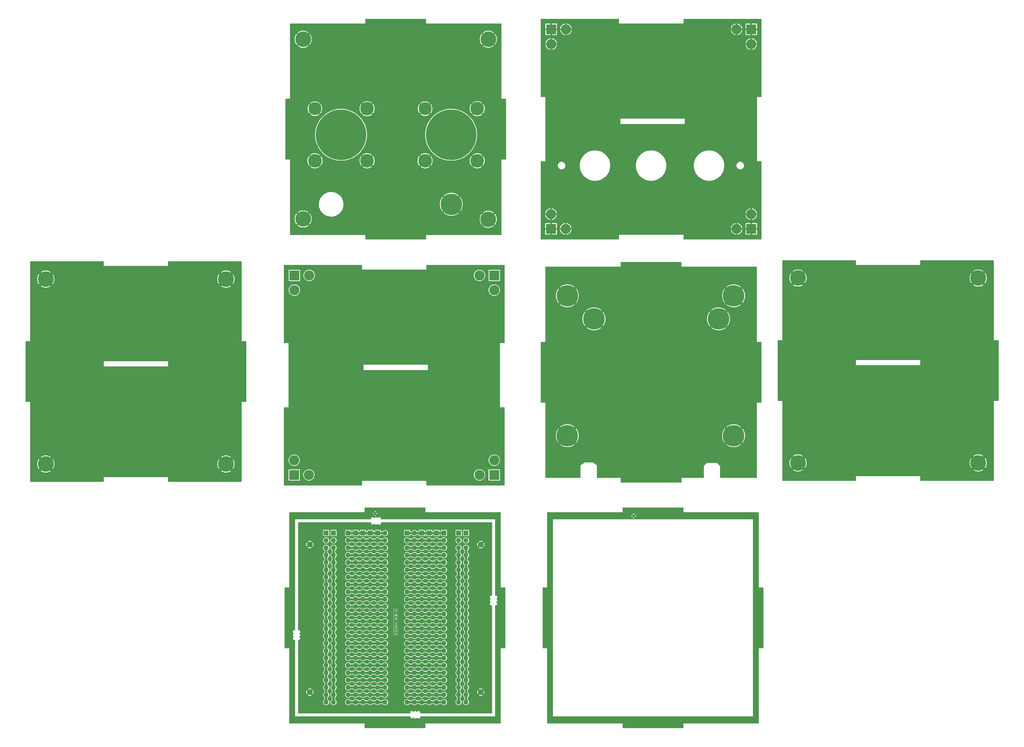
<source format=gbr>
%TF.GenerationSoftware,KiCad,Pcbnew,7.0.5-0*%
%TF.CreationDate,2024-04-21T20:32:48-04:00*%
%TF.ProjectId,swr_meter,7377725f-6d65-4746-9572-2e6b69636164,rev?*%
%TF.SameCoordinates,Original*%
%TF.FileFunction,Copper,L1,Top*%
%TF.FilePolarity,Positive*%
%FSLAX46Y46*%
G04 Gerber Fmt 4.6, Leading zero omitted, Abs format (unit mm)*
G04 Created by KiCad (PCBNEW 7.0.5-0) date 2024-04-21 20:32:48*
%MOMM*%
%LPD*%
G01*
G04 APERTURE LIST*
%ADD10C,0.120000*%
%TA.AperFunction,ComponentPad*%
%ADD11C,5.400000*%
%TD*%
%TA.AperFunction,ComponentPad*%
%ADD12R,1.700000X1.700000*%
%TD*%
%TA.AperFunction,ComponentPad*%
%ADD13O,1.700000X1.700000*%
%TD*%
%TA.AperFunction,ComponentPad*%
%ADD14R,3.500000X3.500000*%
%TD*%
%TA.AperFunction,ComponentPad*%
%ADD15O,3.500000X3.500000*%
%TD*%
%TA.AperFunction,ComponentPad*%
%ADD16C,2.000000*%
%TD*%
%TA.AperFunction,ComponentPad*%
%ADD17C,7.400000*%
%TD*%
%TA.AperFunction,SMDPad,CuDef*%
%ADD18C,1.000000*%
%TD*%
%TA.AperFunction,ComponentPad*%
%ADD19C,17.500000*%
%TD*%
%TA.AperFunction,ComponentPad*%
%ADD20C,4.700000*%
%TD*%
%TA.AperFunction,ComponentPad*%
%ADD21C,4.500000*%
%TD*%
%TA.AperFunction,Conductor*%
%ADD22C,0.762000*%
%TD*%
G04 APERTURE END LIST*
D10*
G36*
X175976715Y-228848663D02*
G01*
X176033543Y-228877078D01*
X176055487Y-228899021D01*
X176080514Y-228949072D01*
X176080514Y-228992173D01*
X176055489Y-229042224D01*
X176033544Y-229064168D01*
X175976714Y-229092583D01*
X175847415Y-229124909D01*
X175683616Y-229124909D01*
X175554312Y-229092583D01*
X175497483Y-229064169D01*
X175475539Y-229042225D01*
X175450514Y-228992173D01*
X175450514Y-228949073D01*
X175475540Y-228899021D01*
X175497482Y-228877078D01*
X175554309Y-228848664D01*
X175683614Y-228816338D01*
X175847412Y-228816338D01*
X175976715Y-228848663D01*
G37*
G36*
X175866228Y-226387376D02*
G01*
X175580250Y-226292051D01*
X175866228Y-226196725D01*
X175866228Y-226387376D01*
G37*
G36*
X175604971Y-224734218D02*
G01*
X175626916Y-224756164D01*
X175651942Y-224806214D01*
X175651942Y-224920743D01*
X175626916Y-224970795D01*
X175604972Y-224992739D01*
X175554920Y-225017765D01*
X175547535Y-225017765D01*
X175497483Y-224992739D01*
X175475539Y-224970795D01*
X175450514Y-224920743D01*
X175450514Y-224806216D01*
X175475540Y-224756162D01*
X175497482Y-224734220D01*
X175547536Y-224709194D01*
X175554921Y-224709194D01*
X175604971Y-224734218D01*
G37*
G36*
X176033543Y-224734219D02*
G01*
X176055488Y-224756164D01*
X176080514Y-224806214D01*
X176080514Y-224920743D01*
X176055489Y-224970794D01*
X176033544Y-224992738D01*
X175983492Y-225017765D01*
X175868964Y-225017765D01*
X175818912Y-224992739D01*
X175796966Y-224970793D01*
X175771942Y-224920744D01*
X175771942Y-224806214D01*
X175796968Y-224756164D01*
X175818911Y-224734220D01*
X175868965Y-224709194D01*
X175983492Y-224709194D01*
X176033543Y-224734219D01*
G37*
G36*
X176525683Y-232158143D02*
G01*
X174901397Y-232158143D01*
X174901397Y-231394733D01*
X175220998Y-231394733D01*
X175228486Y-231429163D01*
X175268634Y-231469312D01*
X175271144Y-231475061D01*
X175280860Y-231481538D01*
X175282758Y-231483436D01*
X175288002Y-231486300D01*
X175381602Y-231548698D01*
X175383637Y-231552124D01*
X175396053Y-231558332D01*
X175400124Y-231561046D01*
X175403730Y-231562171D01*
X175459125Y-231589869D01*
X175461970Y-231593403D01*
X175474635Y-231597624D01*
X175478540Y-231599577D01*
X175482782Y-231600340D01*
X175572891Y-231630376D01*
X175575757Y-231633147D01*
X175589374Y-231635870D01*
X175594011Y-231637416D01*
X175597784Y-231637552D01*
X175760478Y-231670091D01*
X175765753Y-231673481D01*
X175777428Y-231673481D01*
X175780063Y-231674008D01*
X175786022Y-231673481D01*
X175914881Y-231673481D01*
X175920719Y-231675771D01*
X175932169Y-231673481D01*
X175934855Y-231673481D01*
X175940591Y-231671796D01*
X176103199Y-231639275D01*
X176107060Y-231640259D01*
X176120228Y-231635869D01*
X176125026Y-231634910D01*
X176128372Y-231633154D01*
X176218505Y-231603110D01*
X176223017Y-231603598D01*
X176234961Y-231597625D01*
X176239100Y-231596246D01*
X176242637Y-231593787D01*
X176298008Y-231566100D01*
X176301994Y-231566034D01*
X176313549Y-231558330D01*
X176317920Y-231556145D01*
X176320683Y-231553574D01*
X176414355Y-231491126D01*
X176420483Y-231489794D01*
X176428738Y-231481538D01*
X176430974Y-231480048D01*
X176434815Y-231475460D01*
X176474755Y-231435520D01*
X176487332Y-231412486D01*
X176484818Y-231377341D01*
X176463703Y-231349134D01*
X176430688Y-231336822D01*
X176396259Y-231344311D01*
X176352288Y-231388282D01*
X176253191Y-231454346D01*
X176188923Y-231486480D01*
X176089369Y-231519664D01*
X175920287Y-231553481D01*
X175789313Y-231553481D01*
X175620230Y-231519664D01*
X175520680Y-231486481D01*
X175456399Y-231454341D01*
X175357309Y-231388281D01*
X175319698Y-231350669D01*
X175296664Y-231338091D01*
X175261519Y-231340605D01*
X175233311Y-231361719D01*
X175220998Y-231394733D01*
X174901397Y-231394733D01*
X174901397Y-230901455D01*
X175328022Y-230901455D01*
X175333248Y-230917135D01*
X175337908Y-230933003D01*
X175338793Y-230933770D01*
X175368286Y-231022250D01*
X175371344Y-231036307D01*
X175380015Y-231044978D01*
X175387013Y-231055047D01*
X175392250Y-231057213D01*
X175449911Y-231114874D01*
X175455066Y-231123554D01*
X175469860Y-231130951D01*
X175484365Y-231138871D01*
X175485532Y-231138787D01*
X175532693Y-231162367D01*
X175537441Y-231167417D01*
X175548142Y-231170092D01*
X175549968Y-231171005D01*
X175556482Y-231172177D01*
X175687810Y-231205008D01*
X175694324Y-231209195D01*
X175704556Y-231209195D01*
X175705760Y-231209496D01*
X175713164Y-231209195D01*
X175809210Y-231209195D01*
X175816545Y-231211677D01*
X175826473Y-231209195D01*
X175827712Y-231209195D01*
X175834811Y-231207110D01*
X175966124Y-231174281D01*
X175973016Y-231175026D01*
X175982884Y-231170091D01*
X175984864Y-231169597D01*
X175990572Y-231166247D01*
X176053477Y-231134796D01*
X176063340Y-231132651D01*
X176075027Y-231120963D01*
X176087136Y-231109700D01*
X176087426Y-231108564D01*
X176144945Y-231051045D01*
X176156150Y-231042025D01*
X176160027Y-231030392D01*
X176165904Y-231019630D01*
X176165499Y-231013975D01*
X176195055Y-230925305D01*
X176200514Y-230916813D01*
X176200514Y-230900283D01*
X176201112Y-230883757D01*
X176200514Y-230882748D01*
X176200514Y-230835289D01*
X176203006Y-230825508D01*
X176197781Y-230809833D01*
X176193120Y-230793959D01*
X176192234Y-230793191D01*
X176162741Y-230704712D01*
X176159684Y-230690655D01*
X176151013Y-230681984D01*
X176144016Y-230671916D01*
X176138777Y-230669748D01*
X176105411Y-230636383D01*
X176082376Y-230623806D01*
X176047231Y-230626320D01*
X176019024Y-230647435D01*
X176006712Y-230680450D01*
X176014201Y-230714879D01*
X176052358Y-230753034D01*
X176080514Y-230837503D01*
X176080514Y-230889457D01*
X176052358Y-230973926D01*
X175997829Y-231028455D01*
X175941000Y-231056869D01*
X175811700Y-231089195D01*
X175719330Y-231089195D01*
X175590027Y-231056869D01*
X175533197Y-231028454D01*
X175478669Y-230973926D01*
X175450514Y-230889458D01*
X175450514Y-230837503D01*
X175478669Y-230753034D01*
X175510468Y-230721236D01*
X175523046Y-230698202D01*
X175520532Y-230663057D01*
X175499417Y-230634850D01*
X175466403Y-230622537D01*
X175431973Y-230630026D01*
X175386087Y-230675911D01*
X175374878Y-230684936D01*
X175370999Y-230696570D01*
X175365124Y-230707332D01*
X175365528Y-230712985D01*
X175335972Y-230801656D01*
X175330514Y-230810149D01*
X175330514Y-230826688D01*
X175329917Y-230843205D01*
X175330513Y-230844212D01*
X175330514Y-230891673D01*
X175328022Y-230901455D01*
X174901397Y-230901455D01*
X174901397Y-230421619D01*
X175222267Y-230421619D01*
X175224781Y-230456764D01*
X175245896Y-230484971D01*
X175278911Y-230497283D01*
X175313340Y-230489794D01*
X175357307Y-230445824D01*
X175456402Y-230379761D01*
X175520679Y-230347624D01*
X175620231Y-230314440D01*
X175789312Y-230280624D01*
X175920285Y-230280624D01*
X176089375Y-230314441D01*
X176188921Y-230347624D01*
X176253195Y-230379761D01*
X176352286Y-230445820D01*
X176389901Y-230483436D01*
X176412935Y-230496014D01*
X176448080Y-230493501D01*
X176476288Y-230472386D01*
X176488601Y-230439372D01*
X176481113Y-230404942D01*
X176440962Y-230364790D01*
X176438454Y-230359044D01*
X176428739Y-230352567D01*
X176426841Y-230350669D01*
X176421592Y-230347802D01*
X176327996Y-230285405D01*
X176325962Y-230281980D01*
X176313546Y-230275772D01*
X176309475Y-230273058D01*
X176305866Y-230271932D01*
X176250474Y-230244236D01*
X176247630Y-230240704D01*
X176234963Y-230236481D01*
X176231058Y-230234529D01*
X176226815Y-230233765D01*
X176136706Y-230203728D01*
X176133842Y-230200958D01*
X176120229Y-230198235D01*
X176115590Y-230196689D01*
X176111813Y-230196552D01*
X175949120Y-230164014D01*
X175943846Y-230160624D01*
X175932170Y-230160624D01*
X175929535Y-230160097D01*
X175923576Y-230160624D01*
X175794718Y-230160624D01*
X175788880Y-230158334D01*
X175777430Y-230160624D01*
X175774744Y-230160624D01*
X175769006Y-230162308D01*
X175606400Y-230194829D01*
X175602540Y-230193846D01*
X175589371Y-230198235D01*
X175584574Y-230199195D01*
X175581226Y-230200950D01*
X175491093Y-230230995D01*
X175486583Y-230230508D01*
X175474638Y-230236480D01*
X175470499Y-230237860D01*
X175466961Y-230240318D01*
X175411589Y-230268004D01*
X175407605Y-230268071D01*
X175396054Y-230275771D01*
X175391679Y-230277959D01*
X175388911Y-230280532D01*
X175295243Y-230342978D01*
X175289116Y-230344311D01*
X175280860Y-230352566D01*
X175278625Y-230354057D01*
X175274784Y-230358642D01*
X175234844Y-230398584D01*
X175222267Y-230421619D01*
X174901397Y-230421619D01*
X174901397Y-229620194D01*
X175328342Y-229620194D01*
X175330514Y-229625430D01*
X175330514Y-229788821D01*
X175328969Y-229803128D01*
X175334453Y-229814097D01*
X175337908Y-229825861D01*
X175342191Y-229829572D01*
X175369198Y-229883584D01*
X175371344Y-229893450D01*
X175383037Y-229905143D01*
X175394295Y-229917246D01*
X175395430Y-229917536D01*
X175425616Y-229947721D01*
X175448650Y-229960299D01*
X175483795Y-229957785D01*
X175512002Y-229936670D01*
X175524315Y-229903656D01*
X175516826Y-229869226D01*
X175475540Y-229827940D01*
X175450514Y-229777887D01*
X175450514Y-229627645D01*
X175475540Y-229577592D01*
X175497482Y-229555650D01*
X175547536Y-229530624D01*
X175595062Y-229530624D01*
X175679530Y-229558779D01*
X176087258Y-229966506D01*
X176087908Y-229968718D01*
X176099608Y-229978856D01*
X176104188Y-229983436D01*
X176106096Y-229984477D01*
X176114537Y-229991792D01*
X176121260Y-229992758D01*
X176127222Y-229996014D01*
X176138358Y-229995217D01*
X176149413Y-229996807D01*
X176155592Y-229993984D01*
X176162367Y-229993500D01*
X176171306Y-229986807D01*
X176181464Y-229982169D01*
X176185135Y-229976455D01*
X176190574Y-229972385D01*
X176194475Y-229961922D01*
X176200514Y-229952528D01*
X176200514Y-229945733D01*
X176202887Y-229939371D01*
X176200514Y-229928461D01*
X176200514Y-229461997D01*
X176193120Y-229436816D01*
X176166491Y-229413742D01*
X176131615Y-229408727D01*
X176099564Y-229423365D01*
X176080514Y-229453006D01*
X176080514Y-229790056D01*
X175756654Y-229466197D01*
X175747630Y-229454988D01*
X175735995Y-229451109D01*
X175725234Y-229445234D01*
X175719580Y-229445638D01*
X175630910Y-229416082D01*
X175622418Y-229410624D01*
X175605878Y-229410624D01*
X175589362Y-229410027D01*
X175588355Y-229410624D01*
X175536604Y-229410624D01*
X175522297Y-229409079D01*
X175511327Y-229414563D01*
X175499563Y-229418018D01*
X175495851Y-229422301D01*
X175441836Y-229449308D01*
X175431973Y-229451454D01*
X175420288Y-229463138D01*
X175408177Y-229474405D01*
X175407886Y-229475540D01*
X175389120Y-229494307D01*
X175380441Y-229499462D01*
X175373041Y-229514260D01*
X175365124Y-229528762D01*
X175365207Y-229529929D01*
X175338290Y-229583763D01*
X175330514Y-229595863D01*
X175330513Y-229608123D01*
X175328342Y-229620194D01*
X174901397Y-229620194D01*
X174901397Y-228941622D01*
X175328342Y-228941622D01*
X175330514Y-228946858D01*
X175330514Y-229003105D01*
X175328969Y-229017412D01*
X175334453Y-229028381D01*
X175337908Y-229040146D01*
X175342191Y-229043857D01*
X175369198Y-229097873D01*
X175371344Y-229107736D01*
X175383028Y-229119420D01*
X175394295Y-229131532D01*
X175395430Y-229131822D01*
X175414194Y-229150586D01*
X175419351Y-229159268D01*
X175434155Y-229166670D01*
X175448650Y-229174585D01*
X175449818Y-229174501D01*
X175496979Y-229198081D01*
X175501727Y-229203131D01*
X175512430Y-229205806D01*
X175514255Y-229206719D01*
X175520766Y-229207890D01*
X175652096Y-229240722D01*
X175658610Y-229244909D01*
X175668842Y-229244909D01*
X175670046Y-229245210D01*
X175677450Y-229244909D01*
X175844925Y-229244909D01*
X175852260Y-229247391D01*
X175862188Y-229244909D01*
X175863427Y-229244909D01*
X175870526Y-229242824D01*
X176001840Y-229209995D01*
X176008732Y-229210740D01*
X176018600Y-229205805D01*
X176020579Y-229205311D01*
X176026286Y-229201962D01*
X176089186Y-229170511D01*
X176099053Y-229168366D01*
X176110753Y-229156665D01*
X176122850Y-229145414D01*
X176123140Y-229144279D01*
X176141906Y-229125513D01*
X176150587Y-229120358D01*
X176157983Y-229105565D01*
X176165904Y-229091060D01*
X176165820Y-229089890D01*
X176192735Y-229036058D01*
X176200514Y-229023956D01*
X176200514Y-229011694D01*
X176202686Y-228999625D01*
X176200514Y-228994388D01*
X176200514Y-228938140D01*
X176202059Y-228923834D01*
X176196574Y-228912864D01*
X176193120Y-228901101D01*
X176188836Y-228897389D01*
X176161829Y-228843374D01*
X176159684Y-228833512D01*
X176147999Y-228821827D01*
X176136733Y-228809716D01*
X176135597Y-228809425D01*
X176116829Y-228790658D01*
X176111676Y-228781981D01*
X176096892Y-228774588D01*
X176082376Y-228766663D01*
X176081208Y-228766746D01*
X176034048Y-228743165D01*
X176029301Y-228738116D01*
X176018598Y-228735440D01*
X176016774Y-228734528D01*
X176010259Y-228733355D01*
X175878931Y-228700524D01*
X175872418Y-228696338D01*
X175862187Y-228696338D01*
X175860983Y-228696037D01*
X175853579Y-228696338D01*
X175686104Y-228696338D01*
X175678768Y-228693856D01*
X175668840Y-228696338D01*
X175667601Y-228696338D01*
X175660500Y-228698422D01*
X175529186Y-228731251D01*
X175522296Y-228730508D01*
X175512430Y-228735440D01*
X175510450Y-228735936D01*
X175504738Y-228739287D01*
X175441838Y-228770737D01*
X175431973Y-228772883D01*
X175420276Y-228784579D01*
X175408177Y-228795834D01*
X175407886Y-228796969D01*
X175389120Y-228815735D01*
X175380441Y-228820890D01*
X175373043Y-228835684D01*
X175365124Y-228850189D01*
X175365207Y-228851356D01*
X175338290Y-228905191D01*
X175330514Y-228917291D01*
X175330514Y-228929551D01*
X175328342Y-228941622D01*
X174901397Y-228941622D01*
X174901397Y-228191622D01*
X175328342Y-228191622D01*
X175330514Y-228196858D01*
X175330514Y-228360249D01*
X175328969Y-228374556D01*
X175334453Y-228385525D01*
X175337908Y-228397289D01*
X175342191Y-228401000D01*
X175369198Y-228455012D01*
X175371344Y-228464878D01*
X175383037Y-228476571D01*
X175394295Y-228488674D01*
X175395430Y-228488964D01*
X175425616Y-228519149D01*
X175448650Y-228531727D01*
X175483795Y-228529213D01*
X175512002Y-228508098D01*
X175524315Y-228475084D01*
X175516826Y-228440654D01*
X175475540Y-228399368D01*
X175450514Y-228349315D01*
X175450514Y-228199073D01*
X175475540Y-228149020D01*
X175497482Y-228127078D01*
X175547536Y-228102052D01*
X175595062Y-228102052D01*
X175679530Y-228130207D01*
X176087258Y-228537934D01*
X176087908Y-228540146D01*
X176099608Y-228550284D01*
X176104188Y-228554864D01*
X176106096Y-228555905D01*
X176114537Y-228563220D01*
X176121260Y-228564186D01*
X176127222Y-228567442D01*
X176138358Y-228566645D01*
X176149413Y-228568235D01*
X176155592Y-228565412D01*
X176162367Y-228564928D01*
X176171306Y-228558235D01*
X176181464Y-228553597D01*
X176185135Y-228547883D01*
X176190574Y-228543813D01*
X176194475Y-228533350D01*
X176200514Y-228523956D01*
X176200514Y-228517161D01*
X176202887Y-228510799D01*
X176200514Y-228499889D01*
X176200514Y-228033425D01*
X176193120Y-228008244D01*
X176166491Y-227985170D01*
X176131615Y-227980155D01*
X176099564Y-227994793D01*
X176080514Y-228024434D01*
X176080514Y-228361484D01*
X175756654Y-228037625D01*
X175747630Y-228026416D01*
X175735995Y-228022537D01*
X175725234Y-228016662D01*
X175719580Y-228017066D01*
X175630910Y-227987510D01*
X175622418Y-227982052D01*
X175605878Y-227982052D01*
X175589362Y-227981455D01*
X175588355Y-227982052D01*
X175536604Y-227982052D01*
X175522297Y-227980507D01*
X175511327Y-227985991D01*
X175499563Y-227989446D01*
X175495851Y-227993729D01*
X175441836Y-228020736D01*
X175431973Y-228022882D01*
X175420288Y-228034566D01*
X175408177Y-228045833D01*
X175407886Y-228046968D01*
X175389120Y-228065735D01*
X175380441Y-228070890D01*
X175373041Y-228085688D01*
X175365124Y-228100190D01*
X175365207Y-228101357D01*
X175338290Y-228155191D01*
X175330514Y-228167291D01*
X175330513Y-228179551D01*
X175328342Y-228191622D01*
X174901397Y-228191622D01*
X174901397Y-227566635D01*
X175293265Y-227566635D01*
X175297017Y-227601670D01*
X175319112Y-227629116D01*
X175860231Y-227809488D01*
X175864537Y-227813219D01*
X175876648Y-227814960D01*
X175879725Y-227815986D01*
X175885141Y-227816181D01*
X175899413Y-227818234D01*
X175902530Y-227816810D01*
X175905952Y-227816934D01*
X175918352Y-227809584D01*
X175931464Y-227803596D01*
X175933315Y-227800715D01*
X175936262Y-227798969D01*
X175942721Y-227786079D01*
X175950514Y-227773955D01*
X175950514Y-227770530D01*
X175952049Y-227767468D01*
X175950513Y-227753134D01*
X175950514Y-227459195D01*
X176149141Y-227459195D01*
X176174322Y-227451801D01*
X176197396Y-227425172D01*
X176202411Y-227390296D01*
X176187773Y-227358245D01*
X176158132Y-227339195D01*
X175950514Y-227339195D01*
X175950514Y-227283425D01*
X175943120Y-227258244D01*
X175916491Y-227235170D01*
X175881615Y-227230155D01*
X175849564Y-227244793D01*
X175830514Y-227274434D01*
X175830514Y-227339195D01*
X175631887Y-227339195D01*
X175606706Y-227346589D01*
X175583632Y-227373218D01*
X175578617Y-227408094D01*
X175593255Y-227440145D01*
X175622896Y-227459195D01*
X175830514Y-227459195D01*
X175830514Y-227673091D01*
X175365589Y-227518117D01*
X175339362Y-227517169D01*
X175309052Y-227535134D01*
X175293265Y-227566635D01*
X174901397Y-227566635D01*
X174901397Y-226285395D01*
X175328336Y-226285395D01*
X175331087Y-226300606D01*
X175332731Y-226315955D01*
X175334191Y-226317769D01*
X175334607Y-226320067D01*
X175345138Y-226331367D01*
X175354826Y-226343401D01*
X175357041Y-226344139D01*
X175358630Y-226345844D01*
X175373586Y-226349654D01*
X175895946Y-226523774D01*
X175900251Y-226527504D01*
X175912358Y-226529245D01*
X176129724Y-226601700D01*
X176155951Y-226602648D01*
X176186262Y-226584682D01*
X176202048Y-226553182D01*
X176198297Y-226518147D01*
X176176201Y-226490701D01*
X175986228Y-226427376D01*
X175986228Y-226156725D01*
X176167672Y-226096244D01*
X176189222Y-226081267D01*
X176202691Y-226048707D01*
X176196420Y-226014035D01*
X176172398Y-225988258D01*
X176138254Y-225979559D01*
X175920719Y-226052070D01*
X175917329Y-226051583D01*
X175904218Y-226057570D01*
X175381835Y-226231698D01*
X175375076Y-226231454D01*
X175365447Y-226237160D01*
X175363356Y-226237858D01*
X175358052Y-226241544D01*
X175344766Y-226249419D01*
X175343720Y-226251504D01*
X175341805Y-226252836D01*
X175335900Y-226267108D01*
X175328979Y-226280920D01*
X175329227Y-226283240D01*
X175328336Y-226285395D01*
X174901397Y-226285395D01*
X174901397Y-225580025D01*
X175328022Y-225580025D01*
X175333248Y-225595705D01*
X175337908Y-225611573D01*
X175338793Y-225612340D01*
X175368286Y-225700820D01*
X175371344Y-225714877D01*
X175380015Y-225723548D01*
X175387013Y-225733617D01*
X175392250Y-225735783D01*
X175449911Y-225793444D01*
X175455066Y-225802124D01*
X175469860Y-225809521D01*
X175484365Y-225817441D01*
X175485532Y-225817357D01*
X175532693Y-225840937D01*
X175537441Y-225845987D01*
X175548142Y-225848662D01*
X175549968Y-225849575D01*
X175556482Y-225850747D01*
X175687810Y-225883578D01*
X175694324Y-225887765D01*
X175704556Y-225887765D01*
X175705760Y-225888066D01*
X175713164Y-225887765D01*
X175809210Y-225887765D01*
X175816545Y-225890247D01*
X175826473Y-225887765D01*
X175827712Y-225887765D01*
X175834811Y-225885680D01*
X175966124Y-225852851D01*
X175973016Y-225853596D01*
X175982884Y-225848661D01*
X175984864Y-225848167D01*
X175990572Y-225844817D01*
X176053477Y-225813366D01*
X176063340Y-225811221D01*
X176075027Y-225799533D01*
X176087136Y-225788270D01*
X176087426Y-225787134D01*
X176144945Y-225729615D01*
X176156150Y-225720595D01*
X176160027Y-225708962D01*
X176165904Y-225698200D01*
X176165499Y-225692545D01*
X176195055Y-225603875D01*
X176200514Y-225595383D01*
X176200514Y-225578853D01*
X176201112Y-225562327D01*
X176200514Y-225561318D01*
X176200514Y-225513859D01*
X176203006Y-225504078D01*
X176197781Y-225488403D01*
X176193120Y-225472529D01*
X176192234Y-225471761D01*
X176162741Y-225383282D01*
X176159684Y-225369225D01*
X176151013Y-225360554D01*
X176144016Y-225350486D01*
X176138777Y-225348318D01*
X176105411Y-225314953D01*
X176082376Y-225302376D01*
X176047231Y-225304890D01*
X176019024Y-225326005D01*
X176006712Y-225359020D01*
X176014201Y-225393449D01*
X176052358Y-225431604D01*
X176080514Y-225516073D01*
X176080514Y-225568027D01*
X176052358Y-225652496D01*
X175997829Y-225707025D01*
X175941000Y-225735439D01*
X175811700Y-225767765D01*
X175719330Y-225767765D01*
X175590027Y-225735439D01*
X175533198Y-225707025D01*
X175478669Y-225652496D01*
X175450514Y-225568028D01*
X175450514Y-225516073D01*
X175478669Y-225431604D01*
X175510468Y-225399806D01*
X175523046Y-225376772D01*
X175520532Y-225341627D01*
X175499417Y-225313420D01*
X175466403Y-225301107D01*
X175431973Y-225308596D01*
X175386087Y-225354481D01*
X175374878Y-225363506D01*
X175370999Y-225375140D01*
X175365124Y-225385902D01*
X175365528Y-225391555D01*
X175335972Y-225480226D01*
X175330514Y-225488719D01*
X175330514Y-225505258D01*
X175329917Y-225521775D01*
X175330513Y-225522782D01*
X175330514Y-225570243D01*
X175328022Y-225580025D01*
X174901397Y-225580025D01*
X174901397Y-224798764D01*
X175328342Y-224798764D01*
X175330514Y-224804000D01*
X175330514Y-224931675D01*
X175328969Y-224945982D01*
X175334453Y-224956951D01*
X175337908Y-224968716D01*
X175342191Y-224972427D01*
X175369198Y-225026443D01*
X175371344Y-225036306D01*
X175383028Y-225047990D01*
X175394295Y-225060102D01*
X175395430Y-225060392D01*
X175414194Y-225079156D01*
X175419351Y-225087838D01*
X175434155Y-225095240D01*
X175448650Y-225103155D01*
X175449818Y-225103071D01*
X175503650Y-225129986D01*
X175515753Y-225137765D01*
X175528014Y-225137765D01*
X175540084Y-225139937D01*
X175545321Y-225137765D01*
X175565852Y-225137765D01*
X175580159Y-225139310D01*
X175591128Y-225133825D01*
X175602893Y-225130371D01*
X175606604Y-225126087D01*
X175660620Y-225099080D01*
X175670483Y-225096935D01*
X175682167Y-225085250D01*
X175694279Y-225073984D01*
X175694569Y-225072848D01*
X175711671Y-225055745D01*
X175715724Y-225060102D01*
X175716859Y-225060392D01*
X175735623Y-225079156D01*
X175740780Y-225087838D01*
X175755584Y-225095240D01*
X175770079Y-225103155D01*
X175771247Y-225103071D01*
X175825079Y-225129986D01*
X175837182Y-225137765D01*
X175849443Y-225137765D01*
X175861513Y-225139937D01*
X175866750Y-225137765D01*
X175994425Y-225137765D01*
X176008732Y-225139310D01*
X176019701Y-225133825D01*
X176031465Y-225130371D01*
X176035176Y-225126087D01*
X176089186Y-225099081D01*
X176099053Y-225096936D01*
X176110753Y-225085235D01*
X176122850Y-225073984D01*
X176123140Y-225072849D01*
X176141906Y-225054083D01*
X176150587Y-225048928D01*
X176157983Y-225034135D01*
X176165904Y-225019630D01*
X176165820Y-225018460D01*
X176192735Y-224964628D01*
X176200514Y-224952526D01*
X176200514Y-224940264D01*
X176202686Y-224928195D01*
X176200514Y-224922958D01*
X176200514Y-224795282D01*
X176202059Y-224780976D01*
X176196574Y-224770006D01*
X176193120Y-224758243D01*
X176188836Y-224754531D01*
X176161828Y-224700515D01*
X176159684Y-224690655D01*
X176148006Y-224678977D01*
X176136733Y-224666858D01*
X176135596Y-224666567D01*
X176116831Y-224647801D01*
X176111676Y-224639121D01*
X176096881Y-224631723D01*
X176082377Y-224623804D01*
X176081209Y-224623887D01*
X176027374Y-224596970D01*
X176015275Y-224589194D01*
X176003014Y-224589194D01*
X175990944Y-224587022D01*
X175985707Y-224589194D01*
X175858033Y-224589194D01*
X175843726Y-224587649D01*
X175832756Y-224593133D01*
X175820992Y-224596588D01*
X175817280Y-224600871D01*
X175763265Y-224627878D01*
X175753402Y-224630024D01*
X175741717Y-224641708D01*
X175729606Y-224652975D01*
X175729315Y-224654110D01*
X175712212Y-224671213D01*
X175708161Y-224666858D01*
X175707026Y-224666567D01*
X175688260Y-224647801D01*
X175683105Y-224639121D01*
X175668312Y-224631724D01*
X175653807Y-224623804D01*
X175652637Y-224623887D01*
X175598805Y-224596972D01*
X175586703Y-224589194D01*
X175574442Y-224589194D01*
X175562372Y-224587022D01*
X175557135Y-224589194D01*
X175536604Y-224589194D01*
X175522297Y-224587649D01*
X175511327Y-224593133D01*
X175499563Y-224596588D01*
X175495851Y-224600871D01*
X175441836Y-224627878D01*
X175431973Y-224630024D01*
X175420288Y-224641708D01*
X175408177Y-224652975D01*
X175407886Y-224654110D01*
X175389120Y-224672877D01*
X175380441Y-224678032D01*
X175373041Y-224692830D01*
X175365124Y-224707332D01*
X175365207Y-224708499D01*
X175338290Y-224762333D01*
X175330514Y-224774433D01*
X175330514Y-224786693D01*
X175328342Y-224798764D01*
X174901397Y-224798764D01*
X174901397Y-224336664D01*
X175328617Y-224336664D01*
X175334153Y-224348786D01*
X175337908Y-224361573D01*
X175341358Y-224364563D01*
X175343255Y-224368715D01*
X175354464Y-224375919D01*
X175364537Y-224384647D01*
X175369055Y-224385296D01*
X175372896Y-224387765D01*
X175386221Y-224387765D01*
X175399413Y-224389662D01*
X175403567Y-224387765D01*
X175743364Y-224387765D01*
X175756556Y-224389662D01*
X175760710Y-224387765D01*
X176136221Y-224387765D01*
X176149413Y-224389662D01*
X176161535Y-224384125D01*
X176174322Y-224380371D01*
X176177312Y-224376920D01*
X176181464Y-224375024D01*
X176188668Y-224363814D01*
X176197396Y-224353742D01*
X176198045Y-224349223D01*
X176200514Y-224345383D01*
X176200514Y-224332058D01*
X176202411Y-224318866D01*
X176200514Y-224314712D01*
X176200514Y-223961995D01*
X176193120Y-223936814D01*
X176166491Y-223913740D01*
X176131615Y-223908725D01*
X176099564Y-223923363D01*
X176080514Y-223953004D01*
X176080514Y-224267765D01*
X175807657Y-224267765D01*
X175807657Y-224069138D01*
X175800263Y-224043957D01*
X175773634Y-224020883D01*
X175738758Y-224015868D01*
X175706707Y-224030506D01*
X175687657Y-224060147D01*
X175687657Y-224267765D01*
X175450514Y-224267765D01*
X175450514Y-223961995D01*
X175443120Y-223936814D01*
X175416491Y-223913740D01*
X175381615Y-223908725D01*
X175349564Y-223923363D01*
X175330514Y-223953004D01*
X175330514Y-224323471D01*
X175328617Y-224336664D01*
X174901397Y-224336664D01*
X174901397Y-223553125D01*
X175328969Y-223553125D01*
X175334453Y-223564094D01*
X175337908Y-223575859D01*
X175342191Y-223579570D01*
X175369198Y-223633586D01*
X175371344Y-223643449D01*
X175383028Y-223655133D01*
X175394295Y-223667245D01*
X175395430Y-223667535D01*
X175414194Y-223686299D01*
X175419351Y-223694981D01*
X175434155Y-223702383D01*
X175448650Y-223710298D01*
X175449818Y-223710214D01*
X175503650Y-223737129D01*
X175515753Y-223744908D01*
X175528014Y-223744908D01*
X175540084Y-223747080D01*
X175545321Y-223744908D01*
X175601568Y-223744908D01*
X175615875Y-223746453D01*
X175626844Y-223740968D01*
X175638608Y-223737514D01*
X175642319Y-223733230D01*
X175696331Y-223706223D01*
X175706197Y-223704078D01*
X175717890Y-223692384D01*
X175729993Y-223681127D01*
X175730283Y-223679991D01*
X175749048Y-223661226D01*
X175757728Y-223656071D01*
X175765123Y-223641279D01*
X175773046Y-223626772D01*
X175772962Y-223625603D01*
X175796543Y-223578442D01*
X175801593Y-223573695D01*
X175804268Y-223562993D01*
X175805181Y-223561168D01*
X175806353Y-223554653D01*
X175839981Y-223420137D01*
X175868396Y-223363307D01*
X175890341Y-223341362D01*
X175940391Y-223316337D01*
X175983492Y-223316337D01*
X176033544Y-223341363D01*
X176055488Y-223363307D01*
X176080514Y-223413357D01*
X176080514Y-223568028D01*
X176045151Y-223674119D01*
X176044203Y-223700346D01*
X176062168Y-223730656D01*
X176093669Y-223746443D01*
X176128704Y-223742691D01*
X176156150Y-223720596D01*
X176195055Y-223603876D01*
X176200514Y-223595384D01*
X176200514Y-223578854D01*
X176201112Y-223562328D01*
X176200514Y-223561319D01*
X176200514Y-223402425D01*
X176202059Y-223388119D01*
X176196574Y-223377149D01*
X176193120Y-223365386D01*
X176188836Y-223361674D01*
X176161828Y-223307658D01*
X176159684Y-223297798D01*
X176148006Y-223286120D01*
X176136733Y-223274001D01*
X176135596Y-223273710D01*
X176116831Y-223254944D01*
X176111676Y-223246264D01*
X176096881Y-223238866D01*
X176082377Y-223230947D01*
X176081209Y-223231030D01*
X176027374Y-223204113D01*
X176015275Y-223196337D01*
X176003014Y-223196337D01*
X175990944Y-223194165D01*
X175985707Y-223196337D01*
X175929460Y-223196337D01*
X175915153Y-223194792D01*
X175904183Y-223200276D01*
X175892420Y-223203731D01*
X175888708Y-223208014D01*
X175834692Y-223235022D01*
X175824832Y-223237167D01*
X175813154Y-223248844D01*
X175801035Y-223260118D01*
X175800744Y-223261254D01*
X175781978Y-223280019D01*
X175773298Y-223285175D01*
X175765900Y-223299969D01*
X175757981Y-223314474D01*
X175758064Y-223315641D01*
X175734484Y-223362802D01*
X175729435Y-223367550D01*
X175726759Y-223378251D01*
X175725847Y-223380077D01*
X175724674Y-223386590D01*
X175691046Y-223521107D01*
X175662630Y-223577938D01*
X175640687Y-223599882D01*
X175590635Y-223624908D01*
X175547535Y-223624908D01*
X175497483Y-223599882D01*
X175475539Y-223577938D01*
X175450514Y-223527886D01*
X175450514Y-223373216D01*
X175485877Y-223267126D01*
X175486826Y-223240899D01*
X175468860Y-223210588D01*
X175437359Y-223194802D01*
X175402324Y-223198553D01*
X175374878Y-223220649D01*
X175335972Y-223337369D01*
X175330514Y-223345862D01*
X175330514Y-223362401D01*
X175329917Y-223378918D01*
X175330514Y-223379925D01*
X175330514Y-223538818D01*
X175328969Y-223553125D01*
X174901397Y-223553125D01*
X174901397Y-222755284D01*
X176525683Y-222755284D01*
X176525683Y-232158143D01*
G37*
D11*
%TO.P,H2,1,1*%
%TO.N,GND*%
X54844003Y-172589997D03*
%TD*%
D12*
%TO.P,J13,1,Pin_1*%
%TO.N,Net-(J10-Pin_1)*%
X166840540Y-196438000D03*
D13*
%TO.P,J13,2,Pin_2*%
%TO.N,Net-(J10-Pin_2)*%
X166840540Y-198978000D03*
%TO.P,J13,3,Pin_3*%
%TO.N,Net-(J10-Pin_3)*%
X166840540Y-201518000D03*
%TO.P,J13,4,Pin_4*%
%TO.N,Net-(J10-Pin_4)*%
X166840540Y-204058000D03*
%TO.P,J13,5,Pin_5*%
%TO.N,Net-(J10-Pin_5)*%
X166840540Y-206598000D03*
%TO.P,J13,6,Pin_6*%
%TO.N,Net-(J10-Pin_6)*%
X166840540Y-209138000D03*
%TO.P,J13,7,Pin_7*%
%TO.N,Net-(J10-Pin_7)*%
X166840540Y-211678000D03*
%TO.P,J13,8,Pin_8*%
%TO.N,Net-(J10-Pin_8)*%
X166840540Y-214218000D03*
%TO.P,J13,9,Pin_9*%
%TO.N,Net-(J10-Pin_9)*%
X166840540Y-216758000D03*
%TO.P,J13,10,Pin_10*%
%TO.N,Net-(J10-Pin_10)*%
X166840540Y-219298000D03*
%TO.P,J13,11,Pin_11*%
%TO.N,Net-(J10-Pin_11)*%
X166840540Y-221838000D03*
%TO.P,J13,12,Pin_12*%
%TO.N,Net-(J10-Pin_12)*%
X166840540Y-224378000D03*
%TO.P,J13,13,Pin_13*%
%TO.N,Net-(J10-Pin_13)*%
X166840540Y-226918000D03*
%TO.P,J13,14,Pin_14*%
%TO.N,Net-(J10-Pin_14)*%
X166840540Y-229458000D03*
%TO.P,J13,15,Pin_15*%
%TO.N,Net-(J10-Pin_15)*%
X166840540Y-231998000D03*
%TO.P,J13,16,Pin_16*%
%TO.N,Net-(J10-Pin_16)*%
X166840540Y-234538000D03*
%TO.P,J13,17,Pin_17*%
%TO.N,Net-(J10-Pin_17)*%
X166840540Y-237078000D03*
%TO.P,J13,18,Pin_18*%
%TO.N,Net-(J10-Pin_18)*%
X166840540Y-239618000D03*
%TO.P,J13,19,Pin_19*%
%TO.N,Net-(J10-Pin_19)*%
X166840540Y-242158000D03*
%TO.P,J13,20,Pin_20*%
%TO.N,Net-(J10-Pin_20)*%
X166840540Y-244698000D03*
%TO.P,J13,21,Pin_21*%
%TO.N,Net-(J10-Pin_21)*%
X166840540Y-247238000D03*
%TO.P,J13,22,Pin_22*%
%TO.N,Net-(J10-Pin_22)*%
X166840540Y-249778000D03*
%TO.P,J13,23,Pin_23*%
%TO.N,Net-(J10-Pin_23)*%
X166840540Y-252318000D03*
%TO.P,J13,24,Pin_24*%
%TO.N,Net-(J10-Pin_24)*%
X166840540Y-254858000D03*
%TD*%
D12*
%TO.P,J20,1,Pin_1*%
%TO.N,Net-(J20-Pin_1)*%
X151600540Y-196438000D03*
D13*
%TO.P,J20,2,Pin_2*%
X151600540Y-198978000D03*
%TO.P,J20,3,Pin_3*%
X151600540Y-201518000D03*
%TO.P,J20,4,Pin_4*%
X151600540Y-204058000D03*
%TO.P,J20,5,Pin_5*%
X151600540Y-206598000D03*
%TO.P,J20,6,Pin_6*%
X151600540Y-209138000D03*
%TO.P,J20,7,Pin_7*%
X151600540Y-211678000D03*
%TO.P,J20,8,Pin_8*%
X151600540Y-214218000D03*
%TO.P,J20,9,Pin_9*%
X151600540Y-216758000D03*
%TO.P,J20,10,Pin_10*%
X151600540Y-219298000D03*
%TO.P,J20,11,Pin_11*%
X151600540Y-221838000D03*
%TO.P,J20,12,Pin_12*%
X151600540Y-224378000D03*
%TO.P,J20,13,Pin_13*%
X151600540Y-226918000D03*
%TO.P,J20,14,Pin_14*%
X151600540Y-229458000D03*
%TO.P,J20,15,Pin_15*%
X151600540Y-231998000D03*
%TO.P,J20,16,Pin_16*%
X151600540Y-234538000D03*
%TO.P,J20,17,Pin_17*%
X151600540Y-237078000D03*
%TO.P,J20,18,Pin_18*%
X151600540Y-239618000D03*
%TO.P,J20,19,Pin_19*%
X151600540Y-242158000D03*
%TO.P,J20,20,Pin_20*%
X151600540Y-244698000D03*
%TO.P,J20,21,Pin_21*%
X151600540Y-247238000D03*
%TO.P,J20,22,Pin_22*%
X151600540Y-249778000D03*
%TO.P,J20,23,Pin_23*%
X151600540Y-252318000D03*
%TO.P,J20,24,Pin_24*%
X151600540Y-254858000D03*
%TD*%
D11*
%TO.P,H14,1,1*%
%TO.N,GND*%
X117036003Y-172589997D03*
%TD*%
D14*
%TO.P,J47,1,Pin_1*%
%TO.N,N/C*%
X209610000Y-176370000D03*
D15*
%TO.P,J47,2,Pin_2*%
X209610000Y-171290000D03*
%TO.P,J47,3,Pin_3*%
X204530000Y-176370000D03*
%TD*%
D12*
%TO.P,J30,1,Pin_1*%
%TO.N,Net-(J30-Pin_1)*%
X197320540Y-196438000D03*
D13*
%TO.P,J30,2,Pin_2*%
X197320540Y-198978000D03*
%TO.P,J30,3,Pin_3*%
X197320540Y-201518000D03*
%TO.P,J30,4,Pin_4*%
X197320540Y-204058000D03*
%TO.P,J30,5,Pin_5*%
X197320540Y-206598000D03*
%TO.P,J30,6,Pin_6*%
X197320540Y-209138000D03*
%TO.P,J30,7,Pin_7*%
X197320540Y-211678000D03*
%TO.P,J30,8,Pin_8*%
X197320540Y-214218000D03*
%TO.P,J30,9,Pin_9*%
X197320540Y-216758000D03*
%TO.P,J30,10,Pin_10*%
X197320540Y-219298000D03*
%TO.P,J30,11,Pin_11*%
X197320540Y-221838000D03*
%TO.P,J30,12,Pin_12*%
X197320540Y-224378000D03*
%TO.P,J30,13,Pin_13*%
X197320540Y-226918000D03*
%TO.P,J30,14,Pin_14*%
X197320540Y-229458000D03*
%TO.P,J30,15,Pin_15*%
X197320540Y-231998000D03*
%TO.P,J30,16,Pin_16*%
X197320540Y-234538000D03*
%TO.P,J30,17,Pin_17*%
X197320540Y-237078000D03*
%TO.P,J30,18,Pin_18*%
X197320540Y-239618000D03*
%TO.P,J30,19,Pin_19*%
X197320540Y-242158000D03*
%TO.P,J30,20,Pin_20*%
X197320540Y-244698000D03*
%TO.P,J30,21,Pin_21*%
X197320540Y-247238000D03*
%TO.P,J30,22,Pin_22*%
X197320540Y-249778000D03*
%TO.P,J30,23,Pin_23*%
X197320540Y-252318000D03*
%TO.P,J30,24,Pin_24*%
X197320540Y-254858000D03*
%TD*%
D16*
%TO.P,TP1,1,1*%
%TO.N,GND*%
X204956540Y-251414000D03*
%TD*%
D14*
%TO.P,J46,1,Pin_1*%
%TO.N,N/C*%
X140580000Y-176365000D03*
D15*
%TO.P,J46,2,Pin_2*%
X145660000Y-176365000D03*
%TO.P,J46,3,Pin_3*%
X140580000Y-171285000D03*
%TD*%
D14*
%TO.P,J47,1,Pin_1*%
%TO.N,N/C*%
X209610000Y-176370000D03*
D15*
%TO.P,J47,2,Pin_2*%
X209610000Y-171290000D03*
%TO.P,J47,3,Pin_3*%
X204530000Y-176370000D03*
%TD*%
D12*
%TO.P,J2,1,Pin_1*%
%TO.N,Net-(J1-Pin_1)*%
X184620540Y-196438000D03*
D13*
%TO.P,J2,2,Pin_2*%
%TO.N,Net-(J1-Pin_3)*%
X184620540Y-198978000D03*
%TO.P,J2,3,Pin_3*%
%TO.N,Net-(J1-Pin_5)*%
X184620540Y-201518000D03*
%TO.P,J2,4,Pin_4*%
%TO.N,Net-(J1-Pin_7)*%
X184620540Y-204058000D03*
%TO.P,J2,5,Pin_5*%
%TO.N,Net-(J1-Pin_10)*%
X184620540Y-206598000D03*
%TO.P,J2,6,Pin_6*%
%TO.N,Net-(J1-Pin_11)*%
X184620540Y-209138000D03*
%TO.P,J2,7,Pin_7*%
%TO.N,Net-(J1-Pin_13)*%
X184620540Y-211678000D03*
%TO.P,J2,8,Pin_8*%
%TO.N,Net-(J1-Pin_15)*%
X184620540Y-214218000D03*
%TO.P,J2,9,Pin_9*%
%TO.N,Net-(J1-Pin_17)*%
X184620540Y-216758000D03*
%TO.P,J2,10,Pin_10*%
%TO.N,Net-(J1-Pin_19)*%
X184620540Y-219298000D03*
%TO.P,J2,11,Pin_11*%
%TO.N,Net-(J1-Pin_21)*%
X184620540Y-221838000D03*
%TO.P,J2,12,Pin_12*%
%TO.N,Net-(J1-Pin_23)*%
X184620540Y-224378000D03*
%TO.P,J2,13,Pin_13*%
%TO.N,Net-(J1-Pin_25)*%
X184620540Y-226918000D03*
%TO.P,J2,14,Pin_14*%
%TO.N,Net-(J1-Pin_27)*%
X184620540Y-229458000D03*
%TO.P,J2,15,Pin_15*%
%TO.N,Net-(J1-Pin_29)*%
X184620540Y-231998000D03*
%TO.P,J2,16,Pin_16*%
%TO.N,Net-(J1-Pin_31)*%
X184620540Y-234538000D03*
%TO.P,J2,17,Pin_17*%
%TO.N,Net-(J1-Pin_33)*%
X184620540Y-237078000D03*
%TO.P,J2,18,Pin_18*%
%TO.N,Net-(J1-Pin_35)*%
X184620540Y-239618000D03*
%TO.P,J2,19,Pin_19*%
%TO.N,Net-(J1-Pin_37)*%
X184620540Y-242158000D03*
%TO.P,J2,20,Pin_20*%
%TO.N,Net-(J1-Pin_39)*%
X184620540Y-244698000D03*
%TO.P,J2,21,Pin_21*%
%TO.N,Net-(J1-Pin_41)*%
X184620540Y-247238000D03*
%TO.P,J2,22,Pin_22*%
%TO.N,Net-(J1-Pin_43)*%
X184620540Y-249778000D03*
%TO.P,J2,23,Pin_23*%
%TO.N,Net-(J1-Pin_45)*%
X184620540Y-252318000D03*
%TO.P,J2,24,Pin_24*%
%TO.N,Net-(J1-Pin_47)*%
X184620540Y-254858000D03*
%TD*%
D17*
%TO.P,H5,1,1*%
%TO.N,GND*%
X234840000Y-114475000D03*
%TD*%
%TO.P,H9,1,1*%
%TO.N,GND*%
X244020000Y-122460000D03*
%TD*%
D16*
%TO.P,TP3,1,1*%
%TO.N,GND*%
X145956540Y-200414000D03*
%TD*%
D11*
%TO.P,H12,1,1*%
%TO.N,GND*%
X314458000Y-172220000D03*
%TD*%
D12*
%TO.P,J10,1,Pin_1*%
%TO.N,Net-(J10-Pin_1)*%
X159220540Y-196438000D03*
D13*
%TO.P,J10,2,Pin_2*%
%TO.N,Net-(J10-Pin_2)*%
X159220540Y-198978000D03*
%TO.P,J10,3,Pin_3*%
%TO.N,Net-(J10-Pin_3)*%
X159220540Y-201518000D03*
%TO.P,J10,4,Pin_4*%
%TO.N,Net-(J10-Pin_4)*%
X159220540Y-204058000D03*
%TO.P,J10,5,Pin_5*%
%TO.N,Net-(J10-Pin_5)*%
X159220540Y-206598000D03*
%TO.P,J10,6,Pin_6*%
%TO.N,Net-(J10-Pin_6)*%
X159220540Y-209138000D03*
%TO.P,J10,7,Pin_7*%
%TO.N,Net-(J10-Pin_7)*%
X159220540Y-211678000D03*
%TO.P,J10,8,Pin_8*%
%TO.N,Net-(J10-Pin_8)*%
X159220540Y-214218000D03*
%TO.P,J10,9,Pin_9*%
%TO.N,Net-(J10-Pin_9)*%
X159220540Y-216758000D03*
%TO.P,J10,10,Pin_10*%
%TO.N,Net-(J10-Pin_10)*%
X159220540Y-219298000D03*
%TO.P,J10,11,Pin_11*%
%TO.N,Net-(J10-Pin_11)*%
X159220540Y-221838000D03*
%TO.P,J10,12,Pin_12*%
%TO.N,Net-(J10-Pin_12)*%
X159220540Y-224378000D03*
%TO.P,J10,13,Pin_13*%
%TO.N,Net-(J10-Pin_13)*%
X159220540Y-226918000D03*
%TO.P,J10,14,Pin_14*%
%TO.N,Net-(J10-Pin_14)*%
X159220540Y-229458000D03*
%TO.P,J10,15,Pin_15*%
%TO.N,Net-(J10-Pin_15)*%
X159220540Y-231998000D03*
%TO.P,J10,16,Pin_16*%
%TO.N,Net-(J10-Pin_16)*%
X159220540Y-234538000D03*
%TO.P,J10,17,Pin_17*%
%TO.N,Net-(J10-Pin_17)*%
X159220540Y-237078000D03*
%TO.P,J10,18,Pin_18*%
%TO.N,Net-(J10-Pin_18)*%
X159220540Y-239618000D03*
%TO.P,J10,19,Pin_19*%
%TO.N,Net-(J10-Pin_19)*%
X159220540Y-242158000D03*
%TO.P,J10,20,Pin_20*%
%TO.N,Net-(J10-Pin_20)*%
X159220540Y-244698000D03*
%TO.P,J10,21,Pin_21*%
%TO.N,Net-(J10-Pin_21)*%
X159220540Y-247238000D03*
%TO.P,J10,22,Pin_22*%
%TO.N,Net-(J10-Pin_22)*%
X159220540Y-249778000D03*
%TO.P,J10,23,Pin_23*%
%TO.N,Net-(J10-Pin_23)*%
X159220540Y-252318000D03*
%TO.P,J10,24,Pin_24*%
%TO.N,Net-(J10-Pin_24)*%
X159220540Y-254858000D03*
%TD*%
D12*
%TO.P,J4,1,Pin_1*%
%TO.N,Net-(J1-Pin_1)*%
X189700540Y-196438000D03*
D13*
%TO.P,J4,2,Pin_2*%
%TO.N,Net-(J1-Pin_3)*%
X189700540Y-198978000D03*
%TO.P,J4,3,Pin_3*%
%TO.N,Net-(J1-Pin_5)*%
X189700540Y-201518000D03*
%TO.P,J4,4,Pin_4*%
%TO.N,Net-(J1-Pin_7)*%
X189700540Y-204058000D03*
%TO.P,J4,5,Pin_5*%
%TO.N,Net-(J1-Pin_10)*%
X189700540Y-206598000D03*
%TO.P,J4,6,Pin_6*%
%TO.N,Net-(J1-Pin_11)*%
X189700540Y-209138000D03*
%TO.P,J4,7,Pin_7*%
%TO.N,Net-(J1-Pin_13)*%
X189700540Y-211678000D03*
%TO.P,J4,8,Pin_8*%
%TO.N,Net-(J1-Pin_15)*%
X189700540Y-214218000D03*
%TO.P,J4,9,Pin_9*%
%TO.N,Net-(J1-Pin_17)*%
X189700540Y-216758000D03*
%TO.P,J4,10,Pin_10*%
%TO.N,Net-(J1-Pin_19)*%
X189700540Y-219298000D03*
%TO.P,J4,11,Pin_11*%
%TO.N,Net-(J1-Pin_21)*%
X189700540Y-221838000D03*
%TO.P,J4,12,Pin_12*%
%TO.N,Net-(J1-Pin_23)*%
X189700540Y-224378000D03*
%TO.P,J4,13,Pin_13*%
%TO.N,Net-(J1-Pin_25)*%
X189700540Y-226918000D03*
%TO.P,J4,14,Pin_14*%
%TO.N,Net-(J1-Pin_27)*%
X189700540Y-229458000D03*
%TO.P,J4,15,Pin_15*%
%TO.N,Net-(J1-Pin_29)*%
X189700540Y-231998000D03*
%TO.P,J4,16,Pin_16*%
%TO.N,Net-(J1-Pin_31)*%
X189700540Y-234538000D03*
%TO.P,J4,17,Pin_17*%
%TO.N,Net-(J1-Pin_33)*%
X189700540Y-237078000D03*
%TO.P,J4,18,Pin_18*%
%TO.N,Net-(J1-Pin_35)*%
X189700540Y-239618000D03*
%TO.P,J4,19,Pin_19*%
%TO.N,Net-(J1-Pin_37)*%
X189700540Y-242158000D03*
%TO.P,J4,20,Pin_20*%
%TO.N,Net-(J1-Pin_39)*%
X189700540Y-244698000D03*
%TO.P,J4,21,Pin_21*%
%TO.N,Net-(J1-Pin_41)*%
X189700540Y-247238000D03*
%TO.P,J4,22,Pin_22*%
%TO.N,Net-(J1-Pin_43)*%
X189700540Y-249778000D03*
%TO.P,J4,23,Pin_23*%
%TO.N,Net-(J1-Pin_45)*%
X189700540Y-252318000D03*
%TO.P,J4,24,Pin_24*%
%TO.N,Net-(J1-Pin_47)*%
X189700540Y-254858000D03*
%TD*%
D14*
%TO.P,J46,1,Pin_1*%
%TO.N,N/C*%
X140580000Y-176365000D03*
D15*
%TO.P,J46,2,Pin_2*%
X145660000Y-176365000D03*
%TO.P,J46,3,Pin_3*%
X140580000Y-171285000D03*
%TD*%
D14*
%TO.P,J45,1,Pin_1*%
%TO.N,N/C*%
X140660000Y-107430000D03*
D15*
%TO.P,J45,2,Pin_2*%
X140660000Y-112510000D03*
%TO.P,J45,3,Pin_3*%
X145740000Y-107430000D03*
%TD*%
D11*
%TO.P,H18,1,1*%
%TO.N,GND*%
X207570000Y-88040000D03*
%TD*%
D17*
%TO.P,H6,1,1*%
%TO.N,GND*%
X234830000Y-162810000D03*
%TD*%
D11*
%TO.P,H13,1,1*%
%TO.N,GND*%
X117036003Y-108719997D03*
%TD*%
D12*
%TO.P,J9,1,Pin_1*%
%TO.N,Net-(J10-Pin_1)*%
X169380540Y-196438000D03*
D13*
%TO.P,J9,2,Pin_2*%
X171920540Y-196438000D03*
%TO.P,J9,3,Pin_3*%
%TO.N,Net-(J10-Pin_2)*%
X169380540Y-198978000D03*
%TO.P,J9,4,Pin_4*%
X171920540Y-198978000D03*
%TO.P,J9,5,Pin_5*%
%TO.N,Net-(J10-Pin_3)*%
X169380540Y-201518000D03*
%TO.P,J9,6,Pin_6*%
X171920540Y-201518000D03*
%TO.P,J9,7,Pin_7*%
%TO.N,Net-(J10-Pin_4)*%
X169380540Y-204058000D03*
%TO.P,J9,8,Pin_8*%
X171920540Y-204058000D03*
%TO.P,J9,9,Pin_9*%
%TO.N,Net-(J10-Pin_5)*%
X169380540Y-206598000D03*
%TO.P,J9,10,Pin_10*%
X171920540Y-206598000D03*
%TO.P,J9,11,Pin_11*%
%TO.N,Net-(J10-Pin_6)*%
X169380540Y-209138000D03*
%TO.P,J9,12,Pin_12*%
X171920540Y-209138000D03*
%TO.P,J9,13,Pin_13*%
%TO.N,Net-(J10-Pin_7)*%
X169380540Y-211678000D03*
%TO.P,J9,14,Pin_14*%
X171920540Y-211678000D03*
%TO.P,J9,15,Pin_15*%
%TO.N,Net-(J10-Pin_8)*%
X169380540Y-214218000D03*
%TO.P,J9,16,Pin_16*%
X171920540Y-214218000D03*
%TO.P,J9,17,Pin_17*%
%TO.N,Net-(J10-Pin_9)*%
X169380540Y-216758000D03*
%TO.P,J9,18,Pin_18*%
X171920540Y-216758000D03*
%TO.P,J9,19,Pin_19*%
%TO.N,Net-(J10-Pin_10)*%
X169380540Y-219298000D03*
%TO.P,J9,20,Pin_20*%
X171920540Y-219298000D03*
%TO.P,J9,21,Pin_21*%
%TO.N,Net-(J10-Pin_11)*%
X169380540Y-221838000D03*
%TO.P,J9,22,Pin_22*%
X171920540Y-221838000D03*
%TO.P,J9,23,Pin_23*%
%TO.N,Net-(J10-Pin_12)*%
X169380540Y-224378000D03*
%TO.P,J9,24,Pin_24*%
X171920540Y-224378000D03*
%TO.P,J9,25,Pin_25*%
%TO.N,Net-(J10-Pin_13)*%
X169380540Y-226918000D03*
%TO.P,J9,26,Pin_26*%
X171920540Y-226918000D03*
%TO.P,J9,27,Pin_27*%
%TO.N,Net-(J10-Pin_14)*%
X169380540Y-229458000D03*
%TO.P,J9,28,Pin_28*%
X171920540Y-229458000D03*
%TO.P,J9,29,Pin_29*%
%TO.N,Net-(J10-Pin_15)*%
X169380540Y-231998000D03*
%TO.P,J9,30,Pin_30*%
X171920540Y-231998000D03*
%TO.P,J9,31,Pin_31*%
%TO.N,Net-(J10-Pin_16)*%
X169380540Y-234538000D03*
%TO.P,J9,32,Pin_32*%
X171920540Y-234538000D03*
%TO.P,J9,33,Pin_33*%
%TO.N,Net-(J10-Pin_17)*%
X169380540Y-237078000D03*
%TO.P,J9,34,Pin_34*%
X171920540Y-237078000D03*
%TO.P,J9,35,Pin_35*%
%TO.N,Net-(J10-Pin_18)*%
X169380540Y-239618000D03*
%TO.P,J9,36,Pin_36*%
X171920540Y-239618000D03*
%TO.P,J9,37,Pin_37*%
%TO.N,Net-(J10-Pin_19)*%
X169380540Y-242158000D03*
%TO.P,J9,38,Pin_38*%
X171920540Y-242158000D03*
%TO.P,J9,39,Pin_39*%
%TO.N,Net-(J10-Pin_20)*%
X169380540Y-244698000D03*
%TO.P,J9,40,Pin_40*%
X171920540Y-244698000D03*
%TO.P,J9,41,Pin_41*%
%TO.N,Net-(J10-Pin_21)*%
X169380540Y-247238000D03*
%TO.P,J9,42,Pin_42*%
X171920540Y-247238000D03*
%TO.P,J9,43,Pin_43*%
%TO.N,Net-(J10-Pin_22)*%
X169380540Y-249778000D03*
%TO.P,J9,44,Pin_44*%
X171920540Y-249778000D03*
%TO.P,J9,45,Pin_45*%
%TO.N,Net-(J10-Pin_23)*%
X169380540Y-252318000D03*
%TO.P,J9,46,Pin_46*%
X171920540Y-252318000D03*
%TO.P,J9,47,Pin_47*%
%TO.N,Net-(J10-Pin_24)*%
X169380540Y-254858000D03*
%TO.P,J9,48,Pin_48*%
X171920540Y-254858000D03*
%TD*%
D12*
%TO.P,J1,1,Pin_1*%
%TO.N,Net-(J1-Pin_1)*%
X179540540Y-196438000D03*
D13*
%TO.P,J1,2,Pin_2*%
X182080540Y-196438000D03*
%TO.P,J1,3,Pin_3*%
%TO.N,Net-(J1-Pin_3)*%
X179540540Y-198978000D03*
%TO.P,J1,4,Pin_4*%
X182080540Y-198978000D03*
%TO.P,J1,5,Pin_5*%
%TO.N,Net-(J1-Pin_5)*%
X179540540Y-201518000D03*
%TO.P,J1,6,Pin_6*%
X182080540Y-201518000D03*
%TO.P,J1,7,Pin_7*%
%TO.N,Net-(J1-Pin_7)*%
X179540540Y-204058000D03*
%TO.P,J1,8,Pin_8*%
X182080540Y-204058000D03*
%TO.P,J1,9,Pin_9*%
%TO.N,Net-(J1-Pin_10)*%
X179540540Y-206598000D03*
%TO.P,J1,10,Pin_10*%
X182080540Y-206598000D03*
%TO.P,J1,11,Pin_11*%
%TO.N,Net-(J1-Pin_11)*%
X179540540Y-209138000D03*
%TO.P,J1,12,Pin_12*%
X182080540Y-209138000D03*
%TO.P,J1,13,Pin_13*%
%TO.N,Net-(J1-Pin_13)*%
X179540540Y-211678000D03*
%TO.P,J1,14,Pin_14*%
X182080540Y-211678000D03*
%TO.P,J1,15,Pin_15*%
%TO.N,Net-(J1-Pin_15)*%
X179540540Y-214218000D03*
%TO.P,J1,16,Pin_16*%
X182080540Y-214218000D03*
%TO.P,J1,17,Pin_17*%
%TO.N,Net-(J1-Pin_17)*%
X179540540Y-216758000D03*
%TO.P,J1,18,Pin_18*%
X182080540Y-216758000D03*
%TO.P,J1,19,Pin_19*%
%TO.N,Net-(J1-Pin_19)*%
X179540540Y-219298000D03*
%TO.P,J1,20,Pin_20*%
X182080540Y-219298000D03*
%TO.P,J1,21,Pin_21*%
%TO.N,Net-(J1-Pin_21)*%
X179540540Y-221838000D03*
%TO.P,J1,22,Pin_22*%
X182080540Y-221838000D03*
%TO.P,J1,23,Pin_23*%
%TO.N,Net-(J1-Pin_23)*%
X179540540Y-224378000D03*
%TO.P,J1,24,Pin_24*%
X182080540Y-224378000D03*
%TO.P,J1,25,Pin_25*%
%TO.N,Net-(J1-Pin_25)*%
X179540540Y-226918000D03*
%TO.P,J1,26,Pin_26*%
X182080540Y-226918000D03*
%TO.P,J1,27,Pin_27*%
%TO.N,Net-(J1-Pin_27)*%
X179540540Y-229458000D03*
%TO.P,J1,28,Pin_28*%
X182080540Y-229458000D03*
%TO.P,J1,29,Pin_29*%
%TO.N,Net-(J1-Pin_29)*%
X179540540Y-231998000D03*
%TO.P,J1,30,Pin_30*%
X182080540Y-231998000D03*
%TO.P,J1,31,Pin_31*%
%TO.N,Net-(J1-Pin_31)*%
X179540540Y-234538000D03*
%TO.P,J1,32,Pin_32*%
X182080540Y-234538000D03*
%TO.P,J1,33,Pin_33*%
%TO.N,Net-(J1-Pin_33)*%
X179540540Y-237078000D03*
%TO.P,J1,34,Pin_34*%
X182080540Y-237078000D03*
%TO.P,J1,35,Pin_35*%
%TO.N,Net-(J1-Pin_35)*%
X179540540Y-239618000D03*
%TO.P,J1,36,Pin_36*%
X182080540Y-239618000D03*
%TO.P,J1,37,Pin_37*%
%TO.N,Net-(J1-Pin_37)*%
X179540540Y-242158000D03*
%TO.P,J1,38,Pin_38*%
X182080540Y-242158000D03*
%TO.P,J1,39,Pin_39*%
%TO.N,Net-(J1-Pin_39)*%
X179540540Y-244698000D03*
%TO.P,J1,40,Pin_40*%
X182080540Y-244698000D03*
%TO.P,J1,41,Pin_41*%
%TO.N,Net-(J1-Pin_41)*%
X179540540Y-247238000D03*
%TO.P,J1,42,Pin_42*%
X182080540Y-247238000D03*
%TO.P,J1,43,Pin_43*%
%TO.N,Net-(J1-Pin_43)*%
X179540540Y-249778000D03*
%TO.P,J1,44,Pin_44*%
X182080540Y-249778000D03*
%TO.P,J1,45,Pin_45*%
%TO.N,Net-(J1-Pin_45)*%
X179540540Y-252318000D03*
%TO.P,J1,46,Pin_46*%
X182080540Y-252318000D03*
%TO.P,J1,47,Pin_47*%
%TO.N,Net-(J1-Pin_47)*%
X179540540Y-254858000D03*
%TO.P,J1,48,Pin_48*%
X182080540Y-254858000D03*
%TD*%
D16*
%TO.P,TP4,1,1*%
%TO.N,GND*%
X204956540Y-200414000D03*
%TD*%
D17*
%TO.P,H8,1,1*%
%TO.N,GND*%
X292220000Y-162810000D03*
%TD*%
D12*
%TO.P,J21,1,Pin_1*%
%TO.N,Net-(J21-Pin_1)*%
X154140540Y-196438000D03*
D13*
%TO.P,J21,2,Pin_2*%
X154140540Y-198978000D03*
%TO.P,J21,3,Pin_3*%
X154140540Y-201518000D03*
%TO.P,J21,4,Pin_4*%
X154140540Y-204058000D03*
%TO.P,J21,5,Pin_5*%
X154140540Y-206598000D03*
%TO.P,J21,6,Pin_6*%
X154140540Y-209138000D03*
%TO.P,J21,7,Pin_7*%
X154140540Y-211678000D03*
%TO.P,J21,8,Pin_8*%
X154140540Y-214218000D03*
%TO.P,J21,9,Pin_9*%
X154140540Y-216758000D03*
%TO.P,J21,10,Pin_10*%
X154140540Y-219298000D03*
%TO.P,J21,11,Pin_11*%
X154140540Y-221838000D03*
%TO.P,J21,12,Pin_12*%
X154140540Y-224378000D03*
%TO.P,J21,13,Pin_13*%
X154140540Y-226918000D03*
%TO.P,J21,14,Pin_14*%
X154140540Y-229458000D03*
%TO.P,J21,15,Pin_15*%
X154140540Y-231998000D03*
%TO.P,J21,16,Pin_16*%
X154140540Y-234538000D03*
%TO.P,J21,17,Pin_17*%
X154140540Y-237078000D03*
%TO.P,J21,18,Pin_18*%
X154140540Y-239618000D03*
%TO.P,J21,19,Pin_19*%
X154140540Y-242158000D03*
%TO.P,J21,20,Pin_20*%
X154140540Y-244698000D03*
%TO.P,J21,21,Pin_21*%
X154140540Y-247238000D03*
%TO.P,J21,22,Pin_22*%
X154140540Y-249778000D03*
%TO.P,J21,23,Pin_23*%
X154140540Y-252318000D03*
%TO.P,J21,24,Pin_24*%
X154140540Y-254858000D03*
%TD*%
D17*
%TO.P,H5,1,1*%
%TO.N,GND*%
X194800000Y-82871332D03*
%TD*%
D12*
%TO.P,J12,1,Pin_1*%
%TO.N,Net-(J10-Pin_1)*%
X164300540Y-196438000D03*
D13*
%TO.P,J12,2,Pin_2*%
%TO.N,Net-(J10-Pin_2)*%
X164300540Y-198978000D03*
%TO.P,J12,3,Pin_3*%
%TO.N,Net-(J10-Pin_3)*%
X164300540Y-201518000D03*
%TO.P,J12,4,Pin_4*%
%TO.N,Net-(J10-Pin_4)*%
X164300540Y-204058000D03*
%TO.P,J12,5,Pin_5*%
%TO.N,Net-(J10-Pin_5)*%
X164300540Y-206598000D03*
%TO.P,J12,6,Pin_6*%
%TO.N,Net-(J10-Pin_6)*%
X164300540Y-209138000D03*
%TO.P,J12,7,Pin_7*%
%TO.N,Net-(J10-Pin_7)*%
X164300540Y-211678000D03*
%TO.P,J12,8,Pin_8*%
%TO.N,Net-(J10-Pin_8)*%
X164300540Y-214218000D03*
%TO.P,J12,9,Pin_9*%
%TO.N,Net-(J10-Pin_9)*%
X164300540Y-216758000D03*
%TO.P,J12,10,Pin_10*%
%TO.N,Net-(J10-Pin_10)*%
X164300540Y-219298000D03*
%TO.P,J12,11,Pin_11*%
%TO.N,Net-(J10-Pin_11)*%
X164300540Y-221838000D03*
%TO.P,J12,12,Pin_12*%
%TO.N,Net-(J10-Pin_12)*%
X164300540Y-224378000D03*
%TO.P,J12,13,Pin_13*%
%TO.N,Net-(J10-Pin_13)*%
X164300540Y-226918000D03*
%TO.P,J12,14,Pin_14*%
%TO.N,Net-(J10-Pin_14)*%
X164300540Y-229458000D03*
%TO.P,J12,15,Pin_15*%
%TO.N,Net-(J10-Pin_15)*%
X164300540Y-231998000D03*
%TO.P,J12,16,Pin_16*%
%TO.N,Net-(J10-Pin_16)*%
X164300540Y-234538000D03*
%TO.P,J12,17,Pin_17*%
%TO.N,Net-(J10-Pin_17)*%
X164300540Y-237078000D03*
%TO.P,J12,18,Pin_18*%
%TO.N,Net-(J10-Pin_18)*%
X164300540Y-239618000D03*
%TO.P,J12,19,Pin_19*%
%TO.N,Net-(J10-Pin_19)*%
X164300540Y-242158000D03*
%TO.P,J12,20,Pin_20*%
%TO.N,Net-(J10-Pin_20)*%
X164300540Y-244698000D03*
%TO.P,J12,21,Pin_21*%
%TO.N,Net-(J10-Pin_21)*%
X164300540Y-247238000D03*
%TO.P,J12,22,Pin_22*%
%TO.N,Net-(J10-Pin_22)*%
X164300540Y-249778000D03*
%TO.P,J12,23,Pin_23*%
%TO.N,Net-(J10-Pin_23)*%
X164300540Y-252318000D03*
%TO.P,J12,24,Pin_24*%
%TO.N,Net-(J10-Pin_24)*%
X164300540Y-254858000D03*
%TD*%
D12*
%TO.P,J3,1,Pin_1*%
%TO.N,Net-(J1-Pin_1)*%
X187160540Y-196438000D03*
D13*
%TO.P,J3,2,Pin_2*%
%TO.N,Net-(J1-Pin_3)*%
X187160540Y-198978000D03*
%TO.P,J3,3,Pin_3*%
%TO.N,Net-(J1-Pin_5)*%
X187160540Y-201518000D03*
%TO.P,J3,4,Pin_4*%
%TO.N,Net-(J1-Pin_7)*%
X187160540Y-204058000D03*
%TO.P,J3,5,Pin_5*%
%TO.N,Net-(J1-Pin_10)*%
X187160540Y-206598000D03*
%TO.P,J3,6,Pin_6*%
%TO.N,Net-(J1-Pin_11)*%
X187160540Y-209138000D03*
%TO.P,J3,7,Pin_7*%
%TO.N,Net-(J1-Pin_13)*%
X187160540Y-211678000D03*
%TO.P,J3,8,Pin_8*%
%TO.N,Net-(J1-Pin_15)*%
X187160540Y-214218000D03*
%TO.P,J3,9,Pin_9*%
%TO.N,Net-(J1-Pin_17)*%
X187160540Y-216758000D03*
%TO.P,J3,10,Pin_10*%
%TO.N,Net-(J1-Pin_19)*%
X187160540Y-219298000D03*
%TO.P,J3,11,Pin_11*%
%TO.N,Net-(J1-Pin_21)*%
X187160540Y-221838000D03*
%TO.P,J3,12,Pin_12*%
%TO.N,Net-(J1-Pin_23)*%
X187160540Y-224378000D03*
%TO.P,J3,13,Pin_13*%
%TO.N,Net-(J1-Pin_25)*%
X187160540Y-226918000D03*
%TO.P,J3,14,Pin_14*%
%TO.N,Net-(J1-Pin_27)*%
X187160540Y-229458000D03*
%TO.P,J3,15,Pin_15*%
%TO.N,Net-(J1-Pin_29)*%
X187160540Y-231998000D03*
%TO.P,J3,16,Pin_16*%
%TO.N,Net-(J1-Pin_31)*%
X187160540Y-234538000D03*
%TO.P,J3,17,Pin_17*%
%TO.N,Net-(J1-Pin_33)*%
X187160540Y-237078000D03*
%TO.P,J3,18,Pin_18*%
%TO.N,Net-(J1-Pin_35)*%
X187160540Y-239618000D03*
%TO.P,J3,19,Pin_19*%
%TO.N,Net-(J1-Pin_37)*%
X187160540Y-242158000D03*
%TO.P,J3,20,Pin_20*%
%TO.N,Net-(J1-Pin_39)*%
X187160540Y-244698000D03*
%TO.P,J3,21,Pin_21*%
%TO.N,Net-(J1-Pin_41)*%
X187160540Y-247238000D03*
%TO.P,J3,22,Pin_22*%
%TO.N,Net-(J1-Pin_43)*%
X187160540Y-249778000D03*
%TO.P,J3,23,Pin_23*%
%TO.N,Net-(J1-Pin_45)*%
X187160540Y-252318000D03*
%TO.P,J3,24,Pin_24*%
%TO.N,Net-(J1-Pin_47)*%
X187160540Y-254858000D03*
%TD*%
D11*
%TO.P,H1,1,1*%
%TO.N,GND*%
X54844003Y-108719997D03*
%TD*%
D18*
%TO.P,TP5,1,1*%
%TO.N,GND*%
X257750000Y-190500000D03*
%TD*%
D17*
%TO.P,H7,1,1*%
%TO.N,GND*%
X292230000Y-114475000D03*
%TD*%
D12*
%TO.P,J11,1,Pin_1*%
%TO.N,Net-(J10-Pin_1)*%
X161760540Y-196438000D03*
D13*
%TO.P,J11,2,Pin_2*%
%TO.N,Net-(J10-Pin_2)*%
X161760540Y-198978000D03*
%TO.P,J11,3,Pin_3*%
%TO.N,Net-(J10-Pin_3)*%
X161760540Y-201518000D03*
%TO.P,J11,4,Pin_4*%
%TO.N,Net-(J10-Pin_4)*%
X161760540Y-204058000D03*
%TO.P,J11,5,Pin_5*%
%TO.N,Net-(J10-Pin_5)*%
X161760540Y-206598000D03*
%TO.P,J11,6,Pin_6*%
%TO.N,Net-(J10-Pin_6)*%
X161760540Y-209138000D03*
%TO.P,J11,7,Pin_7*%
%TO.N,Net-(J10-Pin_7)*%
X161760540Y-211678000D03*
%TO.P,J11,8,Pin_8*%
%TO.N,Net-(J10-Pin_8)*%
X161760540Y-214218000D03*
%TO.P,J11,9,Pin_9*%
%TO.N,Net-(J10-Pin_9)*%
X161760540Y-216758000D03*
%TO.P,J11,10,Pin_10*%
%TO.N,Net-(J10-Pin_10)*%
X161760540Y-219298000D03*
%TO.P,J11,11,Pin_11*%
%TO.N,Net-(J10-Pin_11)*%
X161760540Y-221838000D03*
%TO.P,J11,12,Pin_12*%
%TO.N,Net-(J10-Pin_12)*%
X161760540Y-224378000D03*
%TO.P,J11,13,Pin_13*%
%TO.N,Net-(J10-Pin_13)*%
X161760540Y-226918000D03*
%TO.P,J11,14,Pin_14*%
%TO.N,Net-(J10-Pin_14)*%
X161760540Y-229458000D03*
%TO.P,J11,15,Pin_15*%
%TO.N,Net-(J10-Pin_15)*%
X161760540Y-231998000D03*
%TO.P,J11,16,Pin_16*%
%TO.N,Net-(J10-Pin_16)*%
X161760540Y-234538000D03*
%TO.P,J11,17,Pin_17*%
%TO.N,Net-(J10-Pin_17)*%
X161760540Y-237078000D03*
%TO.P,J11,18,Pin_18*%
%TO.N,Net-(J10-Pin_18)*%
X161760540Y-239618000D03*
%TO.P,J11,19,Pin_19*%
%TO.N,Net-(J10-Pin_19)*%
X161760540Y-242158000D03*
%TO.P,J11,20,Pin_20*%
%TO.N,Net-(J10-Pin_20)*%
X161760540Y-244698000D03*
%TO.P,J11,21,Pin_21*%
%TO.N,Net-(J10-Pin_21)*%
X161760540Y-247238000D03*
%TO.P,J11,22,Pin_22*%
%TO.N,Net-(J10-Pin_22)*%
X161760540Y-249778000D03*
%TO.P,J11,23,Pin_23*%
%TO.N,Net-(J10-Pin_23)*%
X161760540Y-252318000D03*
%TO.P,J11,24,Pin_24*%
%TO.N,Net-(J10-Pin_24)*%
X161760540Y-254858000D03*
%TD*%
D11*
%TO.P,H3,1,1*%
%TO.N,GND*%
X376650000Y-108350000D03*
%TD*%
D14*
%TO.P,J45,1,Pin_1*%
%TO.N,N/C*%
X140660000Y-107430000D03*
D15*
%TO.P,J45,2,Pin_2*%
X140660000Y-112510000D03*
%TO.P,J45,3,Pin_3*%
X145740000Y-107430000D03*
%TD*%
D12*
%TO.P,J5,1,Pin_1*%
%TO.N,Net-(J1-Pin_1)*%
X192240540Y-196438000D03*
D13*
%TO.P,J5,2,Pin_2*%
%TO.N,Net-(J1-Pin_3)*%
X192240540Y-198978000D03*
%TO.P,J5,3,Pin_3*%
%TO.N,Net-(J1-Pin_5)*%
X192240540Y-201518000D03*
%TO.P,J5,4,Pin_4*%
%TO.N,Net-(J1-Pin_7)*%
X192240540Y-204058000D03*
%TO.P,J5,5,Pin_5*%
%TO.N,Net-(J1-Pin_10)*%
X192240540Y-206598000D03*
%TO.P,J5,6,Pin_6*%
%TO.N,Net-(J1-Pin_11)*%
X192240540Y-209138000D03*
%TO.P,J5,7,Pin_7*%
%TO.N,Net-(J1-Pin_13)*%
X192240540Y-211678000D03*
%TO.P,J5,8,Pin_8*%
%TO.N,Net-(J1-Pin_15)*%
X192240540Y-214218000D03*
%TO.P,J5,9,Pin_9*%
%TO.N,Net-(J1-Pin_17)*%
X192240540Y-216758000D03*
%TO.P,J5,10,Pin_10*%
%TO.N,Net-(J1-Pin_19)*%
X192240540Y-219298000D03*
%TO.P,J5,11,Pin_11*%
%TO.N,Net-(J1-Pin_21)*%
X192240540Y-221838000D03*
%TO.P,J5,12,Pin_12*%
%TO.N,Net-(J1-Pin_23)*%
X192240540Y-224378000D03*
%TO.P,J5,13,Pin_13*%
%TO.N,Net-(J1-Pin_25)*%
X192240540Y-226918000D03*
%TO.P,J5,14,Pin_14*%
%TO.N,Net-(J1-Pin_27)*%
X192240540Y-229458000D03*
%TO.P,J5,15,Pin_15*%
%TO.N,Net-(J1-Pin_29)*%
X192240540Y-231998000D03*
%TO.P,J5,16,Pin_16*%
%TO.N,Net-(J1-Pin_31)*%
X192240540Y-234538000D03*
%TO.P,J5,17,Pin_17*%
%TO.N,Net-(J1-Pin_33)*%
X192240540Y-237078000D03*
%TO.P,J5,18,Pin_18*%
%TO.N,Net-(J1-Pin_35)*%
X192240540Y-239618000D03*
%TO.P,J5,19,Pin_19*%
%TO.N,Net-(J1-Pin_37)*%
X192240540Y-242158000D03*
%TO.P,J5,20,Pin_20*%
%TO.N,Net-(J1-Pin_39)*%
X192240540Y-244698000D03*
%TO.P,J5,21,Pin_21*%
%TO.N,Net-(J1-Pin_41)*%
X192240540Y-247238000D03*
%TO.P,J5,22,Pin_22*%
%TO.N,Net-(J1-Pin_43)*%
X192240540Y-249778000D03*
%TO.P,J5,23,Pin_23*%
%TO.N,Net-(J1-Pin_45)*%
X192240540Y-252318000D03*
%TO.P,J5,24,Pin_24*%
%TO.N,Net-(J1-Pin_47)*%
X192240540Y-254858000D03*
%TD*%
D12*
%TO.P,J31,1,Pin_1*%
%TO.N,Net-(J31-Pin_1)*%
X199860540Y-196438000D03*
D13*
%TO.P,J31,2,Pin_2*%
X199860540Y-198978000D03*
%TO.P,J31,3,Pin_3*%
X199860540Y-201518000D03*
%TO.P,J31,4,Pin_4*%
X199860540Y-204058000D03*
%TO.P,J31,5,Pin_5*%
X199860540Y-206598000D03*
%TO.P,J31,6,Pin_6*%
X199860540Y-209138000D03*
%TO.P,J31,7,Pin_7*%
X199860540Y-211678000D03*
%TO.P,J31,8,Pin_8*%
X199860540Y-214218000D03*
%TO.P,J31,9,Pin_9*%
X199860540Y-216758000D03*
%TO.P,J31,10,Pin_10*%
X199860540Y-219298000D03*
%TO.P,J31,11,Pin_11*%
X199860540Y-221838000D03*
%TO.P,J31,12,Pin_12*%
X199860540Y-224378000D03*
%TO.P,J31,13,Pin_13*%
X199860540Y-226918000D03*
%TO.P,J31,14,Pin_14*%
X199860540Y-229458000D03*
%TO.P,J31,15,Pin_15*%
X199860540Y-231998000D03*
%TO.P,J31,16,Pin_16*%
X199860540Y-234538000D03*
%TO.P,J31,17,Pin_17*%
X199860540Y-237078000D03*
%TO.P,J31,18,Pin_18*%
X199860540Y-239618000D03*
%TO.P,J31,19,Pin_19*%
X199860540Y-242158000D03*
%TO.P,J31,20,Pin_20*%
X199860540Y-244698000D03*
%TO.P,J31,21,Pin_21*%
X199860540Y-247238000D03*
%TO.P,J31,22,Pin_22*%
X199860540Y-249778000D03*
%TO.P,J31,23,Pin_23*%
X199860540Y-252318000D03*
%TO.P,J31,24,Pin_24*%
X199860540Y-254858000D03*
%TD*%
D11*
%TO.P,H4,1,1*%
%TO.N,GND*%
X376650000Y-172220000D03*
%TD*%
%TO.P,H17,1,1*%
%TO.N,GND*%
X207580000Y-25840000D03*
%TD*%
%TO.P,H11,1,1*%
%TO.N,GND*%
X314458000Y-108350000D03*
%TD*%
D17*
%TO.P,H10,1,1*%
%TO.N,GND*%
X287020000Y-122460000D03*
%TD*%
D11*
%TO.P,H15,1,1*%
%TO.N,GND*%
X143650000Y-25860000D03*
%TD*%
%TO.P,H16,1,1*%
%TO.N,GND*%
X143650000Y-87940000D03*
%TD*%
D14*
%TO.P,J48,1,Pin_1*%
%TO.N,N/C*%
X209615000Y-107435000D03*
D15*
%TO.P,J48,2,Pin_2*%
X204535000Y-107435000D03*
%TO.P,J48,3,Pin_3*%
X209615000Y-112515000D03*
%TD*%
D16*
%TO.P,TP2,1,1*%
%TO.N,GND*%
X145956540Y-251414000D03*
%TD*%
D18*
%TO.P,TP5,1,1*%
%TO.N,GND*%
X168529000Y-189687200D03*
%TD*%
D14*
%TO.P,J48,1,Pin_1*%
%TO.N,N/C*%
X209615000Y-107435000D03*
D15*
%TO.P,J48,2,Pin_2*%
X204535000Y-107435000D03*
%TO.P,J48,3,Pin_3*%
X209615000Y-112515000D03*
%TD*%
D14*
%TO.P,J43,1,Pin_1*%
%TO.N,GND*%
X298325000Y-22420000D03*
D15*
%TO.P,J43,2,Pin_2*%
X298325000Y-27500000D03*
%TO.P,J43,3,Pin_3*%
X293245000Y-22420000D03*
%TD*%
D14*
%TO.P,J42,1,Pin_1*%
%TO.N,GND*%
X229200000Y-91360000D03*
D15*
%TO.P,J42,2,Pin_2*%
X229200000Y-86280000D03*
%TO.P,J42,3,Pin_3*%
X234280000Y-91360000D03*
%TD*%
D14*
%TO.P,J41,1,Pin_1*%
%TO.N,GND*%
X298330000Y-91355000D03*
D15*
%TO.P,J41,2,Pin_2*%
X293250000Y-91355000D03*
%TO.P,J41,3,Pin_3*%
X298330000Y-86275000D03*
%TD*%
D19*
%TO.P,J51,1,In*%
%TO.N,unconnected-(J51-In-Pad1)*%
X156737886Y-58838658D03*
D20*
%TO.P,J51,2,Ext*%
%TO.N,GND*%
X165737886Y-67838658D03*
X165737886Y-49838658D03*
X147737886Y-67838658D03*
D21*
X147737886Y-49838658D03*
%TD*%
D14*
%TO.P,J44,1,Pin_1*%
%TO.N,GND*%
X229270000Y-22425000D03*
D15*
%TO.P,J44,2,Pin_2*%
X234350000Y-22425000D03*
%TO.P,J44,3,Pin_3*%
X229270000Y-27505000D03*
%TD*%
D19*
%TO.P,J52,1,In*%
%TO.N,unconnected-(J52-In-Pad1)*%
X194737886Y-58838658D03*
D20*
%TO.P,J52,2,Ext*%
%TO.N,GND*%
X203737886Y-67838658D03*
X203737886Y-49838658D03*
X185737886Y-67838658D03*
D21*
X185737886Y-49838658D03*
%TD*%
D22*
%TO.N,Net-(J1-Pin_1)*%
X192240540Y-196438000D02*
X189700540Y-196438000D01*
X182080540Y-196438000D02*
X179540540Y-196438000D01*
X184620540Y-196438000D02*
X182080540Y-196438000D01*
X189700540Y-196438000D02*
X187160540Y-196438000D01*
X187160540Y-196438000D02*
X184620540Y-196438000D01*
%TO.N,Net-(J1-Pin_3)*%
X179540540Y-198978000D02*
X182080540Y-198978000D01*
X182080540Y-198978000D02*
X184620540Y-198978000D01*
X187160540Y-198978000D02*
X189700540Y-198978000D01*
X192240540Y-198978000D02*
X189700540Y-198978000D01*
X184620540Y-198978000D02*
X187160540Y-198978000D01*
%TO.N,Net-(J1-Pin_5)*%
X192240540Y-201518000D02*
X189700540Y-201518000D01*
X189700540Y-201518000D02*
X187160540Y-201518000D01*
X184620540Y-201518000D02*
X182080540Y-201518000D01*
X187160540Y-201518000D02*
X184620540Y-201518000D01*
X182080540Y-201518000D02*
X179540540Y-201518000D01*
%TO.N,Net-(J1-Pin_7)*%
X184620540Y-204058000D02*
X187160540Y-204058000D01*
X192240540Y-204058000D02*
X189700540Y-204058000D01*
X187160540Y-204058000D02*
X189700540Y-204058000D01*
X182080540Y-204058000D02*
X184620540Y-204058000D01*
X179540540Y-204058000D02*
X182080540Y-204058000D01*
%TO.N,Net-(J1-Pin_10)*%
X192240540Y-206598000D02*
X189700540Y-206598000D01*
X189700540Y-206598000D02*
X187160540Y-206598000D01*
X182080540Y-206598000D02*
X179540540Y-206598000D01*
X184620540Y-206598000D02*
X182080540Y-206598000D01*
X187160540Y-206598000D02*
X184620540Y-206598000D01*
%TO.N,Net-(J1-Pin_11)*%
X184620540Y-209138000D02*
X187160540Y-209138000D01*
X187160540Y-209138000D02*
X189700540Y-209138000D01*
X179540540Y-209138000D02*
X182080540Y-209138000D01*
X192240540Y-209138000D02*
X189700540Y-209138000D01*
X182080540Y-209138000D02*
X184620540Y-209138000D01*
%TO.N,Net-(J1-Pin_13)*%
X182080540Y-211678000D02*
X179540540Y-211678000D01*
X187160540Y-211678000D02*
X184620540Y-211678000D01*
X192240540Y-211678000D02*
X189700540Y-211678000D01*
X184620540Y-211678000D02*
X182080540Y-211678000D01*
X189700540Y-211678000D02*
X187160540Y-211678000D01*
%TO.N,Net-(J1-Pin_15)*%
X179540540Y-214218000D02*
X182080540Y-214218000D01*
X184620540Y-214218000D02*
X187160540Y-214218000D01*
X187160540Y-214218000D02*
X189700540Y-214218000D01*
X192240540Y-214218000D02*
X189700540Y-214218000D01*
X182080540Y-214218000D02*
X184620540Y-214218000D01*
%TO.N,Net-(J1-Pin_17)*%
X187160540Y-216758000D02*
X184620540Y-216758000D01*
X189700540Y-216758000D02*
X187160540Y-216758000D01*
X182080540Y-216758000D02*
X179540540Y-216758000D01*
X184620540Y-216758000D02*
X182080540Y-216758000D01*
X192240540Y-216758000D02*
X189700540Y-216758000D01*
%TO.N,Net-(J1-Pin_19)*%
X179540540Y-219298000D02*
X182080540Y-219298000D01*
X192240540Y-219298000D02*
X189700540Y-219298000D01*
X182080540Y-219298000D02*
X184620540Y-219298000D01*
X184620540Y-219298000D02*
X187160540Y-219298000D01*
X187160540Y-219298000D02*
X189700540Y-219298000D01*
%TO.N,Net-(J1-Pin_21)*%
X192240540Y-221838000D02*
X189700540Y-221838000D01*
X182080540Y-221838000D02*
X179540540Y-221838000D01*
X189700540Y-221838000D02*
X187160540Y-221838000D01*
X184620540Y-221838000D02*
X182080540Y-221838000D01*
X187160540Y-221838000D02*
X184620540Y-221838000D01*
%TO.N,Net-(J1-Pin_23)*%
X187160540Y-224378000D02*
X189700540Y-224378000D01*
X192240540Y-224378000D02*
X189700540Y-224378000D01*
X182080540Y-224378000D02*
X184620540Y-224378000D01*
X179540540Y-224378000D02*
X182080540Y-224378000D01*
X184620540Y-224378000D02*
X187160540Y-224378000D01*
%TO.N,Net-(J1-Pin_25)*%
X182080540Y-226918000D02*
X179540540Y-226918000D01*
X187160540Y-226918000D02*
X184620540Y-226918000D01*
X184620540Y-226918000D02*
X182080540Y-226918000D01*
X192240540Y-226918000D02*
X189700540Y-226918000D01*
X189700540Y-226918000D02*
X187160540Y-226918000D01*
%TO.N,Net-(J1-Pin_27)*%
X184620540Y-229458000D02*
X187160540Y-229458000D01*
X187160540Y-229458000D02*
X189700540Y-229458000D01*
X179540540Y-229458000D02*
X182080540Y-229458000D01*
X182080540Y-229458000D02*
X184620540Y-229458000D01*
X192240540Y-229458000D02*
X189700540Y-229458000D01*
%TO.N,Net-(J1-Pin_29)*%
X187160540Y-231998000D02*
X184620540Y-231998000D01*
X184620540Y-231998000D02*
X182080540Y-231998000D01*
X192240540Y-231998000D02*
X189700540Y-231998000D01*
X182080540Y-231998000D02*
X179540540Y-231998000D01*
X189700540Y-231998000D02*
X187160540Y-231998000D01*
%TO.N,Net-(J1-Pin_31)*%
X182080540Y-234538000D02*
X184620540Y-234538000D01*
X192240540Y-234538000D02*
X189700540Y-234538000D01*
X184620540Y-234538000D02*
X187160540Y-234538000D01*
X187160540Y-234538000D02*
X189700540Y-234538000D01*
X179540540Y-234538000D02*
X182080540Y-234538000D01*
%TO.N,Net-(J1-Pin_33)*%
X189700540Y-237078000D02*
X187160540Y-237078000D01*
X192240540Y-237078000D02*
X189700540Y-237078000D01*
X182080540Y-237078000D02*
X179540540Y-237078000D01*
X187160540Y-237078000D02*
X184620540Y-237078000D01*
X184620540Y-237078000D02*
X182080540Y-237078000D01*
%TO.N,Net-(J1-Pin_35)*%
X182080540Y-239618000D02*
X184620540Y-239618000D01*
X184620540Y-239618000D02*
X187160540Y-239618000D01*
X187160540Y-239618000D02*
X189700540Y-239618000D01*
X192240540Y-239618000D02*
X189700540Y-239618000D01*
X179540540Y-239618000D02*
X182080540Y-239618000D01*
%TO.N,Net-(J1-Pin_37)*%
X187160540Y-242158000D02*
X184620540Y-242158000D01*
X192240540Y-242158000D02*
X189700540Y-242158000D01*
X182080540Y-242158000D02*
X179540540Y-242158000D01*
X189700540Y-242158000D02*
X187160540Y-242158000D01*
X184620540Y-242158000D02*
X182080540Y-242158000D01*
%TO.N,Net-(J1-Pin_39)*%
X182080540Y-244698000D02*
X184620540Y-244698000D01*
X184620540Y-244698000D02*
X187160540Y-244698000D01*
X179540540Y-244698000D02*
X182080540Y-244698000D01*
X192240540Y-244698000D02*
X189700540Y-244698000D01*
X187160540Y-244698000D02*
X189700540Y-244698000D01*
%TO.N,Net-(J1-Pin_41)*%
X187160540Y-247238000D02*
X184620540Y-247238000D01*
X192240540Y-247238000D02*
X189700540Y-247238000D01*
X184620540Y-247238000D02*
X182080540Y-247238000D01*
X189700540Y-247238000D02*
X187160540Y-247238000D01*
X182080540Y-247238000D02*
X179540540Y-247238000D01*
%TO.N,Net-(J1-Pin_43)*%
X179540540Y-249778000D02*
X182080540Y-249778000D01*
X184620540Y-249778000D02*
X187160540Y-249778000D01*
X192240540Y-249778000D02*
X189700540Y-249778000D01*
X182080540Y-249778000D02*
X184620540Y-249778000D01*
X187160540Y-249778000D02*
X189700540Y-249778000D01*
%TO.N,Net-(J1-Pin_45)*%
X187160540Y-252318000D02*
X184620540Y-252318000D01*
X189700540Y-252318000D02*
X187160540Y-252318000D01*
X184620540Y-252318000D02*
X182080540Y-252318000D01*
X182080540Y-252318000D02*
X179540540Y-252318000D01*
X192240540Y-252318000D02*
X189700540Y-252318000D01*
%TO.N,Net-(J1-Pin_47)*%
X179540540Y-254858000D02*
X182080540Y-254858000D01*
X184620540Y-254858000D02*
X187160540Y-254858000D01*
X192240540Y-254858000D02*
X189700540Y-254858000D01*
X182080540Y-254858000D02*
X184620540Y-254858000D01*
X187160540Y-254858000D02*
X189700540Y-254858000D01*
%TO.N,Net-(J10-Pin_1)*%
X164300540Y-196438000D02*
X161760540Y-196438000D01*
X171920540Y-196438000D02*
X169380540Y-196438000D01*
X166840540Y-196438000D02*
X164300540Y-196438000D01*
X161760540Y-196438000D02*
X159220540Y-196438000D01*
X169380540Y-196438000D02*
X166840540Y-196438000D01*
%TO.N,Net-(J10-Pin_2)*%
X161760540Y-198978000D02*
X164300540Y-198978000D01*
X164300540Y-198978000D02*
X166840540Y-198978000D01*
X159220540Y-198978000D02*
X161760540Y-198978000D01*
X166840540Y-198978000D02*
X169380540Y-198978000D01*
X171920540Y-198978000D02*
X169380540Y-198978000D01*
%TO.N,Net-(J10-Pin_3)*%
X171920540Y-201518000D02*
X169380540Y-201518000D01*
X166840540Y-201518000D02*
X164300540Y-201518000D01*
X164300540Y-201518000D02*
X161760540Y-201518000D01*
X161760540Y-201518000D02*
X159220540Y-201518000D01*
X169380540Y-201518000D02*
X166840540Y-201518000D01*
%TO.N,Net-(J10-Pin_4)*%
X166840540Y-204058000D02*
X169380540Y-204058000D01*
X164300540Y-204058000D02*
X166840540Y-204058000D01*
X161760540Y-204058000D02*
X164300540Y-204058000D01*
X159220540Y-204058000D02*
X161760540Y-204058000D01*
X171920540Y-204058000D02*
X169380540Y-204058000D01*
%TO.N,Net-(J10-Pin_5)*%
X171920540Y-206598000D02*
X169380540Y-206598000D01*
X169380540Y-206598000D02*
X166840540Y-206598000D01*
X164300540Y-206598000D02*
X161760540Y-206598000D01*
X166840540Y-206598000D02*
X164300540Y-206598000D01*
X161760540Y-206598000D02*
X159220540Y-206598000D01*
%TO.N,Net-(J10-Pin_6)*%
X164300540Y-209138000D02*
X166840540Y-209138000D01*
X166840540Y-209138000D02*
X169380540Y-209138000D01*
X161760540Y-209138000D02*
X164300540Y-209138000D01*
X171920540Y-209138000D02*
X169380540Y-209138000D01*
X159220540Y-209138000D02*
X161760540Y-209138000D01*
%TO.N,Net-(J10-Pin_7)*%
X164300540Y-211678000D02*
X161760540Y-211678000D01*
X166840540Y-211678000D02*
X164300540Y-211678000D01*
X169380540Y-211678000D02*
X166840540Y-211678000D01*
X171920540Y-211678000D02*
X169380540Y-211678000D01*
X161760540Y-211678000D02*
X159220540Y-211678000D01*
%TO.N,Net-(J10-Pin_8)*%
X171920540Y-214218000D02*
X169380540Y-214218000D01*
X166840540Y-214218000D02*
X169380540Y-214218000D01*
X159220540Y-214218000D02*
X161760540Y-214218000D01*
X161760540Y-214218000D02*
X164300540Y-214218000D01*
X164300540Y-214218000D02*
X166840540Y-214218000D01*
%TO.N,Net-(J10-Pin_9)*%
X164300540Y-216758000D02*
X161760540Y-216758000D01*
X161760540Y-216758000D02*
X159220540Y-216758000D01*
X169380540Y-216758000D02*
X166840540Y-216758000D01*
X171920540Y-216758000D02*
X169380540Y-216758000D01*
X166840540Y-216758000D02*
X164300540Y-216758000D01*
%TO.N,Net-(J10-Pin_10)*%
X164300540Y-219298000D02*
X166840540Y-219298000D01*
X166840540Y-219298000D02*
X169380540Y-219298000D01*
X159220540Y-219298000D02*
X161760540Y-219298000D01*
X171920540Y-219298000D02*
X169380540Y-219298000D01*
X161760540Y-219298000D02*
X164300540Y-219298000D01*
%TO.N,Net-(J10-Pin_11)*%
X171920540Y-221838000D02*
X169380540Y-221838000D01*
X166840540Y-221838000D02*
X164300540Y-221838000D01*
X164300540Y-221838000D02*
X161760540Y-221838000D01*
X161760540Y-221838000D02*
X159220540Y-221838000D01*
X169380540Y-221838000D02*
X166840540Y-221838000D01*
%TO.N,Net-(J10-Pin_12)*%
X159220540Y-224378000D02*
X161760540Y-224378000D01*
X164300540Y-224378000D02*
X166840540Y-224378000D01*
X166840540Y-224378000D02*
X169380540Y-224378000D01*
X161760540Y-224378000D02*
X164300540Y-224378000D01*
X171920540Y-224378000D02*
X169380540Y-224378000D01*
%TO.N,Net-(J10-Pin_13)*%
X164300540Y-226918000D02*
X161760540Y-226918000D01*
X166840540Y-226918000D02*
X164300540Y-226918000D01*
X161760540Y-226918000D02*
X159220540Y-226918000D01*
X171920540Y-226918000D02*
X169380540Y-226918000D01*
X169380540Y-226918000D02*
X166840540Y-226918000D01*
%TO.N,Net-(J10-Pin_14)*%
X164300540Y-229458000D02*
X166840540Y-229458000D01*
X171920540Y-229458000D02*
X169380540Y-229458000D01*
X161760540Y-229458000D02*
X164300540Y-229458000D01*
X159220540Y-229458000D02*
X161760540Y-229458000D01*
X166840540Y-229458000D02*
X169380540Y-229458000D01*
%TO.N,Net-(J10-Pin_15)*%
X164300540Y-231998000D02*
X161760540Y-231998000D01*
X161760540Y-231998000D02*
X159220540Y-231998000D01*
X169380540Y-231998000D02*
X166840540Y-231998000D01*
X166840540Y-231998000D02*
X164300540Y-231998000D01*
X171920540Y-231998000D02*
X169380540Y-231998000D01*
%TO.N,Net-(J10-Pin_16)*%
X171920540Y-234538000D02*
X169380540Y-234538000D01*
X166840540Y-234538000D02*
X169380540Y-234538000D01*
X164300540Y-234538000D02*
X166840540Y-234538000D01*
X161760540Y-234538000D02*
X164300540Y-234538000D01*
X159220540Y-234538000D02*
X161760540Y-234538000D01*
%TO.N,Net-(J10-Pin_17)*%
X169380540Y-237078000D02*
X166840540Y-237078000D01*
X164300540Y-237078000D02*
X161760540Y-237078000D01*
X166840540Y-237078000D02*
X164300540Y-237078000D01*
X171920540Y-237078000D02*
X169380540Y-237078000D01*
X161760540Y-237078000D02*
X159220540Y-237078000D01*
%TO.N,Net-(J10-Pin_18)*%
X161760540Y-239618000D02*
X164300540Y-239618000D01*
X171920540Y-239618000D02*
X169380540Y-239618000D01*
X159220540Y-239618000D02*
X161760540Y-239618000D01*
X164300540Y-239618000D02*
X166840540Y-239618000D01*
X166840540Y-239618000D02*
X169380540Y-239618000D01*
%TO.N,Net-(J10-Pin_19)*%
X171920540Y-242158000D02*
X169380540Y-242158000D01*
X166840540Y-242158000D02*
X164300540Y-242158000D01*
X169380540Y-242158000D02*
X166840540Y-242158000D01*
X161760540Y-242158000D02*
X159220540Y-242158000D01*
X164300540Y-242158000D02*
X161760540Y-242158000D01*
%TO.N,Net-(J10-Pin_20)*%
X171920540Y-244698000D02*
X169380540Y-244698000D01*
X166840540Y-244698000D02*
X169380540Y-244698000D01*
X161760540Y-244698000D02*
X164300540Y-244698000D01*
X164300540Y-244698000D02*
X166840540Y-244698000D01*
X159220540Y-244698000D02*
X161760540Y-244698000D01*
%TO.N,Net-(J10-Pin_21)*%
X164300540Y-247238000D02*
X161760540Y-247238000D01*
X166840540Y-247238000D02*
X164300540Y-247238000D01*
X161760540Y-247238000D02*
X159220540Y-247238000D01*
X171920540Y-247238000D02*
X169380540Y-247238000D01*
X169380540Y-247238000D02*
X166840540Y-247238000D01*
%TO.N,Net-(J10-Pin_22)*%
X164300540Y-249778000D02*
X166840540Y-249778000D01*
X171920540Y-249778000D02*
X169380540Y-249778000D01*
X166840540Y-249778000D02*
X169380540Y-249778000D01*
X159220540Y-249778000D02*
X161760540Y-249778000D01*
X161760540Y-249778000D02*
X164300540Y-249778000D01*
%TO.N,Net-(J10-Pin_23)*%
X169380540Y-252318000D02*
X166840540Y-252318000D01*
X171920540Y-252318000D02*
X169380540Y-252318000D01*
X166840540Y-252318000D02*
X164300540Y-252318000D01*
X164300540Y-252318000D02*
X161760540Y-252318000D01*
X161760540Y-252318000D02*
X159220540Y-252318000D01*
%TO.N,Net-(J10-Pin_24)*%
X164300540Y-254858000D02*
X166840540Y-254858000D01*
X171920540Y-254858000D02*
X169380540Y-254858000D01*
X161760540Y-254858000D02*
X164300540Y-254858000D01*
X159220540Y-254858000D02*
X161760540Y-254858000D01*
X166840540Y-254858000D02*
X169380540Y-254858000D01*
%TO.N,Net-(J20-Pin_1)*%
X151600540Y-206598000D02*
X151600540Y-209138000D01*
X151600540Y-209138000D02*
X151600540Y-211678000D01*
X151600540Y-237078000D02*
X151600540Y-239618000D01*
X151600540Y-242158000D02*
X151600540Y-244698000D01*
X151600540Y-249778000D02*
X151600540Y-252318000D01*
X151600540Y-221838000D02*
X151600540Y-224378000D01*
X151600540Y-201518000D02*
X151600540Y-204058000D01*
X151600540Y-224378000D02*
X151600540Y-226918000D01*
X151600540Y-211678000D02*
X151600540Y-214218000D01*
X151600540Y-252318000D02*
X151600540Y-254858000D01*
X151600540Y-214218000D02*
X151600540Y-216758000D01*
X151600540Y-204058000D02*
X151600540Y-206598000D01*
X151600540Y-247238000D02*
X151600540Y-249778000D01*
X151600540Y-226918000D02*
X151600540Y-229458000D01*
X151600540Y-239618000D02*
X151600540Y-242158000D01*
X151600540Y-231998000D02*
X151600540Y-234538000D01*
X151600540Y-234538000D02*
X151600540Y-237078000D01*
X151600540Y-244698000D02*
X151600540Y-247238000D01*
X151600540Y-219298000D02*
X151600540Y-221838000D01*
X151600540Y-229458000D02*
X151600540Y-231998000D01*
X151600540Y-216758000D02*
X151600540Y-219298000D01*
%TO.N,Net-(J21-Pin_1)*%
X154140540Y-216758000D02*
X154140540Y-219298000D01*
X154140540Y-201518000D02*
X154140540Y-204058000D01*
X154140540Y-234538000D02*
X154140540Y-237078000D01*
X154140540Y-209138000D02*
X154140540Y-211678000D01*
X154140540Y-239618000D02*
X154140540Y-242158000D01*
X154140540Y-226918000D02*
X154140540Y-229458000D01*
X154140540Y-219298000D02*
X154140540Y-221838000D01*
X154140540Y-221838000D02*
X154140540Y-224378000D01*
X154140540Y-247238000D02*
X154140540Y-244698000D01*
X154140540Y-204058000D02*
X154140540Y-206598000D01*
X154140540Y-224378000D02*
X154140540Y-226918000D01*
X154140540Y-249778000D02*
X154140540Y-252318000D01*
X154140540Y-247238000D02*
X154140540Y-249778000D01*
X154140540Y-214218000D02*
X154140540Y-216758000D01*
X154140540Y-206598000D02*
X154140540Y-209138000D01*
X154140540Y-231998000D02*
X154140540Y-234538000D01*
X154140540Y-211678000D02*
X154140540Y-214218000D01*
X154140540Y-229458000D02*
X154140540Y-231998000D01*
X154140540Y-252318000D02*
X154140540Y-254858000D01*
X154140540Y-237078000D02*
X154140540Y-239618000D01*
X154140540Y-242158000D02*
X154140540Y-244698000D01*
%TO.N,Net-(J30-Pin_1)*%
X197320540Y-204058000D02*
X197320540Y-206598000D01*
X197320540Y-224378000D02*
X197320540Y-226918000D01*
X197320540Y-206598000D02*
X197320540Y-209138000D01*
X197320540Y-226918000D02*
X197320540Y-229458000D01*
X197320540Y-244698000D02*
X197320540Y-247238000D01*
X197320540Y-214218000D02*
X197320540Y-216758000D01*
X197320540Y-211678000D02*
X197320540Y-214218000D01*
X197320540Y-252318000D02*
X197320540Y-254858000D01*
X197320540Y-234538000D02*
X197320540Y-237078000D01*
X197320540Y-237078000D02*
X197320540Y-239618000D01*
X197320540Y-249778000D02*
X197320540Y-252318000D01*
X197320540Y-216758000D02*
X197320540Y-219298000D01*
X197320540Y-239618000D02*
X197320540Y-242158000D01*
X197320540Y-219298000D02*
X197320540Y-221838000D01*
X197320540Y-231998000D02*
X197320540Y-234538000D01*
X197320540Y-229458000D02*
X197320540Y-231998000D01*
X197320540Y-247238000D02*
X197320540Y-249778000D01*
X197320540Y-201518000D02*
X197320540Y-204058000D01*
X197320540Y-209138000D02*
X197320540Y-211678000D01*
X197320540Y-242158000D02*
X197320540Y-244698000D01*
X197320540Y-221838000D02*
X197320540Y-224378000D01*
%TO.N,Net-(J31-Pin_1)*%
X199860540Y-206598000D02*
X199860540Y-209138000D01*
X199860540Y-242158000D02*
X199860540Y-244698000D01*
X199860540Y-216758000D02*
X199860540Y-219298000D01*
X199860540Y-211678000D02*
X199860540Y-214218000D01*
X199860540Y-219298000D02*
X199860540Y-221838000D01*
X199860540Y-221838000D02*
X199860540Y-224378000D01*
X199860540Y-231998000D02*
X199860540Y-234538000D01*
X199860540Y-229458000D02*
X199860540Y-231998000D01*
X199860540Y-209138000D02*
X199860540Y-211678000D01*
X199860540Y-239618000D02*
X199860540Y-242158000D01*
X199860540Y-247238000D02*
X199860540Y-249778000D01*
X199860540Y-252318000D02*
X199860540Y-254858000D01*
X199860540Y-224378000D02*
X199860540Y-226918000D01*
X199860540Y-226918000D02*
X199860540Y-229458000D01*
X199860540Y-234538000D02*
X199860540Y-237078000D01*
X199860540Y-237078000D02*
X199860540Y-239618000D01*
X199860540Y-204058000D02*
X199860540Y-206598000D01*
X199860540Y-214218000D02*
X199860540Y-216758000D01*
X199860540Y-201518000D02*
X199860540Y-204058000D01*
X199860540Y-244698000D02*
X199860540Y-247238000D01*
X199860540Y-249778000D02*
X199860540Y-252318000D01*
%TD*%
%TA.AperFunction,Conductor*%
%TO.N,GND*%
G36*
X167141724Y-192753713D02*
G01*
X167178269Y-192804013D01*
X167179118Y-192863442D01*
X167156040Y-192942038D01*
X167156040Y-193085961D01*
X167194809Y-193218000D01*
X167196587Y-193224053D01*
X167274397Y-193345128D01*
X167383167Y-193439377D01*
X167514083Y-193499165D01*
X167514082Y-193499165D01*
X167549635Y-193504276D01*
X167620741Y-193514500D01*
X167620743Y-193514500D01*
X167692337Y-193514500D01*
X167692339Y-193514500D01*
X167798997Y-193499165D01*
X167929913Y-193439377D01*
X168038683Y-193345128D01*
X168116493Y-193224053D01*
X168116494Y-193224051D01*
X168120383Y-193218000D01*
X168122706Y-193219493D01*
X168156516Y-193182646D01*
X168217450Y-193170291D01*
X168274009Y-193196112D01*
X168295315Y-193223953D01*
X168352569Y-193334447D01*
X168455860Y-193445044D01*
X168455862Y-193445045D01*
X168585159Y-193523673D01*
X168704449Y-193557095D01*
X168730872Y-193564499D01*
X168730874Y-193564500D01*
X168730875Y-193564500D01*
X168844191Y-193564500D01*
X168844198Y-193564500D01*
X168956460Y-193549070D01*
X169095260Y-193488780D01*
X169212648Y-193393278D01*
X169299917Y-193269647D01*
X169299917Y-193269644D01*
X169302019Y-193266668D01*
X169351815Y-193229439D01*
X169413983Y-193228590D01*
X169464778Y-193264444D01*
X169473527Y-193278399D01*
X169502569Y-193334447D01*
X169605860Y-193445044D01*
X169605862Y-193445045D01*
X169735159Y-193523673D01*
X169854449Y-193557095D01*
X169880872Y-193564499D01*
X169880874Y-193564500D01*
X169880875Y-193564500D01*
X169994191Y-193564500D01*
X169994198Y-193564500D01*
X170106460Y-193549070D01*
X170245260Y-193488780D01*
X170362648Y-193393278D01*
X170449917Y-193269647D01*
X170500594Y-193127056D01*
X170510921Y-192976079D01*
X170485878Y-192855566D01*
X170492658Y-192793765D01*
X170534471Y-192747750D01*
X170584374Y-192734500D01*
X208785440Y-192734500D01*
X208844571Y-192753713D01*
X208881116Y-192804013D01*
X208886040Y-192835100D01*
X208886039Y-217949544D01*
X208866826Y-218008675D01*
X208816526Y-218045220D01*
X208758299Y-218046414D01*
X208712205Y-218033500D01*
X208598882Y-218033500D01*
X208598876Y-218033500D01*
X208598873Y-218033501D01*
X208486622Y-218048929D01*
X208486616Y-218048931D01*
X208347820Y-218109219D01*
X208230430Y-218204723D01*
X208143163Y-218328351D01*
X208143161Y-218328355D01*
X208092486Y-218470940D01*
X208092485Y-218470947D01*
X208082158Y-218621914D01*
X208082159Y-218621921D01*
X208112948Y-218770085D01*
X208182569Y-218904447D01*
X208285860Y-219015044D01*
X208380019Y-219072303D01*
X208420558Y-219119442D01*
X208425648Y-219181407D01*
X208393344Y-219234530D01*
X208367830Y-219250527D01*
X208347822Y-219259218D01*
X208347820Y-219259219D01*
X208230430Y-219354723D01*
X208143163Y-219478351D01*
X208143161Y-219478355D01*
X208092486Y-219620940D01*
X208092485Y-219620947D01*
X208082158Y-219771914D01*
X208082159Y-219771921D01*
X208112948Y-219920085D01*
X208182569Y-220054447D01*
X208285860Y-220165044D01*
X208380019Y-220222303D01*
X208420558Y-220269442D01*
X208425648Y-220331407D01*
X208393344Y-220384530D01*
X208367830Y-220400527D01*
X208347822Y-220409218D01*
X208347820Y-220409219D01*
X208230430Y-220504723D01*
X208143163Y-220628351D01*
X208143161Y-220628355D01*
X208092486Y-220770940D01*
X208092485Y-220770947D01*
X208082158Y-220921914D01*
X208082159Y-220921921D01*
X208112948Y-221070085D01*
X208182569Y-221204447D01*
X208285860Y-221315044D01*
X208285862Y-221315045D01*
X208415159Y-221393673D01*
X208534449Y-221427095D01*
X208560872Y-221434499D01*
X208560874Y-221434500D01*
X208560875Y-221434500D01*
X208674191Y-221434500D01*
X208674198Y-221434500D01*
X208771742Y-221421093D01*
X208832938Y-221432075D01*
X208875992Y-221476931D01*
X208886040Y-221520756D01*
X208886040Y-258632900D01*
X208866827Y-258692031D01*
X208816527Y-258728576D01*
X208785440Y-258733500D01*
X184144620Y-258733500D01*
X184085489Y-258714287D01*
X184048944Y-258663987D01*
X184048944Y-258601813D01*
X184049828Y-258599214D01*
X184050593Y-258597061D01*
X184050594Y-258597052D01*
X184060921Y-258446079D01*
X184030132Y-258297915D01*
X183960511Y-258163553D01*
X183857220Y-258052956D01*
X183857217Y-258052954D01*
X183727920Y-257974326D01*
X183582207Y-257933500D01*
X183582205Y-257933500D01*
X183468882Y-257933500D01*
X183468876Y-257933500D01*
X183468873Y-257933501D01*
X183356622Y-257948929D01*
X183356616Y-257948931D01*
X183217820Y-258009219D01*
X183100432Y-258104722D01*
X183011060Y-258231332D01*
X182961263Y-258268560D01*
X182899095Y-258269409D01*
X182848301Y-258233554D01*
X182839552Y-258219600D01*
X182810511Y-258163553D01*
X182707220Y-258052956D01*
X182707217Y-258052954D01*
X182577920Y-257974326D01*
X182432207Y-257933500D01*
X182432205Y-257933500D01*
X182318882Y-257933500D01*
X182318876Y-257933500D01*
X182318873Y-257933501D01*
X182206622Y-257948929D01*
X182206616Y-257948931D01*
X182067820Y-258009219D01*
X181950432Y-258104722D01*
X181861060Y-258231332D01*
X181811263Y-258268560D01*
X181749095Y-258269409D01*
X181698301Y-258233554D01*
X181689552Y-258219600D01*
X181660511Y-258163553D01*
X181557220Y-258052956D01*
X181557217Y-258052954D01*
X181427920Y-257974326D01*
X181282207Y-257933500D01*
X181282205Y-257933500D01*
X181168882Y-257933500D01*
X181168876Y-257933500D01*
X181168873Y-257933501D01*
X181056622Y-257948929D01*
X181056616Y-257948931D01*
X180917820Y-258009219D01*
X180800430Y-258104723D01*
X180713163Y-258228351D01*
X180713161Y-258228355D01*
X180662486Y-258370940D01*
X180662485Y-258370947D01*
X180652158Y-258521914D01*
X180652159Y-258521921D01*
X180667773Y-258597061D01*
X180670968Y-258612432D01*
X180664188Y-258674235D01*
X180622375Y-258720250D01*
X180572472Y-258733500D01*
X141991640Y-258733500D01*
X141932509Y-258714287D01*
X141895964Y-258663987D01*
X141891040Y-258632900D01*
X141891040Y-254858000D01*
X150541742Y-254858000D01*
X150562087Y-255064561D01*
X150562087Y-255064563D01*
X150562088Y-255064566D01*
X150622335Y-255263179D01*
X150622338Y-255263186D01*
X150720177Y-255446230D01*
X150720182Y-255446237D01*
X150851856Y-255606682D01*
X150851857Y-255606683D01*
X151012302Y-255738357D01*
X151012309Y-255738362D01*
X151195353Y-255836201D01*
X151195360Y-255836204D01*
X151356998Y-255885235D01*
X151393979Y-255896453D01*
X151600540Y-255916798D01*
X151807101Y-255896453D01*
X151906412Y-255866327D01*
X152005719Y-255836204D01*
X152005726Y-255836201D01*
X152188770Y-255738362D01*
X152188771Y-255738360D01*
X152188777Y-255738358D01*
X152349223Y-255606683D01*
X152480898Y-255446237D01*
X152578742Y-255263184D01*
X152638993Y-255064561D01*
X152659338Y-254858000D01*
X153081742Y-254858000D01*
X153102087Y-255064561D01*
X153102087Y-255064563D01*
X153102088Y-255064566D01*
X153162335Y-255263179D01*
X153162338Y-255263186D01*
X153260177Y-255446230D01*
X153260182Y-255446237D01*
X153391856Y-255606682D01*
X153391857Y-255606683D01*
X153552302Y-255738357D01*
X153552309Y-255738362D01*
X153735353Y-255836201D01*
X153735360Y-255836204D01*
X153896998Y-255885235D01*
X153933979Y-255896453D01*
X154140540Y-255916798D01*
X154347101Y-255896453D01*
X154446412Y-255866327D01*
X154545719Y-255836204D01*
X154545726Y-255836201D01*
X154728770Y-255738362D01*
X154728771Y-255738360D01*
X154728777Y-255738358D01*
X154889223Y-255606683D01*
X155020898Y-255446237D01*
X155118742Y-255263184D01*
X155178993Y-255064561D01*
X155199338Y-254858000D01*
X158161742Y-254858000D01*
X158182087Y-255064561D01*
X158182087Y-255064563D01*
X158182088Y-255064566D01*
X158242335Y-255263179D01*
X158242338Y-255263186D01*
X158340177Y-255446230D01*
X158340182Y-255446237D01*
X158471856Y-255606682D01*
X158471857Y-255606683D01*
X158632302Y-255738357D01*
X158632309Y-255738362D01*
X158815353Y-255836201D01*
X158815360Y-255836204D01*
X158976998Y-255885235D01*
X159013979Y-255896453D01*
X159220540Y-255916798D01*
X159427101Y-255896453D01*
X159526412Y-255866327D01*
X159625719Y-255836204D01*
X159625726Y-255836201D01*
X159808770Y-255738362D01*
X159808771Y-255738360D01*
X159808777Y-255738358D01*
X159969223Y-255606683D01*
X160018960Y-255546078D01*
X160073617Y-255479480D01*
X160125982Y-255445959D01*
X160151382Y-255442700D01*
X160829698Y-255442700D01*
X160888829Y-255461913D01*
X160907463Y-255479480D01*
X161011856Y-255606682D01*
X161011857Y-255606683D01*
X161172302Y-255738357D01*
X161172309Y-255738362D01*
X161355353Y-255836201D01*
X161355360Y-255836204D01*
X161516998Y-255885235D01*
X161553979Y-255896453D01*
X161760540Y-255916798D01*
X161967101Y-255896453D01*
X162066412Y-255866327D01*
X162165719Y-255836204D01*
X162165726Y-255836201D01*
X162348770Y-255738362D01*
X162348771Y-255738360D01*
X162348777Y-255738358D01*
X162509223Y-255606683D01*
X162558960Y-255546078D01*
X162613617Y-255479480D01*
X162665982Y-255445959D01*
X162691382Y-255442700D01*
X163369698Y-255442700D01*
X163428829Y-255461913D01*
X163447463Y-255479480D01*
X163551856Y-255606682D01*
X163551857Y-255606683D01*
X163712302Y-255738357D01*
X163712309Y-255738362D01*
X163895353Y-255836201D01*
X163895360Y-255836204D01*
X164056998Y-255885235D01*
X164093979Y-255896453D01*
X164300540Y-255916798D01*
X164507101Y-255896453D01*
X164606412Y-255866327D01*
X164705719Y-255836204D01*
X164705726Y-255836201D01*
X164888770Y-255738362D01*
X164888771Y-255738360D01*
X164888777Y-255738358D01*
X165049223Y-255606683D01*
X165098960Y-255546078D01*
X165153617Y-255479480D01*
X165205982Y-255445959D01*
X165231382Y-255442700D01*
X165909698Y-255442700D01*
X165968829Y-255461913D01*
X165987463Y-255479480D01*
X166091856Y-255606682D01*
X166091857Y-255606683D01*
X166252302Y-255738357D01*
X166252309Y-255738362D01*
X166435353Y-255836201D01*
X166435360Y-255836204D01*
X166596998Y-255885235D01*
X166633979Y-255896453D01*
X166840540Y-255916798D01*
X167047101Y-255896453D01*
X167146412Y-255866327D01*
X167245719Y-255836204D01*
X167245726Y-255836201D01*
X167428770Y-255738362D01*
X167428771Y-255738360D01*
X167428777Y-255738358D01*
X167589223Y-255606683D01*
X167638960Y-255546078D01*
X167693617Y-255479480D01*
X167745982Y-255445959D01*
X167771382Y-255442700D01*
X168449698Y-255442700D01*
X168508829Y-255461913D01*
X168527463Y-255479480D01*
X168631856Y-255606682D01*
X168631857Y-255606683D01*
X168792302Y-255738357D01*
X168792309Y-255738362D01*
X168975353Y-255836201D01*
X168975360Y-255836204D01*
X169136998Y-255885235D01*
X169173979Y-255896453D01*
X169380540Y-255916798D01*
X169587101Y-255896453D01*
X169686412Y-255866327D01*
X169785719Y-255836204D01*
X169785726Y-255836201D01*
X169968770Y-255738362D01*
X169968771Y-255738360D01*
X169968777Y-255738358D01*
X170129223Y-255606683D01*
X170178960Y-255546078D01*
X170233617Y-255479480D01*
X170285982Y-255445959D01*
X170311382Y-255442700D01*
X170989698Y-255442700D01*
X171048829Y-255461913D01*
X171067463Y-255479480D01*
X171171856Y-255606682D01*
X171171857Y-255606683D01*
X171332302Y-255738357D01*
X171332309Y-255738362D01*
X171515353Y-255836201D01*
X171515360Y-255836204D01*
X171676998Y-255885235D01*
X171713979Y-255896453D01*
X171920540Y-255916798D01*
X172127101Y-255896453D01*
X172226412Y-255866327D01*
X172325719Y-255836204D01*
X172325726Y-255836201D01*
X172508770Y-255738362D01*
X172508771Y-255738360D01*
X172508777Y-255738358D01*
X172669223Y-255606683D01*
X172800898Y-255446237D01*
X172898742Y-255263184D01*
X172958993Y-255064561D01*
X172979338Y-254858000D01*
X178481742Y-254858000D01*
X178502087Y-255064561D01*
X178502087Y-255064563D01*
X178502088Y-255064566D01*
X178562335Y-255263179D01*
X178562338Y-255263186D01*
X178660177Y-255446230D01*
X178660182Y-255446237D01*
X178791856Y-255606682D01*
X178791857Y-255606683D01*
X178952302Y-255738357D01*
X178952309Y-255738362D01*
X179135353Y-255836201D01*
X179135360Y-255836204D01*
X179296998Y-255885235D01*
X179333979Y-255896453D01*
X179540540Y-255916798D01*
X179747101Y-255896453D01*
X179846412Y-255866327D01*
X179945719Y-255836204D01*
X179945726Y-255836201D01*
X180128770Y-255738362D01*
X180128771Y-255738360D01*
X180128777Y-255738358D01*
X180289223Y-255606683D01*
X180338960Y-255546078D01*
X180393617Y-255479480D01*
X180445982Y-255445959D01*
X180471382Y-255442700D01*
X181149698Y-255442700D01*
X181208829Y-255461913D01*
X181227463Y-255479480D01*
X181331856Y-255606682D01*
X181331857Y-255606683D01*
X181492302Y-255738357D01*
X181492309Y-255738362D01*
X181675353Y-255836201D01*
X181675360Y-255836204D01*
X181836998Y-255885235D01*
X181873979Y-255896453D01*
X182080540Y-255916798D01*
X182287101Y-255896453D01*
X182386412Y-255866327D01*
X182485719Y-255836204D01*
X182485726Y-255836201D01*
X182668770Y-255738362D01*
X182668771Y-255738360D01*
X182668777Y-255738358D01*
X182829223Y-255606683D01*
X182878960Y-255546078D01*
X182933617Y-255479480D01*
X182985982Y-255445959D01*
X183011382Y-255442700D01*
X183689698Y-255442700D01*
X183748829Y-255461913D01*
X183767463Y-255479480D01*
X183871856Y-255606682D01*
X183871857Y-255606683D01*
X184032302Y-255738357D01*
X184032309Y-255738362D01*
X184215353Y-255836201D01*
X184215360Y-255836204D01*
X184376998Y-255885235D01*
X184413979Y-255896453D01*
X184620540Y-255916798D01*
X184827101Y-255896453D01*
X184926412Y-255866327D01*
X185025719Y-255836204D01*
X185025726Y-255836201D01*
X185208770Y-255738362D01*
X185208771Y-255738360D01*
X185208777Y-255738358D01*
X185369223Y-255606683D01*
X185418960Y-255546078D01*
X185473617Y-255479480D01*
X185525982Y-255445959D01*
X185551382Y-255442700D01*
X186229698Y-255442700D01*
X186288829Y-255461913D01*
X186307463Y-255479480D01*
X186411856Y-255606682D01*
X186411857Y-255606683D01*
X186572302Y-255738357D01*
X186572309Y-255738362D01*
X186755353Y-255836201D01*
X186755360Y-255836204D01*
X186916998Y-255885235D01*
X186953979Y-255896453D01*
X187160540Y-255916798D01*
X187367101Y-255896453D01*
X187466412Y-255866327D01*
X187565719Y-255836204D01*
X187565726Y-255836201D01*
X187748770Y-255738362D01*
X187748771Y-255738360D01*
X187748777Y-255738358D01*
X187909223Y-255606683D01*
X187958960Y-255546078D01*
X188013617Y-255479480D01*
X188065982Y-255445959D01*
X188091382Y-255442700D01*
X188769698Y-255442700D01*
X188828829Y-255461913D01*
X188847463Y-255479480D01*
X188951856Y-255606682D01*
X188951857Y-255606683D01*
X189112302Y-255738357D01*
X189112309Y-255738362D01*
X189295353Y-255836201D01*
X189295360Y-255836204D01*
X189456998Y-255885235D01*
X189493979Y-255896453D01*
X189700540Y-255916798D01*
X189907101Y-255896453D01*
X190006412Y-255866327D01*
X190105719Y-255836204D01*
X190105726Y-255836201D01*
X190288770Y-255738362D01*
X190288771Y-255738360D01*
X190288777Y-255738358D01*
X190449223Y-255606683D01*
X190498960Y-255546078D01*
X190553617Y-255479480D01*
X190605982Y-255445959D01*
X190631382Y-255442700D01*
X191309698Y-255442700D01*
X191368829Y-255461913D01*
X191387463Y-255479480D01*
X191491856Y-255606682D01*
X191491857Y-255606683D01*
X191652302Y-255738357D01*
X191652309Y-255738362D01*
X191835353Y-255836201D01*
X191835360Y-255836204D01*
X191996998Y-255885235D01*
X192033979Y-255896453D01*
X192240540Y-255916798D01*
X192447101Y-255896453D01*
X192546412Y-255866327D01*
X192645719Y-255836204D01*
X192645726Y-255836201D01*
X192828770Y-255738362D01*
X192828771Y-255738360D01*
X192828777Y-255738358D01*
X192989223Y-255606683D01*
X193120898Y-255446237D01*
X193218742Y-255263184D01*
X193278993Y-255064561D01*
X193299338Y-254858000D01*
X196261742Y-254858000D01*
X196282087Y-255064561D01*
X196282087Y-255064563D01*
X196282088Y-255064566D01*
X196342335Y-255263179D01*
X196342338Y-255263186D01*
X196440177Y-255446230D01*
X196440182Y-255446237D01*
X196571856Y-255606682D01*
X196571857Y-255606683D01*
X196732302Y-255738357D01*
X196732309Y-255738362D01*
X196915353Y-255836201D01*
X196915360Y-255836204D01*
X197076998Y-255885235D01*
X197113979Y-255896453D01*
X197320540Y-255916798D01*
X197527101Y-255896453D01*
X197626412Y-255866327D01*
X197725719Y-255836204D01*
X197725726Y-255836201D01*
X197908770Y-255738362D01*
X197908771Y-255738360D01*
X197908777Y-255738358D01*
X198069223Y-255606683D01*
X198200898Y-255446237D01*
X198298742Y-255263184D01*
X198358993Y-255064561D01*
X198379338Y-254858000D01*
X198801742Y-254858000D01*
X198822087Y-255064561D01*
X198822087Y-255064563D01*
X198822088Y-255064566D01*
X198882335Y-255263179D01*
X198882338Y-255263186D01*
X198980177Y-255446230D01*
X198980182Y-255446237D01*
X199111856Y-255606682D01*
X199111857Y-255606683D01*
X199272302Y-255738357D01*
X199272309Y-255738362D01*
X199455353Y-255836201D01*
X199455360Y-255836204D01*
X199616998Y-255885235D01*
X199653979Y-255896453D01*
X199860540Y-255916798D01*
X200067101Y-255896453D01*
X200166412Y-255866327D01*
X200265719Y-255836204D01*
X200265726Y-255836201D01*
X200448770Y-255738362D01*
X200448771Y-255738360D01*
X200448777Y-255738358D01*
X200609223Y-255606683D01*
X200740898Y-255446237D01*
X200838742Y-255263184D01*
X200898993Y-255064561D01*
X200919338Y-254858000D01*
X200898993Y-254651439D01*
X200887775Y-254614458D01*
X200838744Y-254452820D01*
X200838741Y-254452813D01*
X200740902Y-254269769D01*
X200740897Y-254269762D01*
X200609223Y-254109317D01*
X200609222Y-254109316D01*
X200482020Y-254004923D01*
X200448499Y-253952558D01*
X200445240Y-253927158D01*
X200445240Y-253248840D01*
X200464453Y-253189709D01*
X200482015Y-253171079D01*
X200609223Y-253066683D01*
X200740898Y-252906237D01*
X200838742Y-252723184D01*
X200898993Y-252524561D01*
X200919338Y-252318000D01*
X200898993Y-252111439D01*
X200878351Y-252043390D01*
X200838744Y-251912820D01*
X200838741Y-251912813D01*
X200740902Y-251729769D01*
X200740897Y-251729762D01*
X200609223Y-251569317D01*
X200609222Y-251569316D01*
X200482020Y-251464923D01*
X200449423Y-251414001D01*
X203697750Y-251414001D01*
X203716874Y-251632588D01*
X203773665Y-251844535D01*
X203866393Y-252043389D01*
X203866398Y-252043397D01*
X203908213Y-252103115D01*
X204472178Y-251539149D01*
X204497047Y-251623844D01*
X204574779Y-251744798D01*
X204683440Y-251838952D01*
X204814225Y-251898680D01*
X204828952Y-251900797D01*
X204267423Y-252462325D01*
X204327142Y-252504141D01*
X204327150Y-252504146D01*
X204526004Y-252596874D01*
X204737951Y-252653665D01*
X204956538Y-252672790D01*
X204956542Y-252672790D01*
X205175128Y-252653665D01*
X205387075Y-252596874D01*
X205585930Y-252504146D01*
X205585940Y-252504140D01*
X205645655Y-252462326D01*
X205084127Y-251900797D01*
X205098855Y-251898680D01*
X205229640Y-251838952D01*
X205338301Y-251744798D01*
X205416033Y-251623844D01*
X205440901Y-251539150D01*
X206004866Y-252103115D01*
X206046680Y-252043400D01*
X206046686Y-252043390D01*
X206139414Y-251844535D01*
X206196205Y-251632588D01*
X206215330Y-251414001D01*
X206215330Y-251413998D01*
X206196205Y-251195411D01*
X206139414Y-250983464D01*
X206046686Y-250784610D01*
X206046681Y-250784602D01*
X206004865Y-250724883D01*
X205440900Y-251288848D01*
X205416033Y-251204156D01*
X205338301Y-251083202D01*
X205229640Y-250989048D01*
X205098855Y-250929320D01*
X205084125Y-250927202D01*
X205645655Y-250365673D01*
X205585937Y-250323858D01*
X205585929Y-250323853D01*
X205387075Y-250231125D01*
X205175128Y-250174334D01*
X204956542Y-250155210D01*
X204956538Y-250155210D01*
X204737951Y-250174334D01*
X204526004Y-250231125D01*
X204327152Y-250323852D01*
X204327140Y-250323859D01*
X204267423Y-250365672D01*
X204267423Y-250365673D01*
X204828952Y-250927202D01*
X204814225Y-250929320D01*
X204683440Y-250989048D01*
X204574779Y-251083202D01*
X204497047Y-251204156D01*
X204472179Y-251288849D01*
X203908213Y-250724883D01*
X203908212Y-250724883D01*
X203866399Y-250784600D01*
X203866392Y-250784612D01*
X203773665Y-250983464D01*
X203716874Y-251195411D01*
X203697750Y-251413998D01*
X203697750Y-251414001D01*
X200449423Y-251414001D01*
X200448499Y-251412558D01*
X200445240Y-251387158D01*
X200445240Y-250708840D01*
X200464453Y-250649709D01*
X200482015Y-250631079D01*
X200609223Y-250526683D01*
X200740898Y-250366237D01*
X200741200Y-250365673D01*
X200838741Y-250183186D01*
X200838744Y-250183179D01*
X200898991Y-249984566D01*
X200898993Y-249984561D01*
X200919338Y-249778000D01*
X200898993Y-249571439D01*
X200887775Y-249534458D01*
X200838744Y-249372820D01*
X200838741Y-249372813D01*
X200740902Y-249189769D01*
X200740897Y-249189762D01*
X200609223Y-249029317D01*
X200609222Y-249029316D01*
X200482020Y-248924923D01*
X200448499Y-248872558D01*
X200445240Y-248847158D01*
X200445240Y-248168840D01*
X200464453Y-248109709D01*
X200482015Y-248091079D01*
X200609223Y-247986683D01*
X200740898Y-247826237D01*
X200838742Y-247643184D01*
X200898993Y-247444561D01*
X200919338Y-247238000D01*
X200898993Y-247031439D01*
X200887775Y-246994458D01*
X200838744Y-246832820D01*
X200838741Y-246832813D01*
X200740902Y-246649769D01*
X200740897Y-246649762D01*
X200609223Y-246489317D01*
X200609222Y-246489316D01*
X200482020Y-246384923D01*
X200448499Y-246332558D01*
X200445240Y-246307158D01*
X200445240Y-245628840D01*
X200464453Y-245569709D01*
X200482015Y-245551079D01*
X200609223Y-245446683D01*
X200740898Y-245286237D01*
X200838742Y-245103184D01*
X200898993Y-244904561D01*
X200919338Y-244698000D01*
X200898993Y-244491439D01*
X200887775Y-244454458D01*
X200838744Y-244292820D01*
X200838741Y-244292813D01*
X200740902Y-244109769D01*
X200740897Y-244109762D01*
X200609223Y-243949317D01*
X200609222Y-243949316D01*
X200482020Y-243844923D01*
X200448499Y-243792558D01*
X200445240Y-243767158D01*
X200445240Y-243088840D01*
X200464453Y-243029709D01*
X200482015Y-243011079D01*
X200609223Y-242906683D01*
X200740898Y-242746237D01*
X200838742Y-242563184D01*
X200898993Y-242364561D01*
X200919338Y-242158000D01*
X200898993Y-241951439D01*
X200887775Y-241914458D01*
X200838744Y-241752820D01*
X200838741Y-241752813D01*
X200740902Y-241569769D01*
X200740897Y-241569762D01*
X200609223Y-241409317D01*
X200609222Y-241409316D01*
X200482020Y-241304923D01*
X200448499Y-241252558D01*
X200445240Y-241227158D01*
X200445240Y-240548840D01*
X200464453Y-240489709D01*
X200482015Y-240471079D01*
X200609223Y-240366683D01*
X200740898Y-240206237D01*
X200838742Y-240023184D01*
X200898993Y-239824561D01*
X200919338Y-239618000D01*
X200898993Y-239411439D01*
X200887775Y-239374458D01*
X200838744Y-239212820D01*
X200838741Y-239212813D01*
X200740902Y-239029769D01*
X200740897Y-239029762D01*
X200609223Y-238869317D01*
X200609222Y-238869316D01*
X200482020Y-238764923D01*
X200448499Y-238712558D01*
X200445240Y-238687158D01*
X200445240Y-238008840D01*
X200464453Y-237949709D01*
X200482015Y-237931079D01*
X200609223Y-237826683D01*
X200740898Y-237666237D01*
X200838742Y-237483184D01*
X200898993Y-237284561D01*
X200919338Y-237078000D01*
X200898993Y-236871439D01*
X200887775Y-236834458D01*
X200838744Y-236672820D01*
X200838741Y-236672813D01*
X200740902Y-236489769D01*
X200740897Y-236489762D01*
X200609223Y-236329317D01*
X200609222Y-236329316D01*
X200482020Y-236224923D01*
X200448499Y-236172558D01*
X200445240Y-236147158D01*
X200445240Y-235468840D01*
X200464453Y-235409709D01*
X200482015Y-235391079D01*
X200609223Y-235286683D01*
X200740898Y-235126237D01*
X200838742Y-234943184D01*
X200898993Y-234744561D01*
X200919338Y-234538000D01*
X200898993Y-234331439D01*
X200887775Y-234294458D01*
X200838744Y-234132820D01*
X200838741Y-234132813D01*
X200740902Y-233949769D01*
X200740897Y-233949762D01*
X200609223Y-233789317D01*
X200609222Y-233789316D01*
X200482020Y-233684923D01*
X200448499Y-233632558D01*
X200445240Y-233607158D01*
X200445240Y-232928840D01*
X200464453Y-232869709D01*
X200482015Y-232851079D01*
X200609223Y-232746683D01*
X200740898Y-232586237D01*
X200771198Y-232529551D01*
X200838741Y-232403186D01*
X200838744Y-232403179D01*
X200884423Y-232252592D01*
X200898993Y-232204561D01*
X200919338Y-231998000D01*
X200898993Y-231791439D01*
X200882757Y-231737914D01*
X200838744Y-231592820D01*
X200838741Y-231592813D01*
X200740902Y-231409769D01*
X200740897Y-231409762D01*
X200716103Y-231379551D01*
X200609223Y-231249317D01*
X200579860Y-231225219D01*
X200482020Y-231144923D01*
X200448499Y-231092558D01*
X200445240Y-231067158D01*
X200445240Y-230388840D01*
X200464453Y-230329709D01*
X200482015Y-230311079D01*
X200609223Y-230206683D01*
X200740898Y-230046237D01*
X200744057Y-230040328D01*
X200838741Y-229863186D01*
X200838744Y-229863179D01*
X200898991Y-229664566D01*
X200898993Y-229664561D01*
X200919338Y-229458000D01*
X200898993Y-229251439D01*
X200887775Y-229214458D01*
X200838744Y-229052820D01*
X200838741Y-229052813D01*
X200740902Y-228869769D01*
X200740897Y-228869762D01*
X200609223Y-228709317D01*
X200609222Y-228709316D01*
X200482020Y-228604923D01*
X200448499Y-228552558D01*
X200445240Y-228527158D01*
X200445240Y-227848840D01*
X200464453Y-227789709D01*
X200482015Y-227771079D01*
X200609223Y-227666683D01*
X200740898Y-227506237D01*
X200838742Y-227323184D01*
X200898993Y-227124561D01*
X200919338Y-226918000D01*
X200898993Y-226711439D01*
X200887775Y-226674458D01*
X200838744Y-226512820D01*
X200838741Y-226512813D01*
X200740902Y-226329769D01*
X200740897Y-226329762D01*
X200609223Y-226169317D01*
X200609222Y-226169316D01*
X200482020Y-226064923D01*
X200448499Y-226012558D01*
X200445240Y-225987158D01*
X200445240Y-225308840D01*
X200464453Y-225249709D01*
X200482015Y-225231079D01*
X200609223Y-225126683D01*
X200740898Y-224966237D01*
X200838742Y-224783184D01*
X200898993Y-224584561D01*
X200919338Y-224378000D01*
X200898993Y-224171439D01*
X200887775Y-224134458D01*
X200838744Y-223972820D01*
X200838741Y-223972813D01*
X200740902Y-223789769D01*
X200740897Y-223789762D01*
X200609223Y-223629317D01*
X200609222Y-223629316D01*
X200482020Y-223524923D01*
X200448499Y-223472558D01*
X200445240Y-223447158D01*
X200445240Y-222768840D01*
X200464453Y-222709709D01*
X200482015Y-222691079D01*
X200609223Y-222586683D01*
X200740898Y-222426237D01*
X200838742Y-222243184D01*
X200898993Y-222044561D01*
X200919338Y-221838000D01*
X200898993Y-221631439D01*
X200865418Y-221520756D01*
X200838744Y-221432820D01*
X200838741Y-221432813D01*
X200740902Y-221249769D01*
X200740897Y-221249762D01*
X200712469Y-221215123D01*
X200609223Y-221089317D01*
X200585789Y-221070085D01*
X200482020Y-220984923D01*
X200448499Y-220932558D01*
X200445240Y-220907158D01*
X200445240Y-220228840D01*
X200464453Y-220169709D01*
X200482015Y-220151079D01*
X200609223Y-220046683D01*
X200740898Y-219886237D01*
X200838742Y-219703184D01*
X200840898Y-219696079D01*
X200898991Y-219504566D01*
X200898993Y-219504561D01*
X200919338Y-219298000D01*
X200898993Y-219091439D01*
X200875818Y-219015041D01*
X200838744Y-218892820D01*
X200838741Y-218892813D01*
X200740902Y-218709769D01*
X200740897Y-218709762D01*
X200730469Y-218697056D01*
X200609223Y-218549317D01*
X200609222Y-218549316D01*
X200482020Y-218444923D01*
X200448499Y-218392558D01*
X200445240Y-218367158D01*
X200445240Y-217688840D01*
X200464453Y-217629709D01*
X200482015Y-217611079D01*
X200609223Y-217506683D01*
X200740898Y-217346237D01*
X200838742Y-217163184D01*
X200898993Y-216964561D01*
X200919338Y-216758000D01*
X200898993Y-216551439D01*
X200887775Y-216514458D01*
X200838744Y-216352820D01*
X200838741Y-216352813D01*
X200740902Y-216169769D01*
X200740897Y-216169762D01*
X200609223Y-216009317D01*
X200609222Y-216009316D01*
X200482020Y-215904923D01*
X200448499Y-215852558D01*
X200445240Y-215827158D01*
X200445240Y-215148840D01*
X200464453Y-215089709D01*
X200482015Y-215071079D01*
X200609223Y-214966683D01*
X200740898Y-214806237D01*
X200838742Y-214623184D01*
X200898993Y-214424561D01*
X200919338Y-214218000D01*
X200898993Y-214011439D01*
X200887775Y-213974458D01*
X200838744Y-213812820D01*
X200838741Y-213812813D01*
X200740902Y-213629769D01*
X200740897Y-213629762D01*
X200609223Y-213469317D01*
X200609222Y-213469316D01*
X200482020Y-213364923D01*
X200448499Y-213312558D01*
X200445240Y-213287158D01*
X200445240Y-212608840D01*
X200464453Y-212549709D01*
X200482015Y-212531079D01*
X200609223Y-212426683D01*
X200740898Y-212266237D01*
X200838742Y-212083184D01*
X200898993Y-211884561D01*
X200919338Y-211678000D01*
X200898993Y-211471439D01*
X200887775Y-211434458D01*
X200838744Y-211272820D01*
X200838741Y-211272813D01*
X200740902Y-211089769D01*
X200740897Y-211089762D01*
X200609223Y-210929317D01*
X200609222Y-210929316D01*
X200482020Y-210824923D01*
X200448499Y-210772558D01*
X200445240Y-210747158D01*
X200445240Y-210068840D01*
X200464453Y-210009709D01*
X200482015Y-209991079D01*
X200609223Y-209886683D01*
X200740898Y-209726237D01*
X200838742Y-209543184D01*
X200898993Y-209344561D01*
X200919338Y-209138000D01*
X200898993Y-208931439D01*
X200887775Y-208894458D01*
X200838744Y-208732820D01*
X200838741Y-208732813D01*
X200740902Y-208549769D01*
X200740897Y-208549762D01*
X200609223Y-208389317D01*
X200609222Y-208389316D01*
X200482020Y-208284923D01*
X200448499Y-208232558D01*
X200445240Y-208207158D01*
X200445240Y-207528840D01*
X200464453Y-207469709D01*
X200482015Y-207451079D01*
X200609223Y-207346683D01*
X200740898Y-207186237D01*
X200838742Y-207003184D01*
X200898993Y-206804561D01*
X200919338Y-206598000D01*
X200898993Y-206391439D01*
X200887775Y-206354458D01*
X200838744Y-206192820D01*
X200838741Y-206192813D01*
X200740902Y-206009769D01*
X200740897Y-206009762D01*
X200609223Y-205849317D01*
X200609222Y-205849316D01*
X200482020Y-205744923D01*
X200448499Y-205692558D01*
X200445240Y-205667158D01*
X200445240Y-204988840D01*
X200464453Y-204929709D01*
X200482015Y-204911079D01*
X200609223Y-204806683D01*
X200740898Y-204646237D01*
X200838742Y-204463184D01*
X200898993Y-204264561D01*
X200919338Y-204058000D01*
X200898993Y-203851439D01*
X200887775Y-203814458D01*
X200838744Y-203652820D01*
X200838741Y-203652813D01*
X200740902Y-203469769D01*
X200740897Y-203469762D01*
X200609223Y-203309317D01*
X200609222Y-203309316D01*
X200482020Y-203204923D01*
X200448499Y-203152558D01*
X200445240Y-203127158D01*
X200445240Y-202448840D01*
X200464453Y-202389709D01*
X200482015Y-202371079D01*
X200609223Y-202266683D01*
X200740898Y-202106237D01*
X200838742Y-201923184D01*
X200898993Y-201724561D01*
X200919338Y-201518000D01*
X200898993Y-201311439D01*
X200887775Y-201274458D01*
X200838744Y-201112820D01*
X200838741Y-201112813D01*
X200740902Y-200929769D01*
X200740897Y-200929762D01*
X200727961Y-200914000D01*
X200609223Y-200769317D01*
X200448777Y-200637642D01*
X200448770Y-200637637D01*
X200265726Y-200539798D01*
X200265719Y-200539795D01*
X200067106Y-200479548D01*
X200067103Y-200479547D01*
X200067101Y-200479547D01*
X199860540Y-200459202D01*
X199653979Y-200479547D01*
X199653977Y-200479547D01*
X199653973Y-200479548D01*
X199455360Y-200539795D01*
X199455353Y-200539798D01*
X199272309Y-200637637D01*
X199272302Y-200637642D01*
X199111857Y-200769316D01*
X199111856Y-200769317D01*
X198980182Y-200929762D01*
X198980177Y-200929769D01*
X198882338Y-201112813D01*
X198882335Y-201112820D01*
X198822088Y-201311433D01*
X198822087Y-201311437D01*
X198822087Y-201311439D01*
X198801742Y-201518000D01*
X198822087Y-201724561D01*
X198822087Y-201724563D01*
X198822088Y-201724566D01*
X198882335Y-201923179D01*
X198882338Y-201923186D01*
X198980177Y-202106230D01*
X198980182Y-202106237D01*
X199111857Y-202266683D01*
X199239061Y-202371077D01*
X199272580Y-202423439D01*
X199275840Y-202448840D01*
X199275840Y-203127158D01*
X199256627Y-203186289D01*
X199239060Y-203204923D01*
X199111857Y-203309316D01*
X199111856Y-203309317D01*
X198980182Y-203469762D01*
X198980177Y-203469769D01*
X198882338Y-203652813D01*
X198882335Y-203652820D01*
X198822088Y-203851433D01*
X198822087Y-203851437D01*
X198822087Y-203851439D01*
X198801742Y-204058000D01*
X198822087Y-204264561D01*
X198822087Y-204264563D01*
X198822088Y-204264566D01*
X198882335Y-204463179D01*
X198882338Y-204463186D01*
X198980177Y-204646230D01*
X198980182Y-204646237D01*
X199111857Y-204806683D01*
X199239061Y-204911077D01*
X199272580Y-204963439D01*
X199275840Y-204988840D01*
X199275840Y-205667158D01*
X199256627Y-205726289D01*
X199239060Y-205744923D01*
X199111857Y-205849316D01*
X199111856Y-205849317D01*
X198980182Y-206009762D01*
X198980177Y-206009769D01*
X198882338Y-206192813D01*
X198882335Y-206192820D01*
X198822088Y-206391433D01*
X198822087Y-206391437D01*
X198822087Y-206391439D01*
X198801742Y-206598000D01*
X198822087Y-206804561D01*
X198822087Y-206804563D01*
X198822088Y-206804566D01*
X198882335Y-207003179D01*
X198882338Y-207003186D01*
X198980177Y-207186230D01*
X198980182Y-207186237D01*
X199111857Y-207346683D01*
X199239061Y-207451077D01*
X199272580Y-207503439D01*
X199275840Y-207528840D01*
X199275840Y-208207158D01*
X199256627Y-208266289D01*
X199239060Y-208284923D01*
X199111857Y-208389316D01*
X199111856Y-208389317D01*
X198980182Y-208549762D01*
X198980177Y-208549769D01*
X198882338Y-208732813D01*
X198882335Y-208732820D01*
X198822088Y-208931433D01*
X198822087Y-208931437D01*
X198822087Y-208931439D01*
X198801742Y-209138000D01*
X198822087Y-209344561D01*
X198822087Y-209344563D01*
X198822088Y-209344566D01*
X198882335Y-209543179D01*
X198882338Y-209543186D01*
X198980177Y-209726230D01*
X198980182Y-209726237D01*
X199111857Y-209886683D01*
X199239061Y-209991077D01*
X199272580Y-210043439D01*
X199275840Y-210068840D01*
X199275840Y-210747158D01*
X199256627Y-210806289D01*
X199239060Y-210824923D01*
X199111857Y-210929316D01*
X199111856Y-210929317D01*
X198980182Y-211089762D01*
X198980177Y-211089769D01*
X198882338Y-211272813D01*
X198882335Y-211272820D01*
X198822088Y-211471433D01*
X198822087Y-211471437D01*
X198822087Y-211471439D01*
X198801742Y-211678000D01*
X198822087Y-211884561D01*
X198822087Y-211884563D01*
X198822088Y-211884566D01*
X198882335Y-212083179D01*
X198882338Y-212083186D01*
X198980177Y-212266230D01*
X198980182Y-212266237D01*
X199111857Y-212426683D01*
X199239061Y-212531077D01*
X199272580Y-212583439D01*
X199275840Y-212608840D01*
X199275840Y-213287158D01*
X199256627Y-213346289D01*
X199239060Y-213364923D01*
X199111857Y-213469316D01*
X199111856Y-213469317D01*
X198980182Y-213629762D01*
X198980177Y-213629769D01*
X198882338Y-213812813D01*
X198882335Y-213812820D01*
X198822088Y-214011433D01*
X198822087Y-214011437D01*
X198822087Y-214011439D01*
X198801742Y-214218000D01*
X198822087Y-214424561D01*
X198822087Y-214424563D01*
X198822088Y-214424566D01*
X198882335Y-214623179D01*
X198882338Y-214623186D01*
X198980177Y-214806230D01*
X198980182Y-214806237D01*
X199111857Y-214966683D01*
X199239061Y-215071077D01*
X199272580Y-215123439D01*
X199275840Y-215148840D01*
X199275840Y-215827158D01*
X199256627Y-215886289D01*
X199239060Y-215904923D01*
X199111857Y-216009316D01*
X199111856Y-216009317D01*
X198980182Y-216169762D01*
X198980177Y-216169769D01*
X198882338Y-216352813D01*
X198882335Y-216352820D01*
X198822088Y-216551433D01*
X198822087Y-216551437D01*
X198822087Y-216551439D01*
X198801742Y-216758000D01*
X198822087Y-216964561D01*
X198822087Y-216964563D01*
X198822088Y-216964566D01*
X198882335Y-217163179D01*
X198882338Y-217163186D01*
X198980177Y-217346230D01*
X198980182Y-217346237D01*
X199111857Y-217506683D01*
X199239061Y-217611077D01*
X199272580Y-217663439D01*
X199275840Y-217688840D01*
X199275840Y-218367158D01*
X199256627Y-218426289D01*
X199239060Y-218444923D01*
X199111857Y-218549316D01*
X199111856Y-218549317D01*
X198980182Y-218709762D01*
X198980177Y-218709769D01*
X198882338Y-218892813D01*
X198882335Y-218892820D01*
X198822088Y-219091433D01*
X198822087Y-219091437D01*
X198822087Y-219091439D01*
X198801742Y-219298000D01*
X198822087Y-219504561D01*
X198822087Y-219504563D01*
X198822088Y-219504566D01*
X198882335Y-219703179D01*
X198882338Y-219703186D01*
X198980177Y-219886230D01*
X198980182Y-219886237D01*
X199111857Y-220046683D01*
X199239061Y-220151077D01*
X199272580Y-220203439D01*
X199275840Y-220228840D01*
X199275840Y-220907158D01*
X199256627Y-220966289D01*
X199239060Y-220984923D01*
X199111857Y-221089316D01*
X199111856Y-221089317D01*
X198980182Y-221249762D01*
X198980177Y-221249769D01*
X198882338Y-221432813D01*
X198882335Y-221432820D01*
X198822088Y-221631433D01*
X198822087Y-221631437D01*
X198822087Y-221631439D01*
X198801742Y-221838000D01*
X198822087Y-222044561D01*
X198822087Y-222044563D01*
X198822088Y-222044566D01*
X198882335Y-222243179D01*
X198882338Y-222243186D01*
X198980177Y-222426230D01*
X198980182Y-222426237D01*
X199111857Y-222586683D01*
X199239061Y-222691077D01*
X199272580Y-222743439D01*
X199275840Y-222768840D01*
X199275840Y-223447158D01*
X199256627Y-223506289D01*
X199239060Y-223524923D01*
X199111857Y-223629316D01*
X199111856Y-223629317D01*
X198980182Y-223789762D01*
X198980177Y-223789769D01*
X198882338Y-223972813D01*
X198882335Y-223972820D01*
X198822088Y-224171433D01*
X198822087Y-224171437D01*
X198822087Y-224171439D01*
X198801742Y-224378000D01*
X198822087Y-224584561D01*
X198822087Y-224584563D01*
X198822088Y-224584566D01*
X198882335Y-224783179D01*
X198882338Y-224783186D01*
X198980177Y-224966230D01*
X198980182Y-224966237D01*
X199111857Y-225126683D01*
X199239061Y-225231077D01*
X199272580Y-225283439D01*
X199275840Y-225308840D01*
X199275840Y-225987158D01*
X199256627Y-226046289D01*
X199239060Y-226064923D01*
X199111857Y-226169316D01*
X199111856Y-226169317D01*
X198980182Y-226329762D01*
X198980177Y-226329769D01*
X198882338Y-226512813D01*
X198882335Y-226512820D01*
X198822088Y-226711433D01*
X198822087Y-226711437D01*
X198822087Y-226711439D01*
X198801742Y-226918000D01*
X198822087Y-227124561D01*
X198822087Y-227124563D01*
X198822088Y-227124566D01*
X198882335Y-227323179D01*
X198882338Y-227323186D01*
X198980177Y-227506230D01*
X198980182Y-227506237D01*
X199111857Y-227666683D01*
X199239061Y-227771077D01*
X199272580Y-227823439D01*
X199275840Y-227848840D01*
X199275840Y-228527158D01*
X199256627Y-228586289D01*
X199239060Y-228604923D01*
X199111857Y-228709316D01*
X199111856Y-228709317D01*
X198980182Y-228869762D01*
X198980177Y-228869769D01*
X198882338Y-229052813D01*
X198882335Y-229052820D01*
X198822088Y-229251433D01*
X198822087Y-229251437D01*
X198822087Y-229251439D01*
X198801742Y-229458000D01*
X198822087Y-229664561D01*
X198822087Y-229664563D01*
X198822088Y-229664566D01*
X198882335Y-229863179D01*
X198882338Y-229863186D01*
X198980177Y-230046230D01*
X198980182Y-230046237D01*
X199111857Y-230206683D01*
X199239061Y-230311077D01*
X199272580Y-230363439D01*
X199275840Y-230388840D01*
X199275840Y-231067158D01*
X199256627Y-231126289D01*
X199239060Y-231144923D01*
X199111857Y-231249316D01*
X199111856Y-231249317D01*
X198980182Y-231409762D01*
X198980177Y-231409769D01*
X198882338Y-231592813D01*
X198882335Y-231592820D01*
X198822088Y-231791433D01*
X198822087Y-231791437D01*
X198822087Y-231791439D01*
X198801742Y-231998000D01*
X198822087Y-232204561D01*
X198822087Y-232204563D01*
X198822088Y-232204566D01*
X198882335Y-232403179D01*
X198882338Y-232403186D01*
X198980177Y-232586230D01*
X198980182Y-232586237D01*
X199111857Y-232746683D01*
X199239061Y-232851077D01*
X199272580Y-232903439D01*
X199275840Y-232928840D01*
X199275840Y-233607158D01*
X199256627Y-233666289D01*
X199239060Y-233684923D01*
X199111857Y-233789316D01*
X199111856Y-233789317D01*
X198980182Y-233949762D01*
X198980177Y-233949769D01*
X198882338Y-234132813D01*
X198882335Y-234132820D01*
X198822088Y-234331433D01*
X198822087Y-234331437D01*
X198822087Y-234331439D01*
X198801742Y-234538000D01*
X198822087Y-234744561D01*
X198822087Y-234744563D01*
X198822088Y-234744566D01*
X198882335Y-234943179D01*
X198882338Y-234943186D01*
X198980177Y-235126230D01*
X198980182Y-235126237D01*
X199111857Y-235286683D01*
X199239061Y-235391077D01*
X199272580Y-235443439D01*
X199275840Y-235468840D01*
X199275840Y-236147158D01*
X199256627Y-236206289D01*
X199239060Y-236224923D01*
X199111857Y-236329316D01*
X199111856Y-236329317D01*
X198980182Y-236489762D01*
X198980177Y-236489769D01*
X198882338Y-236672813D01*
X198882335Y-236672820D01*
X198822088Y-236871433D01*
X198822087Y-236871437D01*
X198822087Y-236871439D01*
X198801742Y-237078000D01*
X198822087Y-237284561D01*
X198822087Y-237284563D01*
X198822088Y-237284566D01*
X198882335Y-237483179D01*
X198882338Y-237483186D01*
X198980177Y-237666230D01*
X198980182Y-237666237D01*
X199111857Y-237826683D01*
X199239061Y-237931077D01*
X199272580Y-237983439D01*
X199275840Y-238008840D01*
X199275840Y-238687158D01*
X199256627Y-238746289D01*
X199239060Y-238764923D01*
X199111857Y-238869316D01*
X199111856Y-238869317D01*
X198980182Y-239029762D01*
X198980177Y-239029769D01*
X198882338Y-239212813D01*
X198882335Y-239212820D01*
X198822088Y-239411433D01*
X198822087Y-239411437D01*
X198822087Y-239411439D01*
X198801742Y-239618000D01*
X198822087Y-239824561D01*
X198822087Y-239824563D01*
X198822088Y-239824566D01*
X198882335Y-240023179D01*
X198882338Y-240023186D01*
X198980177Y-240206230D01*
X198980182Y-240206237D01*
X199111857Y-240366683D01*
X199239061Y-240471077D01*
X199272580Y-240523439D01*
X199275840Y-240548840D01*
X199275840Y-241227158D01*
X199256627Y-241286289D01*
X199239060Y-241304923D01*
X199111857Y-241409316D01*
X199111856Y-241409317D01*
X198980182Y-241569762D01*
X198980177Y-241569769D01*
X198882338Y-241752813D01*
X198882335Y-241752820D01*
X198822088Y-241951433D01*
X198822087Y-241951437D01*
X198822087Y-241951439D01*
X198801742Y-242158000D01*
X198822087Y-242364561D01*
X198822087Y-242364563D01*
X198822088Y-242364566D01*
X198882335Y-242563179D01*
X198882338Y-242563186D01*
X198980177Y-242746230D01*
X198980182Y-242746237D01*
X199111857Y-242906683D01*
X199239061Y-243011077D01*
X199272580Y-243063439D01*
X199275840Y-243088840D01*
X199275840Y-243767158D01*
X199256627Y-243826289D01*
X199239060Y-243844923D01*
X199111857Y-243949316D01*
X199111856Y-243949317D01*
X198980182Y-244109762D01*
X198980177Y-244109769D01*
X198882338Y-244292813D01*
X198882335Y-244292820D01*
X198822088Y-244491433D01*
X198822087Y-244491437D01*
X198822087Y-244491439D01*
X198801742Y-244698000D01*
X198822087Y-244904561D01*
X198822087Y-244904563D01*
X198822088Y-244904566D01*
X198882335Y-245103179D01*
X198882338Y-245103186D01*
X198980177Y-245286230D01*
X198980182Y-245286237D01*
X199111857Y-245446683D01*
X199239061Y-245551077D01*
X199272580Y-245603439D01*
X199275840Y-245628840D01*
X199275840Y-246307158D01*
X199256627Y-246366289D01*
X199239060Y-246384923D01*
X199111857Y-246489316D01*
X199111856Y-246489317D01*
X198980182Y-246649762D01*
X198980177Y-246649769D01*
X198882338Y-246832813D01*
X198882335Y-246832820D01*
X198822088Y-247031433D01*
X198822087Y-247031437D01*
X198822087Y-247031439D01*
X198801742Y-247238000D01*
X198822087Y-247444561D01*
X198822087Y-247444563D01*
X198822088Y-247444566D01*
X198882335Y-247643179D01*
X198882338Y-247643186D01*
X198980177Y-247826230D01*
X198980182Y-247826237D01*
X199111857Y-247986683D01*
X199239061Y-248091077D01*
X199272580Y-248143439D01*
X199275840Y-248168840D01*
X199275840Y-248847158D01*
X199256627Y-248906289D01*
X199239060Y-248924923D01*
X199111857Y-249029316D01*
X199111856Y-249029317D01*
X198980182Y-249189762D01*
X198980177Y-249189769D01*
X198882338Y-249372813D01*
X198882335Y-249372820D01*
X198822088Y-249571433D01*
X198822087Y-249571437D01*
X198822087Y-249571439D01*
X198801742Y-249778000D01*
X198822087Y-249984561D01*
X198822087Y-249984563D01*
X198822088Y-249984566D01*
X198882335Y-250183179D01*
X198882338Y-250183186D01*
X198980177Y-250366230D01*
X198980182Y-250366237D01*
X199111857Y-250526683D01*
X199239061Y-250631077D01*
X199272580Y-250683439D01*
X199275840Y-250708840D01*
X199275840Y-251387158D01*
X199256627Y-251446289D01*
X199239060Y-251464923D01*
X199111857Y-251569316D01*
X199111856Y-251569317D01*
X198980182Y-251729762D01*
X198980177Y-251729769D01*
X198882338Y-251912813D01*
X198882335Y-251912820D01*
X198822088Y-252111433D01*
X198822087Y-252111437D01*
X198822087Y-252111439D01*
X198801742Y-252318000D01*
X198822087Y-252524561D01*
X198822087Y-252524563D01*
X198822088Y-252524566D01*
X198882335Y-252723179D01*
X198882338Y-252723186D01*
X198980177Y-252906230D01*
X198980182Y-252906237D01*
X199111857Y-253066683D01*
X199239061Y-253171077D01*
X199272580Y-253223439D01*
X199275840Y-253248840D01*
X199275840Y-253927158D01*
X199256627Y-253986289D01*
X199239060Y-254004923D01*
X199111857Y-254109316D01*
X199111856Y-254109317D01*
X198980182Y-254269762D01*
X198980177Y-254269769D01*
X198882338Y-254452813D01*
X198882335Y-254452820D01*
X198822088Y-254651433D01*
X198822087Y-254651437D01*
X198822087Y-254651439D01*
X198801742Y-254858000D01*
X198379338Y-254858000D01*
X198358993Y-254651439D01*
X198347775Y-254614458D01*
X198298744Y-254452820D01*
X198298741Y-254452813D01*
X198200902Y-254269769D01*
X198200897Y-254269762D01*
X198069223Y-254109317D01*
X198069222Y-254109316D01*
X197942020Y-254004923D01*
X197908499Y-253952558D01*
X197905240Y-253927158D01*
X197905240Y-253248840D01*
X197924453Y-253189709D01*
X197942015Y-253171079D01*
X198069223Y-253066683D01*
X198200898Y-252906237D01*
X198298742Y-252723184D01*
X198358993Y-252524561D01*
X198379338Y-252318000D01*
X198358993Y-252111439D01*
X198338351Y-252043390D01*
X198298744Y-251912820D01*
X198298741Y-251912813D01*
X198200902Y-251729769D01*
X198200897Y-251729762D01*
X198069223Y-251569317D01*
X198069222Y-251569316D01*
X197942020Y-251464923D01*
X197908499Y-251412558D01*
X197905240Y-251387158D01*
X197905240Y-250708840D01*
X197924453Y-250649709D01*
X197942015Y-250631079D01*
X198069223Y-250526683D01*
X198200898Y-250366237D01*
X198201200Y-250365673D01*
X198298741Y-250183186D01*
X198298744Y-250183179D01*
X198358991Y-249984566D01*
X198358993Y-249984561D01*
X198379338Y-249778000D01*
X198358993Y-249571439D01*
X198347775Y-249534458D01*
X198298744Y-249372820D01*
X198298741Y-249372813D01*
X198200902Y-249189769D01*
X198200897Y-249189762D01*
X198069223Y-249029317D01*
X198069222Y-249029316D01*
X197942020Y-248924923D01*
X197908499Y-248872558D01*
X197905240Y-248847158D01*
X197905240Y-248168840D01*
X197924453Y-248109709D01*
X197942015Y-248091079D01*
X198069223Y-247986683D01*
X198200898Y-247826237D01*
X198298742Y-247643184D01*
X198358993Y-247444561D01*
X198379338Y-247238000D01*
X198358993Y-247031439D01*
X198347775Y-246994458D01*
X198298744Y-246832820D01*
X198298741Y-246832813D01*
X198200902Y-246649769D01*
X198200897Y-246649762D01*
X198069223Y-246489317D01*
X198069222Y-246489316D01*
X197942020Y-246384923D01*
X197908499Y-246332558D01*
X197905240Y-246307158D01*
X197905240Y-245628840D01*
X197924453Y-245569709D01*
X197942015Y-245551079D01*
X198069223Y-245446683D01*
X198200898Y-245286237D01*
X198298742Y-245103184D01*
X198358993Y-244904561D01*
X198379338Y-244698000D01*
X198358993Y-244491439D01*
X198347775Y-244454458D01*
X198298744Y-244292820D01*
X198298741Y-244292813D01*
X198200902Y-244109769D01*
X198200897Y-244109762D01*
X198069223Y-243949317D01*
X198069222Y-243949316D01*
X197942020Y-243844923D01*
X197908499Y-243792558D01*
X197905240Y-243767158D01*
X197905240Y-243088840D01*
X197924453Y-243029709D01*
X197942015Y-243011079D01*
X198069223Y-242906683D01*
X198200898Y-242746237D01*
X198298742Y-242563184D01*
X198358993Y-242364561D01*
X198379338Y-242158000D01*
X198358993Y-241951439D01*
X198347775Y-241914458D01*
X198298744Y-241752820D01*
X198298741Y-241752813D01*
X198200902Y-241569769D01*
X198200897Y-241569762D01*
X198069223Y-241409317D01*
X198069222Y-241409316D01*
X197942020Y-241304923D01*
X197908499Y-241252558D01*
X197905240Y-241227158D01*
X197905240Y-240548840D01*
X197924453Y-240489709D01*
X197942015Y-240471079D01*
X198069223Y-240366683D01*
X198200898Y-240206237D01*
X198298742Y-240023184D01*
X198358993Y-239824561D01*
X198379338Y-239618000D01*
X198358993Y-239411439D01*
X198347775Y-239374458D01*
X198298744Y-239212820D01*
X198298741Y-239212813D01*
X198200902Y-239029769D01*
X198200897Y-239029762D01*
X198069223Y-238869317D01*
X198069222Y-238869316D01*
X197942020Y-238764923D01*
X197908499Y-238712558D01*
X197905240Y-238687158D01*
X197905240Y-238008840D01*
X197924453Y-237949709D01*
X197942015Y-237931079D01*
X198069223Y-237826683D01*
X198200898Y-237666237D01*
X198298742Y-237483184D01*
X198358993Y-237284561D01*
X198379338Y-237078000D01*
X198358993Y-236871439D01*
X198347775Y-236834458D01*
X198298744Y-236672820D01*
X198298741Y-236672813D01*
X198200902Y-236489769D01*
X198200897Y-236489762D01*
X198069223Y-236329317D01*
X198069222Y-236329316D01*
X197942020Y-236224923D01*
X197908499Y-236172558D01*
X197905240Y-236147158D01*
X197905240Y-235468840D01*
X197924453Y-235409709D01*
X197942015Y-235391079D01*
X198069223Y-235286683D01*
X198200898Y-235126237D01*
X198298742Y-234943184D01*
X198358993Y-234744561D01*
X198379338Y-234538000D01*
X198358993Y-234331439D01*
X198347775Y-234294458D01*
X198298744Y-234132820D01*
X198298741Y-234132813D01*
X198200902Y-233949769D01*
X198200897Y-233949762D01*
X198069223Y-233789317D01*
X198069222Y-233789316D01*
X197942020Y-233684923D01*
X197908499Y-233632558D01*
X197905240Y-233607158D01*
X197905240Y-232928840D01*
X197924453Y-232869709D01*
X197942015Y-232851079D01*
X198069223Y-232746683D01*
X198200898Y-232586237D01*
X198231198Y-232529551D01*
X198298741Y-232403186D01*
X198298744Y-232403179D01*
X198344423Y-232252592D01*
X198358993Y-232204561D01*
X198379338Y-231998000D01*
X198358993Y-231791439D01*
X198342757Y-231737914D01*
X198298744Y-231592820D01*
X198298741Y-231592813D01*
X198200902Y-231409769D01*
X198200897Y-231409762D01*
X198176103Y-231379551D01*
X198069223Y-231249317D01*
X198039860Y-231225219D01*
X197942020Y-231144923D01*
X197908499Y-231092558D01*
X197905240Y-231067158D01*
X197905240Y-230388840D01*
X197924453Y-230329709D01*
X197942015Y-230311079D01*
X198069223Y-230206683D01*
X198200898Y-230046237D01*
X198204057Y-230040328D01*
X198298741Y-229863186D01*
X198298744Y-229863179D01*
X198358991Y-229664566D01*
X198358993Y-229664561D01*
X198379338Y-229458000D01*
X198358993Y-229251439D01*
X198347775Y-229214458D01*
X198298744Y-229052820D01*
X198298741Y-229052813D01*
X198200902Y-228869769D01*
X198200897Y-228869762D01*
X198069223Y-228709317D01*
X198069222Y-228709316D01*
X197942020Y-228604923D01*
X197908499Y-228552558D01*
X197905240Y-228527158D01*
X197905240Y-227848840D01*
X197924453Y-227789709D01*
X197942015Y-227771079D01*
X198069223Y-227666683D01*
X198200898Y-227506237D01*
X198298742Y-227323184D01*
X198358993Y-227124561D01*
X198379338Y-226918000D01*
X198358993Y-226711439D01*
X198347775Y-226674458D01*
X198298744Y-226512820D01*
X198298741Y-226512813D01*
X198200902Y-226329769D01*
X198200897Y-226329762D01*
X198069223Y-226169317D01*
X198069222Y-226169316D01*
X197942020Y-226064923D01*
X197908499Y-226012558D01*
X197905240Y-225987158D01*
X197905240Y-225308840D01*
X197924453Y-225249709D01*
X197942015Y-225231079D01*
X198069223Y-225126683D01*
X198200898Y-224966237D01*
X198298742Y-224783184D01*
X198358993Y-224584561D01*
X198379338Y-224378000D01*
X198358993Y-224171439D01*
X198347775Y-224134458D01*
X198298744Y-223972820D01*
X198298741Y-223972813D01*
X198200902Y-223789769D01*
X198200897Y-223789762D01*
X198069223Y-223629317D01*
X198069222Y-223629316D01*
X197942020Y-223524923D01*
X197908499Y-223472558D01*
X197905240Y-223447158D01*
X197905240Y-222768840D01*
X197924453Y-222709709D01*
X197942015Y-222691079D01*
X198069223Y-222586683D01*
X198200898Y-222426237D01*
X198298742Y-222243184D01*
X198358993Y-222044561D01*
X198379338Y-221838000D01*
X198358993Y-221631439D01*
X198325418Y-221520756D01*
X198298744Y-221432820D01*
X198298741Y-221432813D01*
X198200902Y-221249769D01*
X198200897Y-221249762D01*
X198172469Y-221215123D01*
X198069223Y-221089317D01*
X198045789Y-221070085D01*
X197942020Y-220984923D01*
X197908499Y-220932558D01*
X197905240Y-220907158D01*
X197905240Y-220228840D01*
X197924453Y-220169709D01*
X197942015Y-220151079D01*
X198069223Y-220046683D01*
X198200898Y-219886237D01*
X198298742Y-219703184D01*
X198300898Y-219696079D01*
X198358991Y-219504566D01*
X198358993Y-219504561D01*
X198379338Y-219298000D01*
X198358993Y-219091439D01*
X198335818Y-219015041D01*
X198298744Y-218892820D01*
X198298741Y-218892813D01*
X198200902Y-218709769D01*
X198200897Y-218709762D01*
X198190469Y-218697056D01*
X198069223Y-218549317D01*
X198069222Y-218549316D01*
X197942020Y-218444923D01*
X197908499Y-218392558D01*
X197905240Y-218367158D01*
X197905240Y-217688840D01*
X197924453Y-217629709D01*
X197942015Y-217611079D01*
X198069223Y-217506683D01*
X198200898Y-217346237D01*
X198298742Y-217163184D01*
X198358993Y-216964561D01*
X198379338Y-216758000D01*
X198358993Y-216551439D01*
X198347775Y-216514458D01*
X198298744Y-216352820D01*
X198298741Y-216352813D01*
X198200902Y-216169769D01*
X198200897Y-216169762D01*
X198069223Y-216009317D01*
X198069222Y-216009316D01*
X197942020Y-215904923D01*
X197908499Y-215852558D01*
X197905240Y-215827158D01*
X197905240Y-215148840D01*
X197924453Y-215089709D01*
X197942015Y-215071079D01*
X198069223Y-214966683D01*
X198200898Y-214806237D01*
X198298742Y-214623184D01*
X198358993Y-214424561D01*
X198379338Y-214218000D01*
X198358993Y-214011439D01*
X198347775Y-213974458D01*
X198298744Y-213812820D01*
X198298741Y-213812813D01*
X198200902Y-213629769D01*
X198200897Y-213629762D01*
X198069223Y-213469317D01*
X198069222Y-213469316D01*
X197942020Y-213364923D01*
X197908499Y-213312558D01*
X197905240Y-213287158D01*
X197905240Y-212608840D01*
X197924453Y-212549709D01*
X197942015Y-212531079D01*
X198069223Y-212426683D01*
X198200898Y-212266237D01*
X198298742Y-212083184D01*
X198358993Y-211884561D01*
X198379338Y-211678000D01*
X198358993Y-211471439D01*
X198347775Y-211434458D01*
X198298744Y-211272820D01*
X198298741Y-211272813D01*
X198200902Y-211089769D01*
X198200897Y-211089762D01*
X198069223Y-210929317D01*
X198069222Y-210929316D01*
X197942020Y-210824923D01*
X197908499Y-210772558D01*
X197905240Y-210747158D01*
X197905240Y-210068840D01*
X197924453Y-210009709D01*
X197942015Y-209991079D01*
X198069223Y-209886683D01*
X198200898Y-209726237D01*
X198298742Y-209543184D01*
X198358993Y-209344561D01*
X198379338Y-209138000D01*
X198358993Y-208931439D01*
X198347775Y-208894458D01*
X198298744Y-208732820D01*
X198298741Y-208732813D01*
X198200902Y-208549769D01*
X198200897Y-208549762D01*
X198069223Y-208389317D01*
X198069222Y-208389316D01*
X197942020Y-208284923D01*
X197908499Y-208232558D01*
X197905240Y-208207158D01*
X197905240Y-207528840D01*
X197924453Y-207469709D01*
X197942015Y-207451079D01*
X198069223Y-207346683D01*
X198200898Y-207186237D01*
X198298742Y-207003184D01*
X198358993Y-206804561D01*
X198379338Y-206598000D01*
X198358993Y-206391439D01*
X198347775Y-206354458D01*
X198298744Y-206192820D01*
X198298741Y-206192813D01*
X198200902Y-206009769D01*
X198200897Y-206009762D01*
X198069223Y-205849317D01*
X198069222Y-205849316D01*
X197942020Y-205744923D01*
X197908499Y-205692558D01*
X197905240Y-205667158D01*
X197905240Y-204988840D01*
X197924453Y-204929709D01*
X197942015Y-204911079D01*
X198069223Y-204806683D01*
X198200898Y-204646237D01*
X198298742Y-204463184D01*
X198358993Y-204264561D01*
X198379338Y-204058000D01*
X198358993Y-203851439D01*
X198347775Y-203814458D01*
X198298744Y-203652820D01*
X198298741Y-203652813D01*
X198200902Y-203469769D01*
X198200897Y-203469762D01*
X198069223Y-203309317D01*
X198069222Y-203309316D01*
X197942020Y-203204923D01*
X197908499Y-203152558D01*
X197905240Y-203127158D01*
X197905240Y-202448840D01*
X197924453Y-202389709D01*
X197942015Y-202371079D01*
X198069223Y-202266683D01*
X198200898Y-202106237D01*
X198298742Y-201923184D01*
X198358993Y-201724561D01*
X198379338Y-201518000D01*
X198358993Y-201311439D01*
X198347775Y-201274458D01*
X198298744Y-201112820D01*
X198298741Y-201112813D01*
X198200902Y-200929769D01*
X198200897Y-200929762D01*
X198187961Y-200914000D01*
X198069223Y-200769317D01*
X197908777Y-200637642D01*
X197908770Y-200637637D01*
X197725726Y-200539798D01*
X197725719Y-200539795D01*
X197527106Y-200479548D01*
X197527103Y-200479547D01*
X197527101Y-200479547D01*
X197320540Y-200459202D01*
X197113979Y-200479547D01*
X197113977Y-200479547D01*
X197113973Y-200479548D01*
X196915360Y-200539795D01*
X196915353Y-200539798D01*
X196732309Y-200637637D01*
X196732302Y-200637642D01*
X196571857Y-200769316D01*
X196571856Y-200769317D01*
X196440182Y-200929762D01*
X196440177Y-200929769D01*
X196342338Y-201112813D01*
X196342335Y-201112820D01*
X196282088Y-201311433D01*
X196282087Y-201311437D01*
X196282087Y-201311439D01*
X196261742Y-201518000D01*
X196282087Y-201724561D01*
X196282087Y-201724563D01*
X196282088Y-201724566D01*
X196342335Y-201923179D01*
X196342338Y-201923186D01*
X196440177Y-202106230D01*
X196440182Y-202106237D01*
X196571857Y-202266683D01*
X196699061Y-202371077D01*
X196732580Y-202423439D01*
X196735840Y-202448840D01*
X196735840Y-203127158D01*
X196716627Y-203186289D01*
X196699060Y-203204923D01*
X196571857Y-203309316D01*
X196571856Y-203309317D01*
X196440182Y-203469762D01*
X196440177Y-203469769D01*
X196342338Y-203652813D01*
X196342335Y-203652820D01*
X196282088Y-203851433D01*
X196282087Y-203851437D01*
X196282087Y-203851439D01*
X196261742Y-204058000D01*
X196282087Y-204264561D01*
X196282087Y-204264563D01*
X196282088Y-204264566D01*
X196342335Y-204463179D01*
X196342338Y-204463186D01*
X196440177Y-204646230D01*
X196440182Y-204646237D01*
X196571857Y-204806683D01*
X196699061Y-204911077D01*
X196732580Y-204963439D01*
X196735840Y-204988840D01*
X196735840Y-205667158D01*
X196716627Y-205726289D01*
X196699060Y-205744923D01*
X196571857Y-205849316D01*
X196571856Y-205849317D01*
X196440182Y-206009762D01*
X196440177Y-206009769D01*
X196342338Y-206192813D01*
X196342335Y-206192820D01*
X196282088Y-206391433D01*
X196282087Y-206391437D01*
X196282087Y-206391439D01*
X196261742Y-206598000D01*
X196282087Y-206804561D01*
X196282087Y-206804563D01*
X196282088Y-206804566D01*
X196342335Y-207003179D01*
X196342338Y-207003186D01*
X196440177Y-207186230D01*
X196440182Y-207186237D01*
X196571857Y-207346683D01*
X196699061Y-207451077D01*
X196732580Y-207503439D01*
X196735840Y-207528840D01*
X196735840Y-208207158D01*
X196716627Y-208266289D01*
X196699060Y-208284923D01*
X196571857Y-208389316D01*
X196571856Y-208389317D01*
X196440182Y-208549762D01*
X196440177Y-208549769D01*
X196342338Y-208732813D01*
X196342335Y-208732820D01*
X196282088Y-208931433D01*
X196282087Y-208931437D01*
X196282087Y-208931439D01*
X196261742Y-209138000D01*
X196282087Y-209344561D01*
X196282087Y-209344563D01*
X196282088Y-209344566D01*
X196342335Y-209543179D01*
X196342338Y-209543186D01*
X196440177Y-209726230D01*
X196440182Y-209726237D01*
X196571857Y-209886683D01*
X196699061Y-209991077D01*
X196732580Y-210043439D01*
X196735840Y-210068840D01*
X196735840Y-210747158D01*
X196716627Y-210806289D01*
X196699060Y-210824923D01*
X196571857Y-210929316D01*
X196571856Y-210929317D01*
X196440182Y-211089762D01*
X196440177Y-211089769D01*
X196342338Y-211272813D01*
X196342335Y-211272820D01*
X196282088Y-211471433D01*
X196282087Y-211471437D01*
X196282087Y-211471439D01*
X196261742Y-211678000D01*
X196282087Y-211884561D01*
X196282087Y-211884563D01*
X196282088Y-211884566D01*
X196342335Y-212083179D01*
X196342338Y-212083186D01*
X196440177Y-212266230D01*
X196440182Y-212266237D01*
X196571857Y-212426683D01*
X196699061Y-212531077D01*
X196732580Y-212583439D01*
X196735840Y-212608840D01*
X196735840Y-213287158D01*
X196716627Y-213346289D01*
X196699060Y-213364923D01*
X196571857Y-213469316D01*
X196571856Y-213469317D01*
X196440182Y-213629762D01*
X196440177Y-213629769D01*
X196342338Y-213812813D01*
X196342335Y-213812820D01*
X196282088Y-214011433D01*
X196282087Y-214011437D01*
X196282087Y-214011439D01*
X196261742Y-214218000D01*
X196282087Y-214424561D01*
X196282087Y-214424563D01*
X196282088Y-214424566D01*
X196342335Y-214623179D01*
X196342338Y-214623186D01*
X196440177Y-214806230D01*
X196440182Y-214806237D01*
X196571857Y-214966683D01*
X196699061Y-215071077D01*
X196732580Y-215123439D01*
X196735840Y-215148840D01*
X196735840Y-215827158D01*
X196716627Y-215886289D01*
X196699060Y-215904923D01*
X196571857Y-216009316D01*
X196571856Y-216009317D01*
X196440182Y-216169762D01*
X196440177Y-216169769D01*
X196342338Y-216352813D01*
X196342335Y-216352820D01*
X196282088Y-216551433D01*
X196282087Y-216551437D01*
X196282087Y-216551439D01*
X196261742Y-216758000D01*
X196282087Y-216964561D01*
X196282087Y-216964563D01*
X196282088Y-216964566D01*
X196342335Y-217163179D01*
X196342338Y-217163186D01*
X196440177Y-217346230D01*
X196440182Y-217346237D01*
X196571857Y-217506683D01*
X196699061Y-217611077D01*
X196732580Y-217663439D01*
X196735840Y-217688840D01*
X196735840Y-218367158D01*
X196716627Y-218426289D01*
X196699060Y-218444923D01*
X196571857Y-218549316D01*
X196571856Y-218549317D01*
X196440182Y-218709762D01*
X196440177Y-218709769D01*
X196342338Y-218892813D01*
X196342335Y-218892820D01*
X196282088Y-219091433D01*
X196282087Y-219091437D01*
X196282087Y-219091439D01*
X196261742Y-219298000D01*
X196282087Y-219504561D01*
X196282087Y-219504563D01*
X196282088Y-219504566D01*
X196342335Y-219703179D01*
X196342338Y-219703186D01*
X196440177Y-219886230D01*
X196440182Y-219886237D01*
X196571857Y-220046683D01*
X196699061Y-220151077D01*
X196732580Y-220203439D01*
X196735840Y-220228840D01*
X196735840Y-220907158D01*
X196716627Y-220966289D01*
X196699060Y-220984923D01*
X196571857Y-221089316D01*
X196571856Y-221089317D01*
X196440182Y-221249762D01*
X196440177Y-221249769D01*
X196342338Y-221432813D01*
X196342335Y-221432820D01*
X196282088Y-221631433D01*
X196282087Y-221631437D01*
X196282087Y-221631439D01*
X196261742Y-221838000D01*
X196282087Y-222044561D01*
X196282087Y-222044563D01*
X196282088Y-222044566D01*
X196342335Y-222243179D01*
X196342338Y-222243186D01*
X196440177Y-222426230D01*
X196440182Y-222426237D01*
X196571857Y-222586683D01*
X196699061Y-222691077D01*
X196732580Y-222743439D01*
X196735840Y-222768840D01*
X196735840Y-223447158D01*
X196716627Y-223506289D01*
X196699060Y-223524923D01*
X196571857Y-223629316D01*
X196571856Y-223629317D01*
X196440182Y-223789762D01*
X196440177Y-223789769D01*
X196342338Y-223972813D01*
X196342335Y-223972820D01*
X196282088Y-224171433D01*
X196282087Y-224171437D01*
X196282087Y-224171439D01*
X196261742Y-224378000D01*
X196282087Y-224584561D01*
X196282087Y-224584563D01*
X196282088Y-224584566D01*
X196342335Y-224783179D01*
X196342338Y-224783186D01*
X196440177Y-224966230D01*
X196440182Y-224966237D01*
X196571857Y-225126683D01*
X196699061Y-225231077D01*
X196732580Y-225283439D01*
X196735840Y-225308840D01*
X196735840Y-225987158D01*
X196716627Y-226046289D01*
X196699060Y-226064923D01*
X196571857Y-226169316D01*
X196571856Y-226169317D01*
X196440182Y-226329762D01*
X196440177Y-226329769D01*
X196342338Y-226512813D01*
X196342335Y-226512820D01*
X196282088Y-226711433D01*
X196282087Y-226711437D01*
X196282087Y-226711439D01*
X196261742Y-226918000D01*
X196282087Y-227124561D01*
X196282087Y-227124563D01*
X196282088Y-227124566D01*
X196342335Y-227323179D01*
X196342338Y-227323186D01*
X196440177Y-227506230D01*
X196440182Y-227506237D01*
X196571857Y-227666683D01*
X196699061Y-227771077D01*
X196732580Y-227823439D01*
X196735840Y-227848840D01*
X196735840Y-228527158D01*
X196716627Y-228586289D01*
X196699060Y-228604923D01*
X196571857Y-228709316D01*
X196571856Y-228709317D01*
X196440182Y-228869762D01*
X196440177Y-228869769D01*
X196342338Y-229052813D01*
X196342335Y-229052820D01*
X196282088Y-229251433D01*
X196282087Y-229251437D01*
X196282087Y-229251439D01*
X196261742Y-229458000D01*
X196282087Y-229664561D01*
X196282087Y-229664563D01*
X196282088Y-229664566D01*
X196342335Y-229863179D01*
X196342338Y-229863186D01*
X196440177Y-230046230D01*
X196440182Y-230046237D01*
X196571857Y-230206683D01*
X196699061Y-230311077D01*
X196732580Y-230363439D01*
X196735840Y-230388840D01*
X196735840Y-231067158D01*
X196716627Y-231126289D01*
X196699060Y-231144923D01*
X196571857Y-231249316D01*
X196571856Y-231249317D01*
X196440182Y-231409762D01*
X196440177Y-231409769D01*
X196342338Y-231592813D01*
X196342335Y-231592820D01*
X196282088Y-231791433D01*
X196282087Y-231791437D01*
X196282087Y-231791439D01*
X196261742Y-231998000D01*
X196282087Y-232204561D01*
X196282087Y-232204563D01*
X196282088Y-232204566D01*
X196342335Y-232403179D01*
X196342338Y-232403186D01*
X196440177Y-232586230D01*
X196440182Y-232586237D01*
X196571857Y-232746683D01*
X196699061Y-232851077D01*
X196732580Y-232903439D01*
X196735840Y-232928840D01*
X196735840Y-233607158D01*
X196716627Y-233666289D01*
X196699060Y-233684923D01*
X196571857Y-233789316D01*
X196571856Y-233789317D01*
X196440182Y-233949762D01*
X196440177Y-233949769D01*
X196342338Y-234132813D01*
X196342335Y-234132820D01*
X196282088Y-234331433D01*
X196282087Y-234331437D01*
X196282087Y-234331439D01*
X196261742Y-234538000D01*
X196282087Y-234744561D01*
X196282087Y-234744563D01*
X196282088Y-234744566D01*
X196342335Y-234943179D01*
X196342338Y-234943186D01*
X196440177Y-235126230D01*
X196440182Y-235126237D01*
X196571857Y-235286683D01*
X196699061Y-235391077D01*
X196732580Y-235443439D01*
X196735840Y-235468840D01*
X196735840Y-236147158D01*
X196716627Y-236206289D01*
X196699060Y-236224923D01*
X196571857Y-236329316D01*
X196571856Y-236329317D01*
X196440182Y-236489762D01*
X196440177Y-236489769D01*
X196342338Y-236672813D01*
X196342335Y-236672820D01*
X196282088Y-236871433D01*
X196282087Y-236871437D01*
X196282087Y-236871439D01*
X196261742Y-237078000D01*
X196282087Y-237284561D01*
X196282087Y-237284563D01*
X196282088Y-237284566D01*
X196342335Y-237483179D01*
X196342338Y-237483186D01*
X196440177Y-237666230D01*
X196440182Y-237666237D01*
X196571857Y-237826683D01*
X196699061Y-237931077D01*
X196732580Y-237983439D01*
X196735840Y-238008840D01*
X196735840Y-238687158D01*
X196716627Y-238746289D01*
X196699060Y-238764923D01*
X196571857Y-238869316D01*
X196571856Y-238869317D01*
X196440182Y-239029762D01*
X196440177Y-239029769D01*
X196342338Y-239212813D01*
X196342335Y-239212820D01*
X196282088Y-239411433D01*
X196282087Y-239411437D01*
X196282087Y-239411439D01*
X196261742Y-239618000D01*
X196282087Y-239824561D01*
X196282087Y-239824563D01*
X196282088Y-239824566D01*
X196342335Y-240023179D01*
X196342338Y-240023186D01*
X196440177Y-240206230D01*
X196440182Y-240206237D01*
X196571857Y-240366683D01*
X196699061Y-240471077D01*
X196732580Y-240523439D01*
X196735840Y-240548840D01*
X196735840Y-241227158D01*
X196716627Y-241286289D01*
X196699060Y-241304923D01*
X196571857Y-241409316D01*
X196571856Y-241409317D01*
X196440182Y-241569762D01*
X196440177Y-241569769D01*
X196342338Y-241752813D01*
X196342335Y-241752820D01*
X196282088Y-241951433D01*
X196282087Y-241951437D01*
X196282087Y-241951439D01*
X196261742Y-242158000D01*
X196282087Y-242364561D01*
X196282087Y-242364563D01*
X196282088Y-242364566D01*
X196342335Y-242563179D01*
X196342338Y-242563186D01*
X196440177Y-242746230D01*
X196440182Y-242746237D01*
X196571857Y-242906683D01*
X196699061Y-243011077D01*
X196732580Y-243063439D01*
X196735840Y-243088840D01*
X196735840Y-243767158D01*
X196716627Y-243826289D01*
X196699060Y-243844923D01*
X196571857Y-243949316D01*
X196571856Y-243949317D01*
X196440182Y-244109762D01*
X196440177Y-244109769D01*
X196342338Y-244292813D01*
X196342335Y-244292820D01*
X196282088Y-244491433D01*
X196282087Y-244491437D01*
X196282087Y-244491439D01*
X196261742Y-244698000D01*
X196282087Y-244904561D01*
X196282087Y-244904563D01*
X196282088Y-244904566D01*
X196342335Y-245103179D01*
X196342338Y-245103186D01*
X196440177Y-245286230D01*
X196440182Y-245286237D01*
X196571857Y-245446683D01*
X196699061Y-245551077D01*
X196732580Y-245603439D01*
X196735840Y-245628840D01*
X196735840Y-246307158D01*
X196716627Y-246366289D01*
X196699060Y-246384923D01*
X196571857Y-246489316D01*
X196571856Y-246489317D01*
X196440182Y-246649762D01*
X196440177Y-246649769D01*
X196342338Y-246832813D01*
X196342335Y-246832820D01*
X196282088Y-247031433D01*
X196282087Y-247031437D01*
X196282087Y-247031439D01*
X196261742Y-247238000D01*
X196282087Y-247444561D01*
X196282087Y-247444563D01*
X196282088Y-247444566D01*
X196342335Y-247643179D01*
X196342338Y-247643186D01*
X196440177Y-247826230D01*
X196440182Y-247826237D01*
X196571857Y-247986683D01*
X196699061Y-248091077D01*
X196732580Y-248143439D01*
X196735840Y-248168840D01*
X196735840Y-248847158D01*
X196716627Y-248906289D01*
X196699060Y-248924923D01*
X196571857Y-249029316D01*
X196571856Y-249029317D01*
X196440182Y-249189762D01*
X196440177Y-249189769D01*
X196342338Y-249372813D01*
X196342335Y-249372820D01*
X196282088Y-249571433D01*
X196282087Y-249571437D01*
X196282087Y-249571439D01*
X196261742Y-249778000D01*
X196282087Y-249984561D01*
X196282087Y-249984563D01*
X196282088Y-249984566D01*
X196342335Y-250183179D01*
X196342338Y-250183186D01*
X196440177Y-250366230D01*
X196440182Y-250366237D01*
X196571857Y-250526683D01*
X196699061Y-250631077D01*
X196732580Y-250683439D01*
X196735840Y-250708840D01*
X196735840Y-251387158D01*
X196716627Y-251446289D01*
X196699060Y-251464923D01*
X196571857Y-251569316D01*
X196571856Y-251569317D01*
X196440182Y-251729762D01*
X196440177Y-251729769D01*
X196342338Y-251912813D01*
X196342335Y-251912820D01*
X196282088Y-252111433D01*
X196282087Y-252111437D01*
X196282087Y-252111439D01*
X196261742Y-252318000D01*
X196282087Y-252524561D01*
X196282087Y-252524563D01*
X196282088Y-252524566D01*
X196342335Y-252723179D01*
X196342338Y-252723186D01*
X196440177Y-252906230D01*
X196440182Y-252906237D01*
X196571857Y-253066683D01*
X196699061Y-253171077D01*
X196732580Y-253223439D01*
X196735840Y-253248840D01*
X196735840Y-253927158D01*
X196716627Y-253986289D01*
X196699060Y-254004923D01*
X196571857Y-254109316D01*
X196571856Y-254109317D01*
X196440182Y-254269762D01*
X196440177Y-254269769D01*
X196342338Y-254452813D01*
X196342335Y-254452820D01*
X196282088Y-254651433D01*
X196282087Y-254651437D01*
X196282087Y-254651439D01*
X196261742Y-254858000D01*
X193299338Y-254858000D01*
X193278993Y-254651439D01*
X193267775Y-254614458D01*
X193218744Y-254452820D01*
X193218741Y-254452813D01*
X193120902Y-254269769D01*
X193120897Y-254269762D01*
X192989223Y-254109317D01*
X192989222Y-254109316D01*
X192828777Y-253977642D01*
X192828770Y-253977637D01*
X192645726Y-253879798D01*
X192645719Y-253879795D01*
X192447106Y-253819548D01*
X192447103Y-253819547D01*
X192447101Y-253819547D01*
X192240540Y-253799202D01*
X192033979Y-253819547D01*
X192033977Y-253819547D01*
X192033973Y-253819548D01*
X191835360Y-253879795D01*
X191835353Y-253879798D01*
X191652309Y-253977637D01*
X191652302Y-253977642D01*
X191491857Y-254109316D01*
X191491856Y-254109317D01*
X191387463Y-254236520D01*
X191335098Y-254270041D01*
X191309698Y-254273300D01*
X190631382Y-254273300D01*
X190572251Y-254254087D01*
X190553617Y-254236520D01*
X190449223Y-254109317D01*
X190449222Y-254109316D01*
X190288777Y-253977642D01*
X190288770Y-253977637D01*
X190105726Y-253879798D01*
X190105719Y-253879795D01*
X189907106Y-253819548D01*
X189907103Y-253819547D01*
X189907101Y-253819547D01*
X189700540Y-253799202D01*
X189700539Y-253799202D01*
X189660451Y-253803150D01*
X189493979Y-253819547D01*
X189493977Y-253819547D01*
X189493973Y-253819548D01*
X189295360Y-253879795D01*
X189295353Y-253879798D01*
X189112309Y-253977637D01*
X189112302Y-253977642D01*
X188951857Y-254109316D01*
X188951856Y-254109317D01*
X188847463Y-254236520D01*
X188795098Y-254270041D01*
X188769698Y-254273300D01*
X188091382Y-254273300D01*
X188032251Y-254254087D01*
X188013617Y-254236520D01*
X187909223Y-254109317D01*
X187909222Y-254109316D01*
X187748777Y-253977642D01*
X187748770Y-253977637D01*
X187565726Y-253879798D01*
X187565719Y-253879795D01*
X187367106Y-253819548D01*
X187367103Y-253819547D01*
X187367101Y-253819547D01*
X187160540Y-253799202D01*
X186953979Y-253819547D01*
X186953977Y-253819547D01*
X186953973Y-253819548D01*
X186755360Y-253879795D01*
X186755353Y-253879798D01*
X186572309Y-253977637D01*
X186572302Y-253977642D01*
X186411857Y-254109316D01*
X186411856Y-254109317D01*
X186307463Y-254236520D01*
X186255098Y-254270041D01*
X186229698Y-254273300D01*
X185551382Y-254273300D01*
X185492251Y-254254087D01*
X185473617Y-254236520D01*
X185369223Y-254109317D01*
X185369222Y-254109316D01*
X185208777Y-253977642D01*
X185208770Y-253977637D01*
X185025726Y-253879798D01*
X185025719Y-253879795D01*
X184827106Y-253819548D01*
X184827103Y-253819547D01*
X184827101Y-253819547D01*
X184620540Y-253799202D01*
X184413979Y-253819547D01*
X184413977Y-253819547D01*
X184413973Y-253819548D01*
X184215360Y-253879795D01*
X184215353Y-253879798D01*
X184032309Y-253977637D01*
X184032302Y-253977642D01*
X183871857Y-254109316D01*
X183871856Y-254109317D01*
X183767463Y-254236520D01*
X183715098Y-254270041D01*
X183689698Y-254273300D01*
X183011382Y-254273300D01*
X182952251Y-254254087D01*
X182933617Y-254236520D01*
X182829223Y-254109317D01*
X182829222Y-254109316D01*
X182668777Y-253977642D01*
X182668770Y-253977637D01*
X182485726Y-253879798D01*
X182485719Y-253879795D01*
X182287106Y-253819548D01*
X182287103Y-253819547D01*
X182287101Y-253819547D01*
X182080540Y-253799202D01*
X182080539Y-253799202D01*
X182040451Y-253803150D01*
X181873979Y-253819547D01*
X181873977Y-253819547D01*
X181873973Y-253819548D01*
X181675360Y-253879795D01*
X181675353Y-253879798D01*
X181492309Y-253977637D01*
X181492302Y-253977642D01*
X181331857Y-254109316D01*
X181331856Y-254109317D01*
X181227463Y-254236520D01*
X181175098Y-254270041D01*
X181149698Y-254273300D01*
X180471382Y-254273300D01*
X180412251Y-254254087D01*
X180393617Y-254236520D01*
X180289223Y-254109317D01*
X180289222Y-254109316D01*
X180128777Y-253977642D01*
X180128770Y-253977637D01*
X179945726Y-253879798D01*
X179945719Y-253879795D01*
X179747106Y-253819548D01*
X179747103Y-253819547D01*
X179747101Y-253819547D01*
X179540540Y-253799202D01*
X179333979Y-253819547D01*
X179333977Y-253819547D01*
X179333973Y-253819548D01*
X179135360Y-253879795D01*
X179135353Y-253879798D01*
X178952309Y-253977637D01*
X178952302Y-253977642D01*
X178791857Y-254109316D01*
X178791856Y-254109317D01*
X178660182Y-254269762D01*
X178660177Y-254269769D01*
X178562338Y-254452813D01*
X178562335Y-254452820D01*
X178502088Y-254651433D01*
X178502087Y-254651437D01*
X178502087Y-254651439D01*
X178481742Y-254858000D01*
X172979338Y-254858000D01*
X172958993Y-254651439D01*
X172947775Y-254614458D01*
X172898744Y-254452820D01*
X172898741Y-254452813D01*
X172800902Y-254269769D01*
X172800897Y-254269762D01*
X172669223Y-254109317D01*
X172669222Y-254109316D01*
X172508777Y-253977642D01*
X172508770Y-253977637D01*
X172325726Y-253879798D01*
X172325719Y-253879795D01*
X172127106Y-253819548D01*
X172127103Y-253819547D01*
X172127101Y-253819547D01*
X171920540Y-253799202D01*
X171920539Y-253799202D01*
X171880451Y-253803150D01*
X171713979Y-253819547D01*
X171713977Y-253819547D01*
X171713973Y-253819548D01*
X171515360Y-253879795D01*
X171515353Y-253879798D01*
X171332309Y-253977637D01*
X171332302Y-253977642D01*
X171171857Y-254109316D01*
X171171856Y-254109317D01*
X171067463Y-254236520D01*
X171015098Y-254270041D01*
X170989698Y-254273300D01*
X170311382Y-254273300D01*
X170252251Y-254254087D01*
X170233617Y-254236520D01*
X170129223Y-254109317D01*
X170129222Y-254109316D01*
X169968777Y-253977642D01*
X169968770Y-253977637D01*
X169785726Y-253879798D01*
X169785719Y-253879795D01*
X169587106Y-253819548D01*
X169587103Y-253819547D01*
X169587101Y-253819547D01*
X169380540Y-253799202D01*
X169173979Y-253819547D01*
X169173977Y-253819547D01*
X169173973Y-253819548D01*
X168975360Y-253879795D01*
X168975353Y-253879798D01*
X168792309Y-253977637D01*
X168792302Y-253977642D01*
X168631857Y-254109316D01*
X168631856Y-254109317D01*
X168527463Y-254236520D01*
X168475098Y-254270041D01*
X168449698Y-254273300D01*
X167771382Y-254273300D01*
X167712251Y-254254087D01*
X167693617Y-254236520D01*
X167589223Y-254109317D01*
X167589222Y-254109316D01*
X167428777Y-253977642D01*
X167428770Y-253977637D01*
X167245726Y-253879798D01*
X167245719Y-253879795D01*
X167047106Y-253819548D01*
X167047103Y-253819547D01*
X167047101Y-253819547D01*
X166840540Y-253799202D01*
X166633979Y-253819547D01*
X166633977Y-253819547D01*
X166633973Y-253819548D01*
X166435360Y-253879795D01*
X166435353Y-253879798D01*
X166252309Y-253977637D01*
X166252302Y-253977642D01*
X166091857Y-254109316D01*
X166091856Y-254109317D01*
X165987463Y-254236520D01*
X165935098Y-254270041D01*
X165909698Y-254273300D01*
X165231382Y-254273300D01*
X165172251Y-254254087D01*
X165153617Y-254236520D01*
X165049223Y-254109317D01*
X165049222Y-254109316D01*
X164888777Y-253977642D01*
X164888770Y-253977637D01*
X164705726Y-253879798D01*
X164705719Y-253879795D01*
X164507106Y-253819548D01*
X164507103Y-253819547D01*
X164507101Y-253819547D01*
X164300540Y-253799202D01*
X164093979Y-253819547D01*
X164093977Y-253819547D01*
X164093973Y-253819548D01*
X163895360Y-253879795D01*
X163895353Y-253879798D01*
X163712309Y-253977637D01*
X163712302Y-253977642D01*
X163551857Y-254109316D01*
X163551856Y-254109317D01*
X163447463Y-254236520D01*
X163395098Y-254270041D01*
X163369698Y-254273300D01*
X162691382Y-254273300D01*
X162632251Y-254254087D01*
X162613617Y-254236520D01*
X162509223Y-254109317D01*
X162509222Y-254109316D01*
X162348777Y-253977642D01*
X162348770Y-253977637D01*
X162165726Y-253879798D01*
X162165719Y-253879795D01*
X161967106Y-253819548D01*
X161967103Y-253819547D01*
X161967101Y-253819547D01*
X161760540Y-253799202D01*
X161553979Y-253819547D01*
X161553977Y-253819547D01*
X161553973Y-253819548D01*
X161355360Y-253879795D01*
X161355353Y-253879798D01*
X161172309Y-253977637D01*
X161172302Y-253977642D01*
X161011857Y-254109316D01*
X161011856Y-254109317D01*
X160907463Y-254236520D01*
X160855098Y-254270041D01*
X160829698Y-254273300D01*
X160151382Y-254273300D01*
X160092251Y-254254087D01*
X160073617Y-254236520D01*
X159969223Y-254109317D01*
X159969222Y-254109316D01*
X159808777Y-253977642D01*
X159808770Y-253977637D01*
X159625726Y-253879798D01*
X159625719Y-253879795D01*
X159427106Y-253819548D01*
X159427103Y-253819547D01*
X159427101Y-253819547D01*
X159220540Y-253799202D01*
X159220539Y-253799202D01*
X159180451Y-253803150D01*
X159013979Y-253819547D01*
X159013977Y-253819547D01*
X159013973Y-253819548D01*
X158815360Y-253879795D01*
X158815353Y-253879798D01*
X158632309Y-253977637D01*
X158632302Y-253977642D01*
X158471857Y-254109316D01*
X158471856Y-254109317D01*
X158340182Y-254269762D01*
X158340177Y-254269769D01*
X158242338Y-254452813D01*
X158242335Y-254452820D01*
X158182088Y-254651433D01*
X158182087Y-254651437D01*
X158182087Y-254651439D01*
X158161742Y-254858000D01*
X155199338Y-254858000D01*
X155178993Y-254651439D01*
X155167775Y-254614458D01*
X155118744Y-254452820D01*
X155118741Y-254452813D01*
X155020902Y-254269769D01*
X155020897Y-254269762D01*
X154889223Y-254109317D01*
X154889222Y-254109316D01*
X154762020Y-254004923D01*
X154728499Y-253952558D01*
X154725240Y-253927158D01*
X154725240Y-253248840D01*
X154744453Y-253189709D01*
X154762015Y-253171079D01*
X154889223Y-253066683D01*
X155020898Y-252906237D01*
X155118742Y-252723184D01*
X155178993Y-252524561D01*
X155199338Y-252318000D01*
X158161742Y-252318000D01*
X158182087Y-252524561D01*
X158182087Y-252524563D01*
X158182088Y-252524566D01*
X158242335Y-252723179D01*
X158242338Y-252723186D01*
X158340177Y-252906230D01*
X158340182Y-252906237D01*
X158471856Y-253066682D01*
X158471857Y-253066683D01*
X158632302Y-253198357D01*
X158632309Y-253198362D01*
X158815353Y-253296201D01*
X158815360Y-253296204D01*
X158976998Y-253345235D01*
X159013979Y-253356453D01*
X159220540Y-253376798D01*
X159427101Y-253356453D01*
X159526412Y-253326327D01*
X159625719Y-253296204D01*
X159625726Y-253296201D01*
X159808770Y-253198362D01*
X159808771Y-253198360D01*
X159808777Y-253198358D01*
X159969223Y-253066683D01*
X160018960Y-253006078D01*
X160073617Y-252939480D01*
X160125982Y-252905959D01*
X160151382Y-252902700D01*
X160829698Y-252902700D01*
X160888829Y-252921913D01*
X160907463Y-252939480D01*
X161011856Y-253066682D01*
X161011857Y-253066683D01*
X161172302Y-253198357D01*
X161172309Y-253198362D01*
X161355353Y-253296201D01*
X161355360Y-253296204D01*
X161516998Y-253345235D01*
X161553979Y-253356453D01*
X161760540Y-253376798D01*
X161967101Y-253356453D01*
X162066412Y-253326327D01*
X162165719Y-253296204D01*
X162165726Y-253296201D01*
X162348770Y-253198362D01*
X162348771Y-253198360D01*
X162348777Y-253198358D01*
X162509223Y-253066683D01*
X162558960Y-253006078D01*
X162613617Y-252939480D01*
X162665982Y-252905959D01*
X162691382Y-252902700D01*
X163369698Y-252902700D01*
X163428829Y-252921913D01*
X163447463Y-252939480D01*
X163551856Y-253066682D01*
X163551857Y-253066683D01*
X163712302Y-253198357D01*
X163712309Y-253198362D01*
X163895353Y-253296201D01*
X163895360Y-253296204D01*
X164056998Y-253345235D01*
X164093979Y-253356453D01*
X164300540Y-253376798D01*
X164507101Y-253356453D01*
X164606412Y-253326327D01*
X164705719Y-253296204D01*
X164705726Y-253296201D01*
X164888770Y-253198362D01*
X164888771Y-253198360D01*
X164888777Y-253198358D01*
X165049223Y-253066683D01*
X165098960Y-253006078D01*
X165153617Y-252939480D01*
X165205982Y-252905959D01*
X165231382Y-252902700D01*
X165909698Y-252902700D01*
X165968829Y-252921913D01*
X165987463Y-252939480D01*
X166091856Y-253066682D01*
X166091857Y-253066683D01*
X166252302Y-253198357D01*
X166252309Y-253198362D01*
X166435353Y-253296201D01*
X166435360Y-253296204D01*
X166596998Y-253345235D01*
X166633979Y-253356453D01*
X166840540Y-253376798D01*
X167047101Y-253356453D01*
X167146412Y-253326327D01*
X167245719Y-253296204D01*
X167245726Y-253296201D01*
X167428770Y-253198362D01*
X167428771Y-253198360D01*
X167428777Y-253198358D01*
X167589223Y-253066683D01*
X167638960Y-253006078D01*
X167693617Y-252939480D01*
X167745982Y-252905959D01*
X167771382Y-252902700D01*
X168449698Y-252902700D01*
X168508829Y-252921913D01*
X168527463Y-252939480D01*
X168631856Y-253066682D01*
X168631857Y-253066683D01*
X168792302Y-253198357D01*
X168792309Y-253198362D01*
X168975353Y-253296201D01*
X168975360Y-253296204D01*
X169136998Y-253345235D01*
X169173979Y-253356453D01*
X169380540Y-253376798D01*
X169587101Y-253356453D01*
X169686412Y-253326327D01*
X169785719Y-253296204D01*
X169785726Y-253296201D01*
X169968770Y-253198362D01*
X169968771Y-253198360D01*
X169968777Y-253198358D01*
X170129223Y-253066683D01*
X170178960Y-253006078D01*
X170233617Y-252939480D01*
X170285982Y-252905959D01*
X170311382Y-252902700D01*
X170989698Y-252902700D01*
X171048829Y-252921913D01*
X171067463Y-252939480D01*
X171171856Y-253066682D01*
X171171857Y-253066683D01*
X171332302Y-253198357D01*
X171332309Y-253198362D01*
X171515353Y-253296201D01*
X171515360Y-253296204D01*
X171676998Y-253345235D01*
X171713979Y-253356453D01*
X171920540Y-253376798D01*
X172127101Y-253356453D01*
X172226412Y-253326327D01*
X172325719Y-253296204D01*
X172325726Y-253296201D01*
X172508770Y-253198362D01*
X172508771Y-253198360D01*
X172508777Y-253198358D01*
X172669223Y-253066683D01*
X172800898Y-252906237D01*
X172898742Y-252723184D01*
X172958993Y-252524561D01*
X172979338Y-252318000D01*
X178481742Y-252318000D01*
X178502087Y-252524561D01*
X178502087Y-252524563D01*
X178502088Y-252524566D01*
X178562335Y-252723179D01*
X178562338Y-252723186D01*
X178660177Y-252906230D01*
X178660182Y-252906237D01*
X178791856Y-253066682D01*
X178791857Y-253066683D01*
X178952302Y-253198357D01*
X178952309Y-253198362D01*
X179135353Y-253296201D01*
X179135360Y-253296204D01*
X179296998Y-253345235D01*
X179333979Y-253356453D01*
X179540540Y-253376798D01*
X179747101Y-253356453D01*
X179846412Y-253326327D01*
X179945719Y-253296204D01*
X179945726Y-253296201D01*
X180128770Y-253198362D01*
X180128771Y-253198360D01*
X180128777Y-253198358D01*
X180289223Y-253066683D01*
X180338960Y-253006078D01*
X180393617Y-252939480D01*
X180445982Y-252905959D01*
X180471382Y-252902700D01*
X181149698Y-252902700D01*
X181208829Y-252921913D01*
X181227463Y-252939480D01*
X181331856Y-253066682D01*
X181331857Y-253066683D01*
X181492302Y-253198357D01*
X181492309Y-253198362D01*
X181675353Y-253296201D01*
X181675360Y-253296204D01*
X181836998Y-253345235D01*
X181873979Y-253356453D01*
X182080540Y-253376798D01*
X182287101Y-253356453D01*
X182386412Y-253326327D01*
X182485719Y-253296204D01*
X182485726Y-253296201D01*
X182668770Y-253198362D01*
X182668771Y-253198360D01*
X182668777Y-253198358D01*
X182829223Y-253066683D01*
X182878960Y-253006078D01*
X182933617Y-252939480D01*
X182985982Y-252905959D01*
X183011382Y-252902700D01*
X183689698Y-252902700D01*
X183748829Y-252921913D01*
X183767463Y-252939480D01*
X183871856Y-253066682D01*
X183871857Y-253066683D01*
X184032302Y-253198357D01*
X184032309Y-253198362D01*
X184215353Y-253296201D01*
X184215360Y-253296204D01*
X184376998Y-253345235D01*
X184413979Y-253356453D01*
X184620540Y-253376798D01*
X184827101Y-253356453D01*
X184926412Y-253326327D01*
X185025719Y-253296204D01*
X185025726Y-253296201D01*
X185208770Y-253198362D01*
X185208771Y-253198360D01*
X185208777Y-253198358D01*
X185369223Y-253066683D01*
X185418960Y-253006078D01*
X185473617Y-252939480D01*
X185525982Y-252905959D01*
X185551382Y-252902700D01*
X186229698Y-252902700D01*
X186288829Y-252921913D01*
X186307463Y-252939480D01*
X186411856Y-253066682D01*
X186411857Y-253066683D01*
X186572302Y-253198357D01*
X186572309Y-253198362D01*
X186755353Y-253296201D01*
X186755360Y-253296204D01*
X186916998Y-253345235D01*
X186953979Y-253356453D01*
X187160540Y-253376798D01*
X187367101Y-253356453D01*
X187466412Y-253326327D01*
X187565719Y-253296204D01*
X187565726Y-253296201D01*
X187748770Y-253198362D01*
X187748771Y-253198360D01*
X187748777Y-253198358D01*
X187909223Y-253066683D01*
X187958960Y-253006078D01*
X188013617Y-252939480D01*
X188065982Y-252905959D01*
X188091382Y-252902700D01*
X188769698Y-252902700D01*
X188828829Y-252921913D01*
X188847463Y-252939480D01*
X188951856Y-253066682D01*
X188951857Y-253066683D01*
X189112302Y-253198357D01*
X189112309Y-253198362D01*
X189295353Y-253296201D01*
X189295360Y-253296204D01*
X189456998Y-253345235D01*
X189493979Y-253356453D01*
X189700540Y-253376798D01*
X189907101Y-253356453D01*
X190006412Y-253326327D01*
X190105719Y-253296204D01*
X190105726Y-253296201D01*
X190288770Y-253198362D01*
X190288771Y-253198360D01*
X190288777Y-253198358D01*
X190449223Y-253066683D01*
X190498960Y-253006078D01*
X190553617Y-252939480D01*
X190605982Y-252905959D01*
X190631382Y-252902700D01*
X191309698Y-252902700D01*
X191368829Y-252921913D01*
X191387463Y-252939480D01*
X191491856Y-253066682D01*
X191491857Y-253066683D01*
X191652302Y-253198357D01*
X191652309Y-253198362D01*
X191835353Y-253296201D01*
X191835360Y-253296204D01*
X191996998Y-253345235D01*
X192033979Y-253356453D01*
X192240540Y-253376798D01*
X192447101Y-253356453D01*
X192546412Y-253326327D01*
X192645719Y-253296204D01*
X192645726Y-253296201D01*
X192828770Y-253198362D01*
X192828771Y-253198360D01*
X192828777Y-253198358D01*
X192989223Y-253066683D01*
X193120898Y-252906237D01*
X193218742Y-252723184D01*
X193278993Y-252524561D01*
X193299338Y-252318000D01*
X193278993Y-252111439D01*
X193258351Y-252043390D01*
X193218744Y-251912820D01*
X193218741Y-251912813D01*
X193120902Y-251729769D01*
X193120897Y-251729762D01*
X192989223Y-251569317D01*
X192989222Y-251569316D01*
X192828777Y-251437642D01*
X192828770Y-251437637D01*
X192645726Y-251339798D01*
X192645719Y-251339795D01*
X192447106Y-251279548D01*
X192447103Y-251279547D01*
X192447101Y-251279547D01*
X192240540Y-251259202D01*
X192033979Y-251279547D01*
X192033977Y-251279547D01*
X192033973Y-251279548D01*
X191835360Y-251339795D01*
X191835353Y-251339798D01*
X191652309Y-251437637D01*
X191652302Y-251437642D01*
X191491857Y-251569316D01*
X191491856Y-251569317D01*
X191387463Y-251696520D01*
X191335098Y-251730041D01*
X191309698Y-251733300D01*
X190631382Y-251733300D01*
X190572251Y-251714087D01*
X190553617Y-251696520D01*
X190449223Y-251569317D01*
X190449222Y-251569316D01*
X190288777Y-251437642D01*
X190288770Y-251437637D01*
X190105726Y-251339798D01*
X190105719Y-251339795D01*
X189907106Y-251279548D01*
X189907103Y-251279547D01*
X189907101Y-251279547D01*
X189700540Y-251259202D01*
X189700539Y-251259202D01*
X189660451Y-251263150D01*
X189493979Y-251279547D01*
X189493977Y-251279547D01*
X189493973Y-251279548D01*
X189295360Y-251339795D01*
X189295353Y-251339798D01*
X189112309Y-251437637D01*
X189112302Y-251437642D01*
X188951857Y-251569316D01*
X188951856Y-251569317D01*
X188847463Y-251696520D01*
X188795098Y-251730041D01*
X188769698Y-251733300D01*
X188091382Y-251733300D01*
X188032251Y-251714087D01*
X188013617Y-251696520D01*
X187909223Y-251569317D01*
X187909222Y-251569316D01*
X187748777Y-251437642D01*
X187748770Y-251437637D01*
X187565726Y-251339798D01*
X187565719Y-251339795D01*
X187367106Y-251279548D01*
X187367103Y-251279547D01*
X187367101Y-251279547D01*
X187160540Y-251259202D01*
X186953979Y-251279547D01*
X186953977Y-251279547D01*
X186953973Y-251279548D01*
X186755360Y-251339795D01*
X186755353Y-251339798D01*
X186572309Y-251437637D01*
X186572302Y-251437642D01*
X186411857Y-251569316D01*
X186411856Y-251569317D01*
X186307463Y-251696520D01*
X186255098Y-251730041D01*
X186229698Y-251733300D01*
X185551382Y-251733300D01*
X185492251Y-251714087D01*
X185473617Y-251696520D01*
X185369223Y-251569317D01*
X185369222Y-251569316D01*
X185208777Y-251437642D01*
X185208770Y-251437637D01*
X185025726Y-251339798D01*
X185025719Y-251339795D01*
X184827106Y-251279548D01*
X184827103Y-251279547D01*
X184827101Y-251279547D01*
X184620540Y-251259202D01*
X184413979Y-251279547D01*
X184413977Y-251279547D01*
X184413973Y-251279548D01*
X184215360Y-251339795D01*
X184215353Y-251339798D01*
X184032309Y-251437637D01*
X184032302Y-251437642D01*
X183871857Y-251569316D01*
X183871856Y-251569317D01*
X183767463Y-251696520D01*
X183715098Y-251730041D01*
X183689698Y-251733300D01*
X183011382Y-251733300D01*
X182952251Y-251714087D01*
X182933617Y-251696520D01*
X182829223Y-251569317D01*
X182829222Y-251569316D01*
X182668777Y-251437642D01*
X182668770Y-251437637D01*
X182485726Y-251339798D01*
X182485719Y-251339795D01*
X182287106Y-251279548D01*
X182287103Y-251279547D01*
X182287101Y-251279547D01*
X182080540Y-251259202D01*
X182080539Y-251259202D01*
X182040451Y-251263150D01*
X181873979Y-251279547D01*
X181873977Y-251279547D01*
X181873973Y-251279548D01*
X181675360Y-251339795D01*
X181675353Y-251339798D01*
X181492309Y-251437637D01*
X181492302Y-251437642D01*
X181331857Y-251569316D01*
X181331856Y-251569317D01*
X181227463Y-251696520D01*
X181175098Y-251730041D01*
X181149698Y-251733300D01*
X180471382Y-251733300D01*
X180412251Y-251714087D01*
X180393617Y-251696520D01*
X180289223Y-251569317D01*
X180289222Y-251569316D01*
X180128777Y-251437642D01*
X180128770Y-251437637D01*
X179945726Y-251339798D01*
X179945719Y-251339795D01*
X179747106Y-251279548D01*
X179747103Y-251279547D01*
X179747101Y-251279547D01*
X179540540Y-251259202D01*
X179333979Y-251279547D01*
X179333977Y-251279547D01*
X179333973Y-251279548D01*
X179135360Y-251339795D01*
X179135353Y-251339798D01*
X178952309Y-251437637D01*
X178952302Y-251437642D01*
X178791857Y-251569316D01*
X178791856Y-251569317D01*
X178660182Y-251729762D01*
X178660177Y-251729769D01*
X178562338Y-251912813D01*
X178562335Y-251912820D01*
X178502088Y-252111433D01*
X178502087Y-252111437D01*
X178502087Y-252111439D01*
X178481742Y-252318000D01*
X172979338Y-252318000D01*
X172958993Y-252111439D01*
X172938351Y-252043390D01*
X172898744Y-251912820D01*
X172898741Y-251912813D01*
X172800902Y-251729769D01*
X172800897Y-251729762D01*
X172669223Y-251569317D01*
X172669222Y-251569316D01*
X172508777Y-251437642D01*
X172508770Y-251437637D01*
X172325726Y-251339798D01*
X172325719Y-251339795D01*
X172127106Y-251279548D01*
X172127103Y-251279547D01*
X172127101Y-251279547D01*
X171920540Y-251259202D01*
X171920539Y-251259202D01*
X171880451Y-251263150D01*
X171713979Y-251279547D01*
X171713977Y-251279547D01*
X171713973Y-251279548D01*
X171515360Y-251339795D01*
X171515353Y-251339798D01*
X171332309Y-251437637D01*
X171332302Y-251437642D01*
X171171857Y-251569316D01*
X171171856Y-251569317D01*
X171067463Y-251696520D01*
X171015098Y-251730041D01*
X170989698Y-251733300D01*
X170311382Y-251733300D01*
X170252251Y-251714087D01*
X170233617Y-251696520D01*
X170129223Y-251569317D01*
X170129222Y-251569316D01*
X169968777Y-251437642D01*
X169968770Y-251437637D01*
X169785726Y-251339798D01*
X169785719Y-251339795D01*
X169587106Y-251279548D01*
X169587103Y-251279547D01*
X169587101Y-251279547D01*
X169380540Y-251259202D01*
X169173979Y-251279547D01*
X169173977Y-251279547D01*
X169173973Y-251279548D01*
X168975360Y-251339795D01*
X168975353Y-251339798D01*
X168792309Y-251437637D01*
X168792302Y-251437642D01*
X168631857Y-251569316D01*
X168631856Y-251569317D01*
X168527463Y-251696520D01*
X168475098Y-251730041D01*
X168449698Y-251733300D01*
X167771382Y-251733300D01*
X167712251Y-251714087D01*
X167693617Y-251696520D01*
X167589223Y-251569317D01*
X167589222Y-251569316D01*
X167428777Y-251437642D01*
X167428770Y-251437637D01*
X167245726Y-251339798D01*
X167245719Y-251339795D01*
X167047106Y-251279548D01*
X167047103Y-251279547D01*
X167047101Y-251279547D01*
X166840540Y-251259202D01*
X166633979Y-251279547D01*
X166633977Y-251279547D01*
X166633973Y-251279548D01*
X166435360Y-251339795D01*
X166435353Y-251339798D01*
X166252309Y-251437637D01*
X166252302Y-251437642D01*
X166091857Y-251569316D01*
X166091856Y-251569317D01*
X165987463Y-251696520D01*
X165935098Y-251730041D01*
X165909698Y-251733300D01*
X165231382Y-251733300D01*
X165172251Y-251714087D01*
X165153617Y-251696520D01*
X165049223Y-251569317D01*
X165049222Y-251569316D01*
X164888777Y-251437642D01*
X164888770Y-251437637D01*
X164705726Y-251339798D01*
X164705719Y-251339795D01*
X164507106Y-251279548D01*
X164507103Y-251279547D01*
X164507101Y-251279547D01*
X164300540Y-251259202D01*
X164300539Y-251259202D01*
X164260451Y-251263150D01*
X164093979Y-251279547D01*
X164093977Y-251279547D01*
X164093973Y-251279548D01*
X163895360Y-251339795D01*
X163895353Y-251339798D01*
X163712309Y-251437637D01*
X163712302Y-251437642D01*
X163551857Y-251569316D01*
X163551856Y-251569317D01*
X163447463Y-251696520D01*
X163395098Y-251730041D01*
X163369698Y-251733300D01*
X162691382Y-251733300D01*
X162632251Y-251714087D01*
X162613617Y-251696520D01*
X162509223Y-251569317D01*
X162509222Y-251569316D01*
X162348777Y-251437642D01*
X162348770Y-251437637D01*
X162165726Y-251339798D01*
X162165719Y-251339795D01*
X161967106Y-251279548D01*
X161967103Y-251279547D01*
X161967101Y-251279547D01*
X161760540Y-251259202D01*
X161553979Y-251279547D01*
X161553977Y-251279547D01*
X161553973Y-251279548D01*
X161355360Y-251339795D01*
X161355353Y-251339798D01*
X161172309Y-251437637D01*
X161172302Y-251437642D01*
X161011857Y-251569316D01*
X161011856Y-251569317D01*
X160907463Y-251696520D01*
X160855098Y-251730041D01*
X160829698Y-251733300D01*
X160151382Y-251733300D01*
X160092251Y-251714087D01*
X160073617Y-251696520D01*
X159969223Y-251569317D01*
X159969222Y-251569316D01*
X159808777Y-251437642D01*
X159808770Y-251437637D01*
X159625726Y-251339798D01*
X159625719Y-251339795D01*
X159427106Y-251279548D01*
X159427103Y-251279547D01*
X159427101Y-251279547D01*
X159220540Y-251259202D01*
X159220539Y-251259202D01*
X159180451Y-251263150D01*
X159013979Y-251279547D01*
X159013977Y-251279547D01*
X159013973Y-251279548D01*
X158815360Y-251339795D01*
X158815353Y-251339798D01*
X158632309Y-251437637D01*
X158632302Y-251437642D01*
X158471857Y-251569316D01*
X158471856Y-251569317D01*
X158340182Y-251729762D01*
X158340177Y-251729769D01*
X158242338Y-251912813D01*
X158242335Y-251912820D01*
X158182088Y-252111433D01*
X158182087Y-252111437D01*
X158182087Y-252111439D01*
X158161742Y-252318000D01*
X155199338Y-252318000D01*
X155178993Y-252111439D01*
X155158351Y-252043390D01*
X155118744Y-251912820D01*
X155118741Y-251912813D01*
X155020902Y-251729769D01*
X155020897Y-251729762D01*
X154889223Y-251569317D01*
X154889222Y-251569316D01*
X154762020Y-251464923D01*
X154728499Y-251412558D01*
X154725240Y-251387158D01*
X154725240Y-250708840D01*
X154744453Y-250649709D01*
X154762015Y-250631079D01*
X154889223Y-250526683D01*
X155020898Y-250366237D01*
X155021200Y-250365673D01*
X155118741Y-250183186D01*
X155118744Y-250183179D01*
X155178991Y-249984566D01*
X155178993Y-249984561D01*
X155199338Y-249778000D01*
X158161742Y-249778000D01*
X158182087Y-249984561D01*
X158182087Y-249984563D01*
X158182088Y-249984566D01*
X158242335Y-250183179D01*
X158242338Y-250183186D01*
X158340177Y-250366230D01*
X158340182Y-250366237D01*
X158471856Y-250526682D01*
X158471857Y-250526683D01*
X158632302Y-250658357D01*
X158632309Y-250658362D01*
X158815353Y-250756201D01*
X158815360Y-250756204D01*
X158976998Y-250805235D01*
X159013979Y-250816453D01*
X159220540Y-250836798D01*
X159427101Y-250816453D01*
X159532107Y-250784600D01*
X159625719Y-250756204D01*
X159625726Y-250756201D01*
X159808770Y-250658362D01*
X159808771Y-250658360D01*
X159808777Y-250658358D01*
X159969223Y-250526683D01*
X160018960Y-250466078D01*
X160073617Y-250399480D01*
X160125982Y-250365959D01*
X160151382Y-250362700D01*
X160829698Y-250362700D01*
X160888829Y-250381913D01*
X160907463Y-250399480D01*
X161011856Y-250526682D01*
X161011857Y-250526683D01*
X161172302Y-250658357D01*
X161172309Y-250658362D01*
X161355353Y-250756201D01*
X161355360Y-250756204D01*
X161516998Y-250805235D01*
X161553979Y-250816453D01*
X161760540Y-250836798D01*
X161967101Y-250816453D01*
X162072107Y-250784600D01*
X162165719Y-250756204D01*
X162165726Y-250756201D01*
X162348770Y-250658362D01*
X162348771Y-250658360D01*
X162348777Y-250658358D01*
X162509223Y-250526683D01*
X162558960Y-250466078D01*
X162613617Y-250399480D01*
X162665982Y-250365959D01*
X162691382Y-250362700D01*
X163369698Y-250362700D01*
X163428829Y-250381913D01*
X163447463Y-250399480D01*
X163551856Y-250526682D01*
X163551857Y-250526683D01*
X163712302Y-250658357D01*
X163712309Y-250658362D01*
X163895353Y-250756201D01*
X163895360Y-250756204D01*
X164056998Y-250805235D01*
X164093979Y-250816453D01*
X164300540Y-250836798D01*
X164507101Y-250816453D01*
X164612107Y-250784600D01*
X164705719Y-250756204D01*
X164705726Y-250756201D01*
X164888770Y-250658362D01*
X164888771Y-250658360D01*
X164888777Y-250658358D01*
X165049223Y-250526683D01*
X165098960Y-250466078D01*
X165153617Y-250399480D01*
X165205982Y-250365959D01*
X165231382Y-250362700D01*
X165909698Y-250362700D01*
X165968829Y-250381913D01*
X165987463Y-250399480D01*
X166091856Y-250526682D01*
X166091857Y-250526683D01*
X166252302Y-250658357D01*
X166252309Y-250658362D01*
X166435353Y-250756201D01*
X166435360Y-250756204D01*
X166596998Y-250805235D01*
X166633979Y-250816453D01*
X166840540Y-250836798D01*
X167047101Y-250816453D01*
X167152107Y-250784600D01*
X167245719Y-250756204D01*
X167245726Y-250756201D01*
X167428770Y-250658362D01*
X167428771Y-250658360D01*
X167428777Y-250658358D01*
X167589223Y-250526683D01*
X167638960Y-250466078D01*
X167693617Y-250399480D01*
X167745982Y-250365959D01*
X167771382Y-250362700D01*
X168449698Y-250362700D01*
X168508829Y-250381913D01*
X168527463Y-250399480D01*
X168631856Y-250526682D01*
X168631857Y-250526683D01*
X168792302Y-250658357D01*
X168792309Y-250658362D01*
X168975353Y-250756201D01*
X168975360Y-250756204D01*
X169136998Y-250805235D01*
X169173979Y-250816453D01*
X169380540Y-250836798D01*
X169587101Y-250816453D01*
X169692107Y-250784600D01*
X169785719Y-250756204D01*
X169785726Y-250756201D01*
X169968770Y-250658362D01*
X169968771Y-250658360D01*
X169968777Y-250658358D01*
X170129223Y-250526683D01*
X170178960Y-250466078D01*
X170233617Y-250399480D01*
X170285982Y-250365959D01*
X170311382Y-250362700D01*
X170989698Y-250362700D01*
X171048829Y-250381913D01*
X171067463Y-250399480D01*
X171171856Y-250526682D01*
X171171857Y-250526683D01*
X171332302Y-250658357D01*
X171332309Y-250658362D01*
X171515353Y-250756201D01*
X171515360Y-250756204D01*
X171676998Y-250805235D01*
X171713979Y-250816453D01*
X171920540Y-250836798D01*
X172127101Y-250816453D01*
X172232107Y-250784600D01*
X172325719Y-250756204D01*
X172325726Y-250756201D01*
X172508770Y-250658362D01*
X172508771Y-250658360D01*
X172508777Y-250658358D01*
X172669223Y-250526683D01*
X172800898Y-250366237D01*
X172801200Y-250365673D01*
X172898741Y-250183186D01*
X172898744Y-250183179D01*
X172958991Y-249984566D01*
X172958993Y-249984561D01*
X172979338Y-249778000D01*
X178481742Y-249778000D01*
X178502087Y-249984561D01*
X178502087Y-249984563D01*
X178502088Y-249984566D01*
X178562335Y-250183179D01*
X178562338Y-250183186D01*
X178660177Y-250366230D01*
X178660182Y-250366237D01*
X178791856Y-250526682D01*
X178791857Y-250526683D01*
X178952302Y-250658357D01*
X178952309Y-250658362D01*
X179135353Y-250756201D01*
X179135360Y-250756204D01*
X179296998Y-250805235D01*
X179333979Y-250816453D01*
X179540540Y-250836798D01*
X179747101Y-250816453D01*
X179852107Y-250784600D01*
X179945719Y-250756204D01*
X179945726Y-250756201D01*
X180128770Y-250658362D01*
X180128771Y-250658360D01*
X180128777Y-250658358D01*
X180289223Y-250526683D01*
X180338960Y-250466078D01*
X180393617Y-250399480D01*
X180445982Y-250365959D01*
X180471382Y-250362700D01*
X181149698Y-250362700D01*
X181208829Y-250381913D01*
X181227463Y-250399480D01*
X181331856Y-250526682D01*
X181331857Y-250526683D01*
X181492302Y-250658357D01*
X181492309Y-250658362D01*
X181675353Y-250756201D01*
X181675360Y-250756204D01*
X181836998Y-250805235D01*
X181873979Y-250816453D01*
X182080540Y-250836798D01*
X182287101Y-250816453D01*
X182392107Y-250784600D01*
X182485719Y-250756204D01*
X182485726Y-250756201D01*
X182668770Y-250658362D01*
X182668771Y-250658360D01*
X182668777Y-250658358D01*
X182829223Y-250526683D01*
X182878960Y-250466078D01*
X182933617Y-250399480D01*
X182985982Y-250365959D01*
X183011382Y-250362700D01*
X183689698Y-250362700D01*
X183748829Y-250381913D01*
X183767463Y-250399480D01*
X183871856Y-250526682D01*
X183871857Y-250526683D01*
X184032302Y-250658357D01*
X184032309Y-250658362D01*
X184215353Y-250756201D01*
X184215360Y-250756204D01*
X184376998Y-250805235D01*
X184413979Y-250816453D01*
X184620540Y-250836798D01*
X184827101Y-250816453D01*
X184932107Y-250784600D01*
X185025719Y-250756204D01*
X185025726Y-250756201D01*
X185208770Y-250658362D01*
X185208771Y-250658360D01*
X185208777Y-250658358D01*
X185369223Y-250526683D01*
X185418960Y-250466078D01*
X185473617Y-250399480D01*
X185525982Y-250365959D01*
X185551382Y-250362700D01*
X186229698Y-250362700D01*
X186288829Y-250381913D01*
X186307463Y-250399480D01*
X186411856Y-250526682D01*
X186411857Y-250526683D01*
X186572302Y-250658357D01*
X186572309Y-250658362D01*
X186755353Y-250756201D01*
X186755360Y-250756204D01*
X186916998Y-250805235D01*
X186953979Y-250816453D01*
X187160540Y-250836798D01*
X187367101Y-250816453D01*
X187472107Y-250784600D01*
X187565719Y-250756204D01*
X187565726Y-250756201D01*
X187748770Y-250658362D01*
X187748771Y-250658360D01*
X187748777Y-250658358D01*
X187909223Y-250526683D01*
X187958960Y-250466078D01*
X188013617Y-250399480D01*
X188065982Y-250365959D01*
X188091382Y-250362700D01*
X188769698Y-250362700D01*
X188828829Y-250381913D01*
X188847463Y-250399480D01*
X188951856Y-250526682D01*
X188951857Y-250526683D01*
X189112302Y-250658357D01*
X189112309Y-250658362D01*
X189295353Y-250756201D01*
X189295360Y-250756204D01*
X189456998Y-250805235D01*
X189493979Y-250816453D01*
X189700540Y-250836798D01*
X189907101Y-250816453D01*
X190012107Y-250784600D01*
X190105719Y-250756204D01*
X190105726Y-250756201D01*
X190288770Y-250658362D01*
X190288771Y-250658360D01*
X190288777Y-250658358D01*
X190449223Y-250526683D01*
X190498960Y-250466078D01*
X190553617Y-250399480D01*
X190605982Y-250365959D01*
X190631382Y-250362700D01*
X191309698Y-250362700D01*
X191368829Y-250381913D01*
X191387463Y-250399480D01*
X191491856Y-250526682D01*
X191491857Y-250526683D01*
X191652302Y-250658357D01*
X191652309Y-250658362D01*
X191835353Y-250756201D01*
X191835360Y-250756204D01*
X191996998Y-250805235D01*
X192033979Y-250816453D01*
X192240540Y-250836798D01*
X192447101Y-250816453D01*
X192552107Y-250784600D01*
X192645719Y-250756204D01*
X192645726Y-250756201D01*
X192828770Y-250658362D01*
X192828771Y-250658360D01*
X192828777Y-250658358D01*
X192989223Y-250526683D01*
X193120898Y-250366237D01*
X193121200Y-250365673D01*
X193218741Y-250183186D01*
X193218744Y-250183179D01*
X193278991Y-249984566D01*
X193278993Y-249984561D01*
X193299338Y-249778000D01*
X193278993Y-249571439D01*
X193267775Y-249534458D01*
X193218744Y-249372820D01*
X193218741Y-249372813D01*
X193120902Y-249189769D01*
X193120897Y-249189762D01*
X192989223Y-249029317D01*
X192989222Y-249029316D01*
X192828777Y-248897642D01*
X192828770Y-248897637D01*
X192645726Y-248799798D01*
X192645719Y-248799795D01*
X192447106Y-248739548D01*
X192447103Y-248739547D01*
X192447101Y-248739547D01*
X192240540Y-248719202D01*
X192033979Y-248739547D01*
X192033977Y-248739547D01*
X192033973Y-248739548D01*
X191835360Y-248799795D01*
X191835353Y-248799798D01*
X191652309Y-248897637D01*
X191652302Y-248897642D01*
X191491857Y-249029316D01*
X191491856Y-249029317D01*
X191387463Y-249156520D01*
X191335098Y-249190041D01*
X191309698Y-249193300D01*
X190631382Y-249193300D01*
X190572251Y-249174087D01*
X190553617Y-249156520D01*
X190449223Y-249029317D01*
X190449222Y-249029316D01*
X190288777Y-248897642D01*
X190288770Y-248897637D01*
X190105726Y-248799798D01*
X190105719Y-248799795D01*
X189907106Y-248739548D01*
X189907103Y-248739547D01*
X189907101Y-248739547D01*
X189700540Y-248719202D01*
X189700539Y-248719202D01*
X189660451Y-248723150D01*
X189493979Y-248739547D01*
X189493977Y-248739547D01*
X189493973Y-248739548D01*
X189295360Y-248799795D01*
X189295353Y-248799798D01*
X189112309Y-248897637D01*
X189112302Y-248897642D01*
X188951857Y-249029316D01*
X188951856Y-249029317D01*
X188847463Y-249156520D01*
X188795098Y-249190041D01*
X188769698Y-249193300D01*
X188091382Y-249193300D01*
X188032251Y-249174087D01*
X188013617Y-249156520D01*
X187909223Y-249029317D01*
X187909222Y-249029316D01*
X187748777Y-248897642D01*
X187748770Y-248897637D01*
X187565726Y-248799798D01*
X187565719Y-248799795D01*
X187367106Y-248739548D01*
X187367103Y-248739547D01*
X187367101Y-248739547D01*
X187160540Y-248719202D01*
X186953979Y-248739547D01*
X186953977Y-248739547D01*
X186953973Y-248739548D01*
X186755360Y-248799795D01*
X186755353Y-248799798D01*
X186572309Y-248897637D01*
X186572302Y-248897642D01*
X186411857Y-249029316D01*
X186411856Y-249029317D01*
X186307463Y-249156520D01*
X186255098Y-249190041D01*
X186229698Y-249193300D01*
X185551382Y-249193300D01*
X185492251Y-249174087D01*
X185473617Y-249156520D01*
X185369223Y-249029317D01*
X185369222Y-249029316D01*
X185208777Y-248897642D01*
X185208770Y-248897637D01*
X185025726Y-248799798D01*
X185025719Y-248799795D01*
X184827106Y-248739548D01*
X184827103Y-248739547D01*
X184827101Y-248739547D01*
X184620540Y-248719202D01*
X184413979Y-248739547D01*
X184413977Y-248739547D01*
X184413973Y-248739548D01*
X184215360Y-248799795D01*
X184215353Y-248799798D01*
X184032309Y-248897637D01*
X184032302Y-248897642D01*
X183871857Y-249029316D01*
X183871856Y-249029317D01*
X183767463Y-249156520D01*
X183715098Y-249190041D01*
X183689698Y-249193300D01*
X183011382Y-249193300D01*
X182952251Y-249174087D01*
X182933617Y-249156520D01*
X182829223Y-249029317D01*
X182829222Y-249029316D01*
X182668777Y-248897642D01*
X182668770Y-248897637D01*
X182485726Y-248799798D01*
X182485719Y-248799795D01*
X182287106Y-248739548D01*
X182287103Y-248739547D01*
X182287101Y-248739547D01*
X182080540Y-248719202D01*
X182080539Y-248719202D01*
X182040451Y-248723150D01*
X181873979Y-248739547D01*
X181873977Y-248739547D01*
X181873973Y-248739548D01*
X181675360Y-248799795D01*
X181675353Y-248799798D01*
X181492309Y-248897637D01*
X181492302Y-248897642D01*
X181331857Y-249029316D01*
X181331856Y-249029317D01*
X181227463Y-249156520D01*
X181175098Y-249190041D01*
X181149698Y-249193300D01*
X180471382Y-249193300D01*
X180412251Y-249174087D01*
X180393617Y-249156520D01*
X180289223Y-249029317D01*
X180289222Y-249029316D01*
X180128777Y-248897642D01*
X180128770Y-248897637D01*
X179945726Y-248799798D01*
X179945719Y-248799795D01*
X179747106Y-248739548D01*
X179747103Y-248739547D01*
X179747101Y-248739547D01*
X179540540Y-248719202D01*
X179333979Y-248739547D01*
X179333977Y-248739547D01*
X179333973Y-248739548D01*
X179135360Y-248799795D01*
X179135353Y-248799798D01*
X178952309Y-248897637D01*
X178952302Y-248897642D01*
X178791857Y-249029316D01*
X178791856Y-249029317D01*
X178660182Y-249189762D01*
X178660177Y-249189769D01*
X178562338Y-249372813D01*
X178562335Y-249372820D01*
X178502088Y-249571433D01*
X178502087Y-249571437D01*
X178502087Y-249571439D01*
X178481742Y-249778000D01*
X172979338Y-249778000D01*
X172958993Y-249571439D01*
X172947775Y-249534458D01*
X172898744Y-249372820D01*
X172898741Y-249372813D01*
X172800902Y-249189769D01*
X172800897Y-249189762D01*
X172669223Y-249029317D01*
X172669222Y-249029316D01*
X172508777Y-248897642D01*
X172508770Y-248897637D01*
X172325726Y-248799798D01*
X172325719Y-248799795D01*
X172127106Y-248739548D01*
X172127103Y-248739547D01*
X172127101Y-248739547D01*
X171920540Y-248719202D01*
X171920539Y-248719202D01*
X171880451Y-248723150D01*
X171713979Y-248739547D01*
X171713977Y-248739547D01*
X171713973Y-248739548D01*
X171515360Y-248799795D01*
X171515353Y-248799798D01*
X171332309Y-248897637D01*
X171332302Y-248897642D01*
X171171857Y-249029316D01*
X171171856Y-249029317D01*
X171067463Y-249156520D01*
X171015098Y-249190041D01*
X170989698Y-249193300D01*
X170311382Y-249193300D01*
X170252251Y-249174087D01*
X170233617Y-249156520D01*
X170129223Y-249029317D01*
X170129222Y-249029316D01*
X169968777Y-248897642D01*
X169968770Y-248897637D01*
X169785726Y-248799798D01*
X169785719Y-248799795D01*
X169587106Y-248739548D01*
X169587103Y-248739547D01*
X169587101Y-248739547D01*
X169380540Y-248719202D01*
X169173979Y-248739547D01*
X169173977Y-248739547D01*
X169173973Y-248739548D01*
X168975360Y-248799795D01*
X168975353Y-248799798D01*
X168792309Y-248897637D01*
X168792302Y-248897642D01*
X168631857Y-249029316D01*
X168631856Y-249029317D01*
X168527463Y-249156520D01*
X168475098Y-249190041D01*
X168449698Y-249193300D01*
X167771382Y-249193300D01*
X167712251Y-249174087D01*
X167693617Y-249156520D01*
X167589223Y-249029317D01*
X167589222Y-249029316D01*
X167428777Y-248897642D01*
X167428770Y-248897637D01*
X167245726Y-248799798D01*
X167245719Y-248799795D01*
X167047106Y-248739548D01*
X167047103Y-248739547D01*
X167047101Y-248739547D01*
X166840540Y-248719202D01*
X166633979Y-248739547D01*
X166633977Y-248739547D01*
X166633973Y-248739548D01*
X166435360Y-248799795D01*
X166435353Y-248799798D01*
X166252309Y-248897637D01*
X166252302Y-248897642D01*
X166091857Y-249029316D01*
X166091856Y-249029317D01*
X165987463Y-249156520D01*
X165935098Y-249190041D01*
X165909698Y-249193300D01*
X165231382Y-249193300D01*
X165172251Y-249174087D01*
X165153617Y-249156520D01*
X165049223Y-249029317D01*
X165049222Y-249029316D01*
X164888777Y-248897642D01*
X164888770Y-248897637D01*
X164705726Y-248799798D01*
X164705719Y-248799795D01*
X164507106Y-248739548D01*
X164507103Y-248739547D01*
X164507101Y-248739547D01*
X164300540Y-248719202D01*
X164093979Y-248739547D01*
X164093977Y-248739547D01*
X164093973Y-248739548D01*
X163895360Y-248799795D01*
X163895353Y-248799798D01*
X163712309Y-248897637D01*
X163712302Y-248897642D01*
X163551857Y-249029316D01*
X163551856Y-249029317D01*
X163447463Y-249156520D01*
X163395098Y-249190041D01*
X163369698Y-249193300D01*
X162691382Y-249193300D01*
X162632251Y-249174087D01*
X162613617Y-249156520D01*
X162509223Y-249029317D01*
X162509222Y-249029316D01*
X162348777Y-248897642D01*
X162348770Y-248897637D01*
X162165726Y-248799798D01*
X162165719Y-248799795D01*
X161967106Y-248739548D01*
X161967103Y-248739547D01*
X161967101Y-248739547D01*
X161760540Y-248719202D01*
X161553979Y-248739547D01*
X161553977Y-248739547D01*
X161553973Y-248739548D01*
X161355360Y-248799795D01*
X161355353Y-248799798D01*
X161172309Y-248897637D01*
X161172302Y-248897642D01*
X161011857Y-249029316D01*
X161011856Y-249029317D01*
X160907463Y-249156520D01*
X160855098Y-249190041D01*
X160829698Y-249193300D01*
X160151382Y-249193300D01*
X160092251Y-249174087D01*
X160073617Y-249156520D01*
X159969223Y-249029317D01*
X159969222Y-249029316D01*
X159808777Y-248897642D01*
X159808770Y-248897637D01*
X159625726Y-248799798D01*
X159625719Y-248799795D01*
X159427106Y-248739548D01*
X159427103Y-248739547D01*
X159427101Y-248739547D01*
X159220540Y-248719202D01*
X159220539Y-248719202D01*
X159180451Y-248723150D01*
X159013979Y-248739547D01*
X159013977Y-248739547D01*
X159013973Y-248739548D01*
X158815360Y-248799795D01*
X158815353Y-248799798D01*
X158632309Y-248897637D01*
X158632302Y-248897642D01*
X158471857Y-249029316D01*
X158471856Y-249029317D01*
X158340182Y-249189762D01*
X158340177Y-249189769D01*
X158242338Y-249372813D01*
X158242335Y-249372820D01*
X158182088Y-249571433D01*
X158182087Y-249571437D01*
X158182087Y-249571439D01*
X158161742Y-249778000D01*
X155199338Y-249778000D01*
X155178993Y-249571439D01*
X155167775Y-249534458D01*
X155118744Y-249372820D01*
X155118741Y-249372813D01*
X155020902Y-249189769D01*
X155020897Y-249189762D01*
X154889223Y-249029317D01*
X154889222Y-249029316D01*
X154762020Y-248924923D01*
X154728499Y-248872558D01*
X154725240Y-248847158D01*
X154725240Y-248168840D01*
X154744453Y-248109709D01*
X154762015Y-248091079D01*
X154889223Y-247986683D01*
X155020898Y-247826237D01*
X155118742Y-247643184D01*
X155178993Y-247444561D01*
X155199338Y-247238000D01*
X158161742Y-247238000D01*
X158182087Y-247444561D01*
X158182087Y-247444563D01*
X158182088Y-247444566D01*
X158242335Y-247643179D01*
X158242338Y-247643186D01*
X158340177Y-247826230D01*
X158340182Y-247826237D01*
X158471856Y-247986682D01*
X158471857Y-247986683D01*
X158632302Y-248118357D01*
X158632309Y-248118362D01*
X158815353Y-248216201D01*
X158815360Y-248216204D01*
X158976998Y-248265235D01*
X159013979Y-248276453D01*
X159220540Y-248296798D01*
X159427101Y-248276453D01*
X159526412Y-248246327D01*
X159625719Y-248216204D01*
X159625726Y-248216201D01*
X159808770Y-248118362D01*
X159808771Y-248118360D01*
X159808777Y-248118358D01*
X159969223Y-247986683D01*
X160018960Y-247926078D01*
X160073617Y-247859480D01*
X160125982Y-247825959D01*
X160151382Y-247822700D01*
X160829698Y-247822700D01*
X160888829Y-247841913D01*
X160907463Y-247859480D01*
X161011856Y-247986682D01*
X161011857Y-247986683D01*
X161172302Y-248118357D01*
X161172309Y-248118362D01*
X161355353Y-248216201D01*
X161355360Y-248216204D01*
X161516998Y-248265235D01*
X161553979Y-248276453D01*
X161760540Y-248296798D01*
X161967101Y-248276453D01*
X162066412Y-248246327D01*
X162165719Y-248216204D01*
X162165726Y-248216201D01*
X162348770Y-248118362D01*
X162348771Y-248118360D01*
X162348777Y-248118358D01*
X162509223Y-247986683D01*
X162558960Y-247926078D01*
X162613617Y-247859480D01*
X162665982Y-247825959D01*
X162691382Y-247822700D01*
X163369698Y-247822700D01*
X163428829Y-247841913D01*
X163447463Y-247859480D01*
X163551856Y-247986682D01*
X163551857Y-247986683D01*
X163712302Y-248118357D01*
X163712309Y-248118362D01*
X163895353Y-248216201D01*
X163895360Y-248216204D01*
X164056998Y-248265235D01*
X164093979Y-248276453D01*
X164300540Y-248296798D01*
X164507101Y-248276453D01*
X164606412Y-248246327D01*
X164705719Y-248216204D01*
X164705726Y-248216201D01*
X164888770Y-248118362D01*
X164888771Y-248118360D01*
X164888777Y-248118358D01*
X165049223Y-247986683D01*
X165098960Y-247926078D01*
X165153617Y-247859480D01*
X165205982Y-247825959D01*
X165231382Y-247822700D01*
X165909698Y-247822700D01*
X165968829Y-247841913D01*
X165987463Y-247859480D01*
X166091856Y-247986682D01*
X166091857Y-247986683D01*
X166252302Y-248118357D01*
X166252309Y-248118362D01*
X166435353Y-248216201D01*
X166435360Y-248216204D01*
X166596998Y-248265235D01*
X166633979Y-248276453D01*
X166840540Y-248296798D01*
X167047101Y-248276453D01*
X167146412Y-248246327D01*
X167245719Y-248216204D01*
X167245726Y-248216201D01*
X167428770Y-248118362D01*
X167428771Y-248118360D01*
X167428777Y-248118358D01*
X167589223Y-247986683D01*
X167638960Y-247926078D01*
X167693617Y-247859480D01*
X167745982Y-247825959D01*
X167771382Y-247822700D01*
X168449698Y-247822700D01*
X168508829Y-247841913D01*
X168527463Y-247859480D01*
X168631856Y-247986682D01*
X168631857Y-247986683D01*
X168792302Y-248118357D01*
X168792309Y-248118362D01*
X168975353Y-248216201D01*
X168975360Y-248216204D01*
X169136998Y-248265235D01*
X169173979Y-248276453D01*
X169380540Y-248296798D01*
X169587101Y-248276453D01*
X169686412Y-248246327D01*
X169785719Y-248216204D01*
X169785726Y-248216201D01*
X169968770Y-248118362D01*
X169968771Y-248118360D01*
X169968777Y-248118358D01*
X170129223Y-247986683D01*
X170178960Y-247926078D01*
X170233617Y-247859480D01*
X170285982Y-247825959D01*
X170311382Y-247822700D01*
X170989698Y-247822700D01*
X171048829Y-247841913D01*
X171067463Y-247859480D01*
X171171856Y-247986682D01*
X171171857Y-247986683D01*
X171332302Y-248118357D01*
X171332309Y-248118362D01*
X171515353Y-248216201D01*
X171515360Y-248216204D01*
X171676998Y-248265235D01*
X171713979Y-248276453D01*
X171920540Y-248296798D01*
X172127101Y-248276453D01*
X172226412Y-248246327D01*
X172325719Y-248216204D01*
X172325726Y-248216201D01*
X172508770Y-248118362D01*
X172508771Y-248118360D01*
X172508777Y-248118358D01*
X172669223Y-247986683D01*
X172800898Y-247826237D01*
X172898742Y-247643184D01*
X172958993Y-247444561D01*
X172979338Y-247238000D01*
X178481742Y-247238000D01*
X178502087Y-247444561D01*
X178502087Y-247444563D01*
X178502088Y-247444566D01*
X178562335Y-247643179D01*
X178562338Y-247643186D01*
X178660177Y-247826230D01*
X178660182Y-247826237D01*
X178791856Y-247986682D01*
X178791857Y-247986683D01*
X178952302Y-248118357D01*
X178952309Y-248118362D01*
X179135353Y-248216201D01*
X179135360Y-248216204D01*
X179296998Y-248265235D01*
X179333979Y-248276453D01*
X179540540Y-248296798D01*
X179747101Y-248276453D01*
X179846412Y-248246327D01*
X179945719Y-248216204D01*
X179945726Y-248216201D01*
X180128770Y-248118362D01*
X180128771Y-248118360D01*
X180128777Y-248118358D01*
X180289223Y-247986683D01*
X180338960Y-247926078D01*
X180393617Y-247859480D01*
X180445982Y-247825959D01*
X180471382Y-247822700D01*
X181149698Y-247822700D01*
X181208829Y-247841913D01*
X181227463Y-247859480D01*
X181331856Y-247986682D01*
X181331857Y-247986683D01*
X181492302Y-248118357D01*
X181492309Y-248118362D01*
X181675353Y-248216201D01*
X181675360Y-248216204D01*
X181836998Y-248265235D01*
X181873979Y-248276453D01*
X182080540Y-248296798D01*
X182287101Y-248276453D01*
X182386412Y-248246327D01*
X182485719Y-248216204D01*
X182485726Y-248216201D01*
X182668770Y-248118362D01*
X182668771Y-248118360D01*
X182668777Y-248118358D01*
X182829223Y-247986683D01*
X182878960Y-247926078D01*
X182933617Y-247859480D01*
X182985982Y-247825959D01*
X183011382Y-247822700D01*
X183689698Y-247822700D01*
X183748829Y-247841913D01*
X183767463Y-247859480D01*
X183871856Y-247986682D01*
X183871857Y-247986683D01*
X184032302Y-248118357D01*
X184032309Y-248118362D01*
X184215353Y-248216201D01*
X184215360Y-248216204D01*
X184376998Y-248265235D01*
X184413979Y-248276453D01*
X184620540Y-248296798D01*
X184827101Y-248276453D01*
X184926412Y-248246327D01*
X185025719Y-248216204D01*
X185025726Y-248216201D01*
X185208770Y-248118362D01*
X185208771Y-248118360D01*
X185208777Y-248118358D01*
X185369223Y-247986683D01*
X185418960Y-247926078D01*
X185473617Y-247859480D01*
X185525982Y-247825959D01*
X185551382Y-247822700D01*
X186229698Y-247822700D01*
X186288829Y-247841913D01*
X186307463Y-247859480D01*
X186411856Y-247986682D01*
X186411857Y-247986683D01*
X186572302Y-248118357D01*
X186572309Y-248118362D01*
X186755353Y-248216201D01*
X186755360Y-248216204D01*
X186916998Y-248265235D01*
X186953979Y-248276453D01*
X187160540Y-248296798D01*
X187367101Y-248276453D01*
X187466412Y-248246327D01*
X187565719Y-248216204D01*
X187565726Y-248216201D01*
X187748770Y-248118362D01*
X187748771Y-248118360D01*
X187748777Y-248118358D01*
X187909223Y-247986683D01*
X187958960Y-247926078D01*
X188013617Y-247859480D01*
X188065982Y-247825959D01*
X188091382Y-247822700D01*
X188769698Y-247822700D01*
X188828829Y-247841913D01*
X188847463Y-247859480D01*
X188951856Y-247986682D01*
X188951857Y-247986683D01*
X189112302Y-248118357D01*
X189112309Y-248118362D01*
X189295353Y-248216201D01*
X189295360Y-248216204D01*
X189456998Y-248265235D01*
X189493979Y-248276453D01*
X189700540Y-248296798D01*
X189907101Y-248276453D01*
X190006412Y-248246327D01*
X190105719Y-248216204D01*
X190105726Y-248216201D01*
X190288770Y-248118362D01*
X190288771Y-248118360D01*
X190288777Y-248118358D01*
X190449223Y-247986683D01*
X190498960Y-247926078D01*
X190553617Y-247859480D01*
X190605982Y-247825959D01*
X190631382Y-247822700D01*
X191309698Y-247822700D01*
X191368829Y-247841913D01*
X191387463Y-247859480D01*
X191491856Y-247986682D01*
X191491857Y-247986683D01*
X191652302Y-248118357D01*
X191652309Y-248118362D01*
X191835353Y-248216201D01*
X191835360Y-248216204D01*
X191996998Y-248265235D01*
X192033979Y-248276453D01*
X192240540Y-248296798D01*
X192447101Y-248276453D01*
X192546412Y-248246327D01*
X192645719Y-248216204D01*
X192645726Y-248216201D01*
X192828770Y-248118362D01*
X192828771Y-248118360D01*
X192828777Y-248118358D01*
X192989223Y-247986683D01*
X193120898Y-247826237D01*
X193218742Y-247643184D01*
X193278993Y-247444561D01*
X193299338Y-247238000D01*
X193278993Y-247031439D01*
X193267775Y-246994458D01*
X193218744Y-246832820D01*
X193218741Y-246832813D01*
X193120902Y-246649769D01*
X193120897Y-246649762D01*
X192989223Y-246489317D01*
X192989222Y-246489316D01*
X192828777Y-246357642D01*
X192828770Y-246357637D01*
X192645726Y-246259798D01*
X192645719Y-246259795D01*
X192447106Y-246199548D01*
X192447103Y-246199547D01*
X192447101Y-246199547D01*
X192240540Y-246179202D01*
X192033979Y-246199547D01*
X192033977Y-246199547D01*
X192033973Y-246199548D01*
X191835360Y-246259795D01*
X191835353Y-246259798D01*
X191652309Y-246357637D01*
X191652302Y-246357642D01*
X191491857Y-246489316D01*
X191491856Y-246489317D01*
X191387463Y-246616520D01*
X191335098Y-246650041D01*
X191309698Y-246653300D01*
X190631382Y-246653300D01*
X190572251Y-246634087D01*
X190553617Y-246616520D01*
X190449223Y-246489317D01*
X190449222Y-246489316D01*
X190288777Y-246357642D01*
X190288770Y-246357637D01*
X190105726Y-246259798D01*
X190105719Y-246259795D01*
X189907106Y-246199548D01*
X189907103Y-246199547D01*
X189907101Y-246199547D01*
X189700540Y-246179202D01*
X189700539Y-246179202D01*
X189660451Y-246183150D01*
X189493979Y-246199547D01*
X189493977Y-246199547D01*
X189493973Y-246199548D01*
X189295360Y-246259795D01*
X189295353Y-246259798D01*
X189112309Y-246357637D01*
X189112302Y-246357642D01*
X188951857Y-246489316D01*
X188951856Y-246489317D01*
X188847463Y-246616520D01*
X188795098Y-246650041D01*
X188769698Y-246653300D01*
X188091382Y-246653300D01*
X188032251Y-246634087D01*
X188013617Y-246616520D01*
X187909223Y-246489317D01*
X187909222Y-246489316D01*
X187748777Y-246357642D01*
X187748770Y-246357637D01*
X187565726Y-246259798D01*
X187565719Y-246259795D01*
X187367106Y-246199548D01*
X187367103Y-246199547D01*
X187367101Y-246199547D01*
X187160540Y-246179202D01*
X186953979Y-246199547D01*
X186953977Y-246199547D01*
X186953973Y-246199548D01*
X186755360Y-246259795D01*
X186755353Y-246259798D01*
X186572309Y-246357637D01*
X186572302Y-246357642D01*
X186411857Y-246489316D01*
X186411856Y-246489317D01*
X186307463Y-246616520D01*
X186255098Y-246650041D01*
X186229698Y-246653300D01*
X185551382Y-246653300D01*
X185492251Y-246634087D01*
X185473617Y-246616520D01*
X185369223Y-246489317D01*
X185369222Y-246489316D01*
X185208777Y-246357642D01*
X185208770Y-246357637D01*
X185025726Y-246259798D01*
X185025719Y-246259795D01*
X184827106Y-246199548D01*
X184827103Y-246199547D01*
X184827101Y-246199547D01*
X184620540Y-246179202D01*
X184413979Y-246199547D01*
X184413977Y-246199547D01*
X184413973Y-246199548D01*
X184215360Y-246259795D01*
X184215353Y-246259798D01*
X184032309Y-246357637D01*
X184032302Y-246357642D01*
X183871857Y-246489316D01*
X183871856Y-246489317D01*
X183767463Y-246616520D01*
X183715098Y-246650041D01*
X183689698Y-246653300D01*
X183011382Y-246653300D01*
X182952251Y-246634087D01*
X182933617Y-246616520D01*
X182829223Y-246489317D01*
X182829222Y-246489316D01*
X182668777Y-246357642D01*
X182668770Y-246357637D01*
X182485726Y-246259798D01*
X182485719Y-246259795D01*
X182287106Y-246199548D01*
X182287103Y-246199547D01*
X182287101Y-246199547D01*
X182080540Y-246179202D01*
X181873979Y-246199547D01*
X181873977Y-246199547D01*
X181873973Y-246199548D01*
X181675360Y-246259795D01*
X181675353Y-246259798D01*
X181492309Y-246357637D01*
X181492302Y-246357642D01*
X181331857Y-246489316D01*
X181331856Y-246489317D01*
X181227463Y-246616520D01*
X181175098Y-246650041D01*
X181149698Y-246653300D01*
X180471382Y-246653300D01*
X180412251Y-246634087D01*
X180393617Y-246616520D01*
X180289223Y-246489317D01*
X180289222Y-246489316D01*
X180128777Y-246357642D01*
X180128770Y-246357637D01*
X179945726Y-246259798D01*
X179945719Y-246259795D01*
X179747106Y-246199548D01*
X179747103Y-246199547D01*
X179747101Y-246199547D01*
X179540540Y-246179202D01*
X179333979Y-246199547D01*
X179333977Y-246199547D01*
X179333973Y-246199548D01*
X179135360Y-246259795D01*
X179135353Y-246259798D01*
X178952309Y-246357637D01*
X178952302Y-246357642D01*
X178791857Y-246489316D01*
X178791856Y-246489317D01*
X178660182Y-246649762D01*
X178660177Y-246649769D01*
X178562338Y-246832813D01*
X178562335Y-246832820D01*
X178502088Y-247031433D01*
X178502087Y-247031437D01*
X178502087Y-247031439D01*
X178481742Y-247238000D01*
X172979338Y-247238000D01*
X172958993Y-247031439D01*
X172947775Y-246994458D01*
X172898744Y-246832820D01*
X172898741Y-246832813D01*
X172800902Y-246649769D01*
X172800897Y-246649762D01*
X172669223Y-246489317D01*
X172669222Y-246489316D01*
X172508777Y-246357642D01*
X172508770Y-246357637D01*
X172325726Y-246259798D01*
X172325719Y-246259795D01*
X172127106Y-246199548D01*
X172127103Y-246199547D01*
X172127101Y-246199547D01*
X171920540Y-246179202D01*
X171920539Y-246179202D01*
X171880451Y-246183150D01*
X171713979Y-246199547D01*
X171713977Y-246199547D01*
X171713973Y-246199548D01*
X171515360Y-246259795D01*
X171515353Y-246259798D01*
X171332309Y-246357637D01*
X171332302Y-246357642D01*
X171171857Y-246489316D01*
X171171856Y-246489317D01*
X171067463Y-246616520D01*
X171015098Y-246650041D01*
X170989698Y-246653300D01*
X170311382Y-246653300D01*
X170252251Y-246634087D01*
X170233617Y-246616520D01*
X170129223Y-246489317D01*
X170129222Y-246489316D01*
X169968777Y-246357642D01*
X169968770Y-246357637D01*
X169785726Y-246259798D01*
X169785719Y-246259795D01*
X169587106Y-246199548D01*
X169587103Y-246199547D01*
X169587101Y-246199547D01*
X169380540Y-246179202D01*
X169380539Y-246179202D01*
X169340451Y-246183150D01*
X169173979Y-246199547D01*
X169173977Y-246199547D01*
X169173973Y-246199548D01*
X168975360Y-246259795D01*
X168975353Y-246259798D01*
X168792309Y-246357637D01*
X168792302Y-246357642D01*
X168631857Y-246489316D01*
X168631856Y-246489317D01*
X168527463Y-246616520D01*
X168475098Y-246650041D01*
X168449698Y-246653300D01*
X167771382Y-246653300D01*
X167712251Y-246634087D01*
X167693617Y-246616520D01*
X167589223Y-246489317D01*
X167589222Y-246489316D01*
X167428777Y-246357642D01*
X167428770Y-246357637D01*
X167245726Y-246259798D01*
X167245719Y-246259795D01*
X167047106Y-246199548D01*
X167047103Y-246199547D01*
X1
... [595397 chars truncated]
</source>
